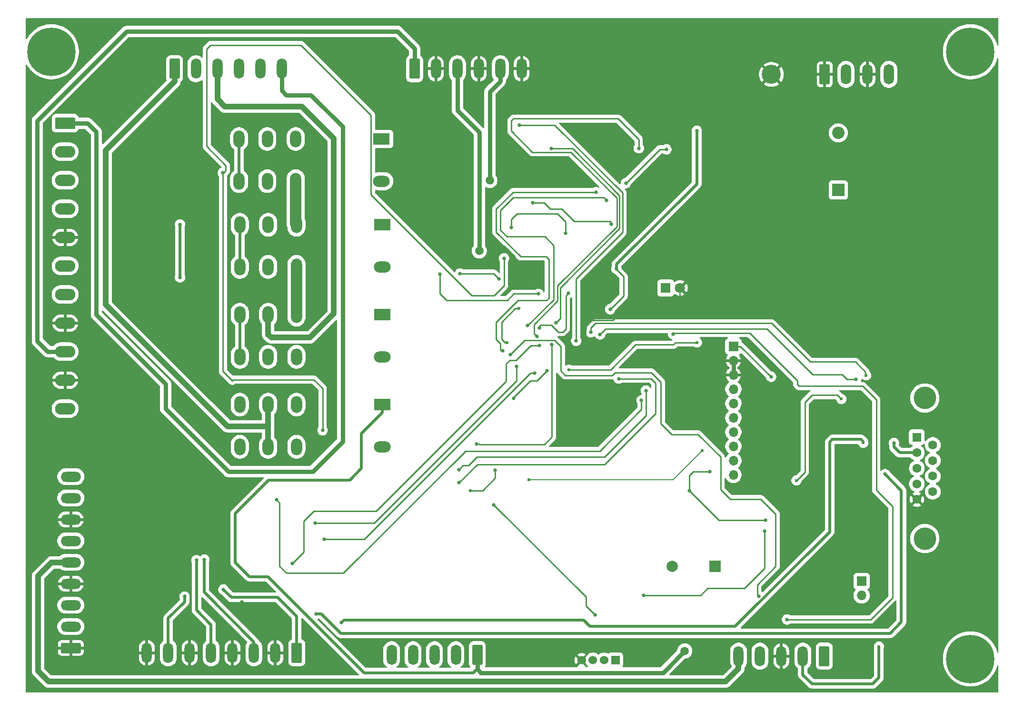
<source format=gbl>
G04 #@! TF.GenerationSoftware,KiCad,Pcbnew,9.0.0*
G04 #@! TF.CreationDate,2025-07-26T18:59:56+02:00*
G04 #@! TF.ProjectId,BANC_TEST_418,42414e43-5f54-4455-9354-5f3431382e6b,rev?*
G04 #@! TF.SameCoordinates,Original*
G04 #@! TF.FileFunction,Copper,L2,Bot*
G04 #@! TF.FilePolarity,Positive*
%FSLAX46Y46*%
G04 Gerber Fmt 4.6, Leading zero omitted, Abs format (unit mm)*
G04 Created by KiCad (PCBNEW 9.0.0) date 2025-07-26 18:59:56*
%MOMM*%
%LPD*%
G01*
G04 APERTURE LIST*
G04 Aperture macros list*
%AMRoundRect*
0 Rectangle with rounded corners*
0 $1 Rounding radius*
0 $2 $3 $4 $5 $6 $7 $8 $9 X,Y pos of 4 corners*
0 Add a 4 corners polygon primitive as box body*
4,1,4,$2,$3,$4,$5,$6,$7,$8,$9,$2,$3,0*
0 Add four circle primitives for the rounded corners*
1,1,$1+$1,$2,$3*
1,1,$1+$1,$4,$5*
1,1,$1+$1,$6,$7*
1,1,$1+$1,$8,$9*
0 Add four rect primitives between the rounded corners*
20,1,$1+$1,$2,$3,$4,$5,0*
20,1,$1+$1,$4,$5,$6,$7,0*
20,1,$1+$1,$6,$7,$8,$9,0*
20,1,$1+$1,$8,$9,$2,$3,0*%
G04 Aperture macros list end*
G04 #@! TA.AperFunction,ComponentPad*
%ADD10RoundRect,0.250000X1.550000X-0.650000X1.550000X0.650000X-1.550000X0.650000X-1.550000X-0.650000X0*%
G04 #@! TD*
G04 #@! TA.AperFunction,ComponentPad*
%ADD11O,3.600000X1.800000*%
G04 #@! TD*
G04 #@! TA.AperFunction,ComponentPad*
%ADD12R,1.800000X1.800000*%
G04 #@! TD*
G04 #@! TA.AperFunction,ComponentPad*
%ADD13C,1.800000*%
G04 #@! TD*
G04 #@! TA.AperFunction,ComponentPad*
%ADD14C,4.000000*%
G04 #@! TD*
G04 #@! TA.AperFunction,ComponentPad*
%ADD15R,1.600000X1.600000*%
G04 #@! TD*
G04 #@! TA.AperFunction,ComponentPad*
%ADD16C,1.600000*%
G04 #@! TD*
G04 #@! TA.AperFunction,ComponentPad*
%ADD17RoundRect,0.250000X-0.650000X-1.550000X0.650000X-1.550000X0.650000X1.550000X-0.650000X1.550000X0*%
G04 #@! TD*
G04 #@! TA.AperFunction,ComponentPad*
%ADD18O,1.800000X3.600000*%
G04 #@! TD*
G04 #@! TA.AperFunction,ComponentPad*
%ADD19O,2.000000X3.000000*%
G04 #@! TD*
G04 #@! TA.AperFunction,ComponentPad*
%ADD20R,3.000000X2.000000*%
G04 #@! TD*
G04 #@! TA.AperFunction,ComponentPad*
%ADD21O,3.000000X2.000000*%
G04 #@! TD*
G04 #@! TA.AperFunction,ComponentPad*
%ADD22RoundRect,0.249999X-1.550001X0.790001X-1.550001X-0.790001X1.550001X-0.790001X1.550001X0.790001X0*%
G04 #@! TD*
G04 #@! TA.AperFunction,ComponentPad*
%ADD23O,3.600000X2.080000*%
G04 #@! TD*
G04 #@! TA.AperFunction,ComponentPad*
%ADD24RoundRect,0.250000X0.650000X1.550000X-0.650000X1.550000X-0.650000X-1.550000X0.650000X-1.550000X0*%
G04 #@! TD*
G04 #@! TA.AperFunction,ComponentPad*
%ADD25C,8.600000*%
G04 #@! TD*
G04 #@! TA.AperFunction,ComponentPad*
%ADD26R,1.524000X1.524000*%
G04 #@! TD*
G04 #@! TA.AperFunction,ComponentPad*
%ADD27C,1.524000*%
G04 #@! TD*
G04 #@! TA.AperFunction,ComponentPad*
%ADD28C,3.400000*%
G04 #@! TD*
G04 #@! TA.AperFunction,ComponentPad*
%ADD29R,2.200000X2.200000*%
G04 #@! TD*
G04 #@! TA.AperFunction,ComponentPad*
%ADD30O,2.200000X2.200000*%
G04 #@! TD*
G04 #@! TA.AperFunction,ComponentPad*
%ADD31R,1.700000X1.700000*%
G04 #@! TD*
G04 #@! TA.AperFunction,ComponentPad*
%ADD32O,1.700000X1.700000*%
G04 #@! TD*
G04 #@! TA.AperFunction,ComponentPad*
%ADD33R,2.000000X2.000000*%
G04 #@! TD*
G04 #@! TA.AperFunction,ComponentPad*
%ADD34C,2.000000*%
G04 #@! TD*
G04 #@! TA.AperFunction,ViaPad*
%ADD35C,1.500000*%
G04 #@! TD*
G04 #@! TA.AperFunction,ViaPad*
%ADD36C,0.600000*%
G04 #@! TD*
G04 #@! TA.AperFunction,ViaPad*
%ADD37C,0.650000*%
G04 #@! TD*
G04 #@! TA.AperFunction,Conductor*
%ADD38C,0.800000*%
G04 #@! TD*
G04 #@! TA.AperFunction,Conductor*
%ADD39C,0.500000*%
G04 #@! TD*
G04 #@! TA.AperFunction,Conductor*
%ADD40C,2.000000*%
G04 #@! TD*
G04 #@! TA.AperFunction,Conductor*
%ADD41C,1.500000*%
G04 #@! TD*
G04 #@! TA.AperFunction,Conductor*
%ADD42C,0.250000*%
G04 #@! TD*
G04 #@! TA.AperFunction,Conductor*
%ADD43C,0.200000*%
G04 #@! TD*
G04 #@! TA.AperFunction,Conductor*
%ADD44C,1.000000*%
G04 #@! TD*
G04 APERTURE END LIST*
D10*
X85550000Y-137400000D03*
D11*
X85550000Y-133590000D03*
X85550000Y-129780000D03*
X85550000Y-125970000D03*
X85550000Y-122160000D03*
X85550000Y-118350000D03*
X85550000Y-114540000D03*
X85550000Y-110730000D03*
X85550000Y-106920000D03*
D12*
X191350000Y-73350000D03*
D13*
X193890000Y-73350000D03*
D14*
X237444669Y-117930000D03*
X237444669Y-92930000D03*
D15*
X236024669Y-99890000D03*
D16*
X236024669Y-102660000D03*
X236024669Y-105430000D03*
X236024669Y-108200000D03*
X236024669Y-110970000D03*
X238864669Y-101275000D03*
X238864669Y-104045000D03*
X238864669Y-106815000D03*
X238864669Y-109585000D03*
D17*
X104000000Y-34350000D03*
D18*
X107810000Y-34350000D03*
X111620000Y-34350000D03*
X115430000Y-34350000D03*
X119240000Y-34350000D03*
X123050000Y-34350000D03*
D19*
X120510000Y-54350000D03*
X120510000Y-46850000D03*
X125550000Y-54350000D03*
X125550000Y-46850000D03*
X115470000Y-54350000D03*
X115470000Y-46850000D03*
D20*
X140810000Y-46850000D03*
D21*
X140810000Y-54350000D03*
D19*
X120660000Y-101600000D03*
X120660000Y-94100000D03*
X125700000Y-101600000D03*
X125700000Y-94100000D03*
X115620000Y-101600000D03*
X115620000Y-94100000D03*
D20*
X140960000Y-94100000D03*
D21*
X140960000Y-101600000D03*
D22*
X84550000Y-44030000D03*
D23*
X84550000Y-49110000D03*
X84550000Y-54190000D03*
X84550000Y-59270000D03*
X84550000Y-64350000D03*
X84550000Y-69430000D03*
X84550000Y-74510000D03*
X84550000Y-79590000D03*
X84550000Y-84670000D03*
X84550000Y-89750000D03*
X84550000Y-94830000D03*
D17*
X146690000Y-34350000D03*
D18*
X150500000Y-34350000D03*
X154310000Y-34350000D03*
X158120000Y-34350000D03*
X161930000Y-34350000D03*
X165740000Y-34350000D03*
D24*
X125745000Y-138250000D03*
D18*
X121935000Y-138250000D03*
X118125000Y-138250000D03*
X114315000Y-138250000D03*
X110505000Y-138250000D03*
X106695000Y-138250000D03*
X102885000Y-138250000D03*
X99075000Y-138250000D03*
D25*
X245550000Y-139350000D03*
D17*
X219620000Y-35350000D03*
D18*
X223430000Y-35350000D03*
X227240000Y-35350000D03*
X231050000Y-35350000D03*
D25*
X82100000Y-31330000D03*
D26*
X182400000Y-139575000D03*
D27*
X180400000Y-139575000D03*
X178400000Y-139575000D03*
X176400000Y-139575000D03*
D24*
X219550000Y-138850000D03*
D18*
X215740000Y-138850000D03*
X211930000Y-138850000D03*
X208120000Y-138850000D03*
X204310000Y-138850000D03*
D28*
X210150000Y-35350000D03*
D25*
X245550000Y-31330000D03*
D29*
X222050000Y-55930000D03*
D30*
X222050000Y-45770000D03*
D31*
X203400000Y-83745000D03*
D32*
X203400000Y-86285000D03*
X203400000Y-88825000D03*
X203400000Y-91365000D03*
X203400000Y-93905000D03*
X203400000Y-96445000D03*
X203400000Y-98985000D03*
X203400000Y-101525000D03*
X203400000Y-104065000D03*
X203400000Y-106605000D03*
D19*
X120660000Y-85600000D03*
X120660000Y-78100000D03*
X125700000Y-85600000D03*
X125700000Y-78100000D03*
X115620000Y-85600000D03*
X115620000Y-78100000D03*
D20*
X140960000Y-78100000D03*
D21*
X140960000Y-85600000D03*
D19*
X120660000Y-69600000D03*
X120660000Y-62100000D03*
X125700000Y-69600000D03*
X125700000Y-62100000D03*
X115620000Y-69600000D03*
X115620000Y-62100000D03*
D20*
X140960000Y-62100000D03*
D21*
X140960000Y-69600000D03*
D24*
X157860000Y-138600000D03*
D18*
X154050000Y-138600000D03*
X150240000Y-138600000D03*
X146430000Y-138600000D03*
X142620000Y-138600000D03*
D31*
X226200000Y-125500000D03*
D32*
X226200000Y-128040000D03*
D33*
X200150000Y-122850000D03*
D34*
X192550000Y-122850000D03*
D35*
X194750000Y-137925000D03*
D36*
X185450000Y-93600000D03*
D37*
X152000000Y-59275000D03*
X163625000Y-73100000D03*
D36*
X177850000Y-92900000D03*
D37*
X182875000Y-78175000D03*
X115950000Y-129250000D03*
X165150000Y-70600000D03*
X176025000Y-86400000D03*
D36*
X163110000Y-83100000D03*
D37*
X104975000Y-71450000D03*
X104975000Y-62050000D03*
X210100000Y-89150000D03*
X182575000Y-69925000D03*
D36*
X165280000Y-76960000D03*
D37*
X195600000Y-109450000D03*
X181475000Y-77150000D03*
X199175000Y-106025000D03*
X196875000Y-45400000D03*
X209100000Y-114650000D03*
X187050000Y-93350000D03*
X122125000Y-111025000D03*
X164825000Y-87300000D03*
X129000000Y-115150000D03*
X168075000Y-88525000D03*
X130650000Y-118075000D03*
X124925000Y-122400000D03*
X168850000Y-83600000D03*
X174075000Y-74250000D03*
X168875000Y-80425000D03*
D36*
X197875000Y-102275000D03*
X167000000Y-107500000D03*
D35*
X158200000Y-66740000D03*
D37*
X230375000Y-106475000D03*
X129200000Y-131300000D03*
D36*
X226495000Y-100900000D03*
D37*
X133675000Y-132875000D03*
D36*
X229290000Y-137150000D03*
D37*
X173550000Y-63650000D03*
X130325000Y-98675000D03*
X160787500Y-111912500D03*
X162600000Y-68075000D03*
X178800000Y-131550000D03*
X112600000Y-52850000D03*
X163875000Y-62625000D03*
X161675000Y-71700000D03*
X192650000Y-81550000D03*
X181675000Y-62025000D03*
X167700000Y-58150000D03*
X212950000Y-132325000D03*
X154775000Y-70800000D03*
X175425000Y-82750000D03*
X165375000Y-44350000D03*
X171125000Y-83450000D03*
X157700000Y-101150000D03*
X208975000Y-116575000D03*
X187400000Y-128000000D03*
X170275000Y-88075000D03*
D36*
X156600000Y-109400000D03*
D37*
X164350000Y-93000000D03*
X161050000Y-105750000D03*
X154575000Y-108000000D03*
X183000000Y-89475000D03*
X207950000Y-128200000D03*
X163725000Y-85225000D03*
X154550000Y-105650000D03*
X187825000Y-91600000D03*
D35*
X160075000Y-54225000D03*
D37*
X112700000Y-127000000D03*
X231950000Y-100925000D03*
D36*
X222600000Y-93100000D03*
X214600000Y-107600000D03*
X196925000Y-83050000D03*
X174100000Y-87900000D03*
D37*
X225225000Y-89600000D03*
X179675000Y-81625000D03*
X178050000Y-81250000D03*
D36*
X227000000Y-88900000D03*
D37*
X171000000Y-48525000D03*
X171825000Y-79525000D03*
X151175000Y-70850000D03*
X168725000Y-74400000D03*
X168450000Y-82000000D03*
X186575000Y-48500000D03*
X162400000Y-84500000D03*
X178975000Y-56325000D03*
X191475000Y-48700000D03*
X166775000Y-80075000D03*
X184275000Y-54700000D03*
X180850000Y-57725000D03*
X109325000Y-121675000D03*
X107900000Y-121775000D03*
X105775000Y-128250000D03*
D38*
X190875000Y-141800000D02*
X194650000Y-138025000D01*
X194650000Y-138000000D02*
X194725000Y-137925000D01*
X157860000Y-138600000D02*
X157860000Y-141160000D01*
D39*
X140960000Y-95560000D02*
X140960000Y-94100000D01*
D38*
X194650000Y-138025000D02*
X194650000Y-138000000D01*
X157860000Y-141160000D02*
X158500000Y-141800000D01*
D40*
X125700000Y-78100000D02*
X125700000Y-69600000D01*
D39*
X114750000Y-122200000D02*
X114750000Y-113500000D01*
X140950000Y-95550000D02*
X140960000Y-95560000D01*
X135150000Y-107550000D02*
X137250000Y-105450000D01*
D41*
X125550000Y-61950000D02*
X125700000Y-62100000D01*
D40*
X125550000Y-54350000D02*
X125550000Y-61950000D01*
D41*
X125700000Y-54500000D02*
X125550000Y-54350000D01*
D39*
X120700000Y-107550000D02*
X135150000Y-107550000D01*
X157100000Y-141800000D02*
X137700000Y-141800000D01*
X157860000Y-138600000D02*
X157860000Y-141040000D01*
X114750000Y-113500000D02*
X120700000Y-107550000D01*
D38*
X194725000Y-137925000D02*
X194750000Y-137925000D01*
D39*
X114800000Y-122200000D02*
X114750000Y-122200000D01*
X117300000Y-124700000D02*
X114800000Y-122200000D01*
D38*
X158500000Y-141800000D02*
X190875000Y-141800000D01*
D39*
X137250000Y-105450000D02*
X137250000Y-99250000D01*
X137700000Y-141800000D02*
X120600000Y-124700000D01*
X120600000Y-124700000D02*
X117300000Y-124700000D01*
X137250000Y-99250000D02*
X140950000Y-95550000D01*
X157860000Y-141040000D02*
X157100000Y-141800000D01*
D42*
X177125000Y-79750000D02*
X177775000Y-79100000D01*
X177850000Y-92900000D02*
X180350000Y-92900000D01*
X182875000Y-78175000D02*
X185000000Y-76050000D01*
X156425000Y-68850000D02*
X153425000Y-65850000D01*
X162650000Y-65875000D02*
X161175000Y-65875000D01*
X185450000Y-94200000D02*
X185450000Y-93950000D01*
D38*
X203400000Y-86285000D02*
X203400000Y-88825000D01*
D42*
X164475000Y-67700000D02*
X162650000Y-65875000D01*
X193890000Y-75310000D02*
X193890000Y-73350000D01*
X185000000Y-76050000D02*
X193150000Y-76050000D01*
X163625000Y-70600000D02*
X163625000Y-69650000D01*
D39*
X115950000Y-129250000D02*
X121935000Y-135235000D01*
D42*
X164475000Y-68800000D02*
X164475000Y-67700000D01*
X181950000Y-79100000D02*
X182875000Y-78175000D01*
X153425000Y-65850000D02*
X153425000Y-60700000D01*
X176025000Y-86400000D02*
X177125000Y-85300000D01*
X177125000Y-85300000D02*
X177125000Y-79750000D01*
D39*
X121935000Y-135235000D02*
X121935000Y-138250000D01*
D42*
X180350000Y-92900000D02*
X182550000Y-95100000D01*
X177775000Y-79100000D02*
X181950000Y-79100000D01*
X163625000Y-69650000D02*
X164475000Y-68800000D01*
X153425000Y-60700000D02*
X152000000Y-59275000D01*
X158200000Y-68850000D02*
X156425000Y-68850000D01*
X193150000Y-76050000D02*
X193890000Y-75310000D01*
X185450000Y-93950000D02*
X185450000Y-93600000D01*
X161175000Y-65875000D02*
X158200000Y-68850000D01*
X182550000Y-95100000D02*
X184550000Y-95100000D01*
X184550000Y-95100000D02*
X184600000Y-95050000D01*
X184600000Y-95050000D02*
X185450000Y-94200000D01*
X163625000Y-73100000D02*
X163625000Y-70600000D01*
X165150000Y-70600000D02*
X163625000Y-70600000D01*
X183875000Y-74750000D02*
X183875000Y-71350000D01*
X204645000Y-83745000D02*
X210100000Y-89200000D01*
D39*
X182575000Y-69925000D02*
X182575000Y-69150000D01*
D42*
X164610000Y-76960000D02*
X165280000Y-76960000D01*
D39*
X182575000Y-69150000D02*
X196875000Y-54850000D01*
X104975000Y-71450000D02*
X104975000Y-62050000D01*
D42*
X163110000Y-83100000D02*
X162790000Y-83100000D01*
X182575000Y-70050000D02*
X182575000Y-69925000D01*
X162170000Y-82480000D02*
X162170000Y-79400000D01*
X195600000Y-109450000D02*
X195600000Y-106700000D01*
X209100000Y-114650000D02*
X200800000Y-114650000D01*
X162170000Y-79400000D02*
X164610000Y-76960000D01*
D39*
X196875000Y-54850000D02*
X196875000Y-45400000D01*
D42*
X181475000Y-77150000D02*
X183875000Y-74750000D01*
X196275000Y-106025000D02*
X199175000Y-106025000D01*
X210100000Y-89200000D02*
X210100000Y-89150000D01*
X200800000Y-114650000D02*
X195600000Y-109450000D01*
X162790000Y-83100000D02*
X162170000Y-82480000D01*
X183875000Y-71350000D02*
X182575000Y-70050000D01*
X195600000Y-106700000D02*
X196275000Y-106025000D01*
X203400000Y-83745000D02*
X204645000Y-83745000D01*
X123925000Y-124075000D02*
X122700000Y-122850000D01*
X187050000Y-94975000D02*
X179675000Y-102350000D01*
X122700000Y-111600000D02*
X122125000Y-111025000D01*
X122700000Y-122850000D02*
X122700000Y-111600000D01*
X187050000Y-93350000D02*
X187050000Y-94975000D01*
X179675000Y-102350000D02*
X155725000Y-102350000D01*
X155725000Y-102350000D02*
X134000000Y-124075000D01*
X134000000Y-124075000D02*
X123925000Y-124075000D01*
X139525000Y-115150000D02*
X164825000Y-89850000D01*
X129000000Y-115150000D02*
X139525000Y-115150000D01*
X164825000Y-89850000D02*
X164825000Y-87300000D01*
X137750000Y-118075000D02*
X130650000Y-118075000D01*
X167300000Y-88525000D02*
X137750000Y-118075000D01*
X168075000Y-88525000D02*
X167300000Y-88525000D01*
X164775000Y-86175000D02*
X163600000Y-86175000D01*
X139850000Y-113025000D02*
X128775000Y-113025000D01*
X162950000Y-89925000D02*
X139850000Y-113025000D01*
X167350000Y-83600000D02*
X164775000Y-86175000D01*
X163600000Y-86175000D02*
X162950000Y-86825000D01*
X126950000Y-120375000D02*
X124925000Y-122400000D01*
X128775000Y-113025000D02*
X126950000Y-114850000D01*
X126950000Y-114850000D02*
X126950000Y-120375000D01*
X168850000Y-83600000D02*
X167350000Y-83600000D01*
X162950000Y-86825000D02*
X162950000Y-89925000D01*
X171000000Y-79925000D02*
X172275000Y-81200000D01*
X172275000Y-81200000D02*
X173000000Y-81200000D01*
X173000000Y-81200000D02*
X173600000Y-80600000D01*
X173600000Y-80600000D02*
X173600000Y-74725000D01*
X169150000Y-79925000D02*
X171000000Y-79925000D01*
X168875000Y-80425000D02*
X168875000Y-80200000D01*
X173600000Y-74725000D02*
X174075000Y-74250000D01*
X168875000Y-80200000D02*
X169150000Y-79925000D01*
D43*
X192650000Y-107500000D02*
X197875000Y-102275000D01*
X167000000Y-107500000D02*
X192650000Y-107500000D01*
D38*
X123050000Y-34350000D02*
X123050000Y-38225000D01*
X128250000Y-39025000D02*
X133900000Y-44675000D01*
X123050000Y-38225000D02*
X123850000Y-39025000D01*
X133900000Y-100675000D02*
X128575000Y-106000000D01*
X88530000Y-44030000D02*
X84550000Y-44030000D01*
X123850000Y-39025000D02*
X128250000Y-39025000D01*
X90100000Y-45600000D02*
X88530000Y-44030000D01*
X113575000Y-106000000D02*
X102405000Y-94830000D01*
X128575000Y-106000000D02*
X113575000Y-106000000D01*
X90100000Y-78100000D02*
X90100000Y-45600000D01*
X133900000Y-44675000D02*
X133900000Y-100675000D01*
X102405000Y-94830000D02*
X102405000Y-90405000D01*
X102405000Y-90405000D02*
X90100000Y-78100000D01*
D44*
X121200000Y-82150000D02*
X128100000Y-82150000D01*
X132350000Y-77900000D02*
X132350000Y-46800000D01*
X112950000Y-41100000D02*
X111620000Y-39770000D01*
X120660000Y-78100000D02*
X120660000Y-81610000D01*
X120660000Y-81610000D02*
X121200000Y-82150000D01*
X132350000Y-46800000D02*
X126650000Y-41100000D01*
X128100000Y-82150000D02*
X132350000Y-77900000D01*
X111620000Y-39770000D02*
X111620000Y-34350000D01*
X126650000Y-41100000D02*
X112950000Y-41100000D01*
X120275000Y-97950000D02*
X120660000Y-98335000D01*
X91750000Y-76275000D02*
X113425000Y-97950000D01*
X113425000Y-97950000D02*
X120275000Y-97950000D01*
X120660000Y-98335000D02*
X120660000Y-94100000D01*
X91750000Y-48850000D02*
X91750000Y-76275000D01*
X104000000Y-36600000D02*
X91750000Y-48850000D01*
X120660000Y-101600000D02*
X120660000Y-98335000D01*
X104000000Y-34350000D02*
X104000000Y-36600000D01*
D38*
X158225000Y-45650000D02*
X154310000Y-41735000D01*
X154310000Y-41735000D02*
X154310000Y-34350000D01*
X158200000Y-66740000D02*
X158225000Y-66715000D01*
X158225000Y-66715000D02*
X158225000Y-45650000D01*
X146690000Y-34350000D02*
X146690000Y-30740000D01*
X143625000Y-27675000D02*
X143575000Y-27725000D01*
X79600000Y-43590000D02*
X79600000Y-82800000D01*
X146690000Y-30740000D02*
X143625000Y-27675000D01*
X143575000Y-27725000D02*
X95465000Y-27725000D01*
X81470000Y-84670000D02*
X84550000Y-84670000D01*
X79600000Y-82800000D02*
X81470000Y-84670000D01*
X95465000Y-27725000D02*
X79600000Y-43590000D01*
D39*
X233275000Y-109375000D02*
X230375000Y-106475000D01*
X129200000Y-131300000D02*
X130100000Y-131300000D01*
X233275000Y-132800000D02*
X233275000Y-109375000D01*
X231300000Y-134775000D02*
X233275000Y-132800000D01*
X133575000Y-134775000D02*
X231300000Y-134775000D01*
X130100000Y-131300000D02*
X133575000Y-134775000D01*
X176775000Y-132400000D02*
X177900000Y-133525000D01*
X133675000Y-132875000D02*
X134150000Y-132400000D01*
X220500000Y-100800000D02*
X221000000Y-100300000D01*
X226495000Y-100695000D02*
X226495000Y-100900000D01*
X220500000Y-116747430D02*
X220500000Y-100800000D01*
X177900000Y-133525000D02*
X203722430Y-133525000D01*
X134150000Y-132400000D02*
X176775000Y-132400000D01*
X226100000Y-100300000D02*
X226495000Y-100695000D01*
X203722430Y-133525000D02*
X220500000Y-116747430D01*
X221000000Y-100300000D02*
X226100000Y-100300000D01*
D44*
X202000000Y-143375000D02*
X83975000Y-143375000D01*
X79700000Y-141500000D02*
X79700000Y-124600000D01*
X83950000Y-143400000D02*
X81600000Y-143400000D01*
X83975000Y-143375000D02*
X83950000Y-143400000D01*
X82140000Y-122160000D02*
X85550000Y-122160000D01*
X204310000Y-138850000D02*
X204310000Y-141065000D01*
X204310000Y-141065000D02*
X202000000Y-143375000D01*
X81600000Y-143400000D02*
X79700000Y-141500000D01*
X79700000Y-124600000D02*
X82140000Y-122160000D01*
D39*
X215740000Y-138850000D02*
X215740000Y-142140000D01*
X217370000Y-143770000D02*
X228190000Y-143770000D01*
X229290000Y-142670000D02*
X229290000Y-137150000D01*
X215740000Y-142140000D02*
X217370000Y-143770000D01*
X228190000Y-143770000D02*
X229290000Y-142670000D01*
X115620000Y-78100000D02*
X115620000Y-85600000D01*
X115620000Y-62100000D02*
X115620000Y-69600000D01*
X115470000Y-46850000D02*
X115470000Y-54350000D01*
D42*
X113125000Y-52475000D02*
X112750000Y-52850000D01*
X110400000Y-30125000D02*
X109725000Y-30800000D01*
X177175000Y-128300000D02*
X177175000Y-129925000D01*
X156900000Y-74675000D02*
X156875000Y-74700000D01*
X109725000Y-30800000D02*
X109725000Y-48150000D01*
X162600000Y-72950000D02*
X160875000Y-74675000D01*
X160787500Y-111912500D02*
X177175000Y-128300000D01*
X113125000Y-51550000D02*
X113125000Y-52475000D01*
X138925000Y-42575000D02*
X126475000Y-30125000D01*
X164875000Y-60150000D02*
X172100000Y-60150000D01*
X163875000Y-62625000D02*
X163875000Y-61150000D01*
X112750000Y-52850000D02*
X112600000Y-52850000D01*
X128775000Y-89675000D02*
X130325000Y-91225000D01*
X138925000Y-56750000D02*
X138925000Y-42575000D01*
X130325000Y-91225000D02*
X130325000Y-98675000D01*
X177175000Y-129925000D02*
X178800000Y-131550000D01*
X126475000Y-30125000D02*
X110400000Y-30125000D01*
X114275000Y-89850000D02*
X114450000Y-89675000D01*
X173550000Y-61600000D02*
X173550000Y-63650000D01*
X172100000Y-60150000D02*
X173550000Y-61600000D01*
X163875000Y-61150000D02*
X164875000Y-60150000D01*
X160875000Y-74675000D02*
X156900000Y-74675000D01*
X112600000Y-88175000D02*
X114275000Y-89850000D01*
X162600000Y-68075000D02*
X162600000Y-72950000D01*
X114450000Y-89675000D02*
X128775000Y-89675000D01*
X156875000Y-74700000D02*
X138925000Y-56750000D01*
X112600000Y-52850000D02*
X112600000Y-88175000D01*
X109725000Y-48150000D02*
X113125000Y-51550000D01*
X172850000Y-59275000D02*
X175075000Y-61500000D01*
X214750000Y-89850000D02*
X206275000Y-81375000D01*
X227825000Y-132325000D02*
X231700000Y-128450000D01*
X160775000Y-70800000D02*
X154775000Y-70800000D01*
X170850000Y-59275000D02*
X172850000Y-59275000D01*
X226375000Y-90800000D02*
X215050000Y-90800000D01*
X228800000Y-109325000D02*
X228800000Y-93225000D01*
X228800000Y-93225000D02*
X226375000Y-90800000D01*
X175075000Y-61500000D02*
X181425000Y-61500000D01*
X167700000Y-58150000D02*
X169725000Y-58150000D01*
X181425000Y-61500000D02*
X181675000Y-61750000D01*
X161675000Y-71700000D02*
X160775000Y-70800000D01*
X206275000Y-81375000D02*
X192800000Y-81375000D01*
X214750000Y-90500000D02*
X214750000Y-89850000D01*
X215050000Y-90800000D02*
X214750000Y-90500000D01*
X192650000Y-81525000D02*
X192650000Y-81550000D01*
X231700000Y-128450000D02*
X231700000Y-112225000D01*
X181675000Y-61750000D02*
X181675000Y-62025000D01*
X212950000Y-132325000D02*
X227825000Y-132325000D01*
X231700000Y-112225000D02*
X228800000Y-109325000D01*
X192800000Y-81375000D02*
X192650000Y-81525000D01*
X169725000Y-58150000D02*
X170850000Y-59275000D01*
X171575000Y-44350000D02*
X183675000Y-56450000D01*
X183675000Y-56450000D02*
X183675000Y-63475000D01*
X175425000Y-71725000D02*
X175425000Y-82750000D01*
X165375000Y-44350000D02*
X171575000Y-44350000D01*
X183675000Y-63475000D02*
X175425000Y-71725000D01*
X171125000Y-99850000D02*
X169800000Y-101175000D01*
X158225000Y-101175000D02*
X158200000Y-101150000D01*
X171125000Y-83450000D02*
X171125000Y-99850000D01*
X158200000Y-101150000D02*
X157700000Y-101150000D01*
X169800000Y-101175000D02*
X158225000Y-101175000D01*
X197575000Y-128000000D02*
X198775000Y-126800000D01*
X208975000Y-123175000D02*
X208975000Y-116575000D01*
X205350000Y-126800000D02*
X208975000Y-123175000D01*
X198775000Y-126800000D02*
X205350000Y-126800000D01*
X187400000Y-128000000D02*
X197575000Y-128000000D01*
X170275000Y-88075000D02*
X168500000Y-89850000D01*
X161050000Y-107150000D02*
X158800000Y-109400000D01*
X164350000Y-92800000D02*
X164350000Y-93000000D01*
X167300000Y-89850000D02*
X164350000Y-92800000D01*
X168500000Y-89850000D02*
X167300000Y-89850000D01*
X164350000Y-93000000D02*
X164450000Y-93000000D01*
X161050000Y-105750000D02*
X161050000Y-107150000D01*
X158800000Y-109400000D02*
X156600000Y-109400000D01*
X180525000Y-104725000D02*
X189550000Y-95700000D01*
X157850000Y-104725000D02*
X180525000Y-104725000D01*
X188775000Y-89475000D02*
X183000000Y-89475000D01*
X154575000Y-108000000D02*
X157850000Y-104725000D01*
X189550000Y-90250000D02*
X188775000Y-89475000D01*
X189550000Y-95700000D02*
X189550000Y-90250000D01*
X163725000Y-85225000D02*
X166300000Y-82650000D01*
X207625000Y-126175000D02*
X207625000Y-127875000D01*
X207625000Y-127875000D02*
X207950000Y-128200000D01*
X190500000Y-97475000D02*
X192425000Y-99400000D01*
X173500000Y-88900000D02*
X181850000Y-88900000D01*
X192425000Y-99400000D02*
X197125000Y-99400000D01*
X210925000Y-122875000D02*
X207625000Y-126175000D01*
X197125000Y-99400000D02*
X201125000Y-103400000D01*
X172700000Y-88100000D02*
X173500000Y-88900000D01*
X181850000Y-88900000D02*
X182375000Y-88375000D01*
X210925000Y-113575000D02*
X210925000Y-122875000D01*
X190500000Y-90100000D02*
X190500000Y-97475000D01*
X202800000Y-110925000D02*
X208275000Y-110925000D01*
X201125000Y-109250000D02*
X202800000Y-110925000D01*
X182375000Y-88375000D02*
X188775000Y-88375000D01*
X208275000Y-110925000D02*
X210925000Y-113575000D01*
X166300000Y-82650000D02*
X171600000Y-82650000D01*
X188775000Y-88375000D02*
X190500000Y-90100000D01*
X172700000Y-83750000D02*
X172700000Y-88100000D01*
X171600000Y-82650000D02*
X172700000Y-83750000D01*
X201125000Y-103400000D02*
X201125000Y-109250000D01*
X180525000Y-103375000D02*
X187825000Y-96075000D01*
X154550000Y-105650000D02*
X155300000Y-104900000D01*
X156275000Y-104900000D02*
X157800000Y-103375000D01*
X155300000Y-104900000D02*
X156275000Y-104900000D01*
X157800000Y-103375000D02*
X180525000Y-103375000D01*
X187825000Y-96075000D02*
X187825000Y-91600000D01*
D38*
X160075000Y-38425000D02*
X161930000Y-36570000D01*
X161930000Y-36570000D02*
X161930000Y-34350000D01*
X160075000Y-54225000D02*
X160075000Y-38425000D01*
D39*
X122325000Y-128375000D02*
X114075000Y-128375000D01*
X114075000Y-128375000D02*
X112700000Y-127000000D01*
X125745000Y-138250000D02*
X125745000Y-131795000D01*
X125745000Y-131795000D02*
X122325000Y-128375000D01*
X231950000Y-100925000D02*
X231950000Y-101650000D01*
X232960000Y-102660000D02*
X236024669Y-102660000D01*
X231950000Y-101650000D02*
X232960000Y-102660000D01*
D42*
X216100000Y-93700000D02*
X217400000Y-92400000D01*
X221900000Y-92400000D02*
X222600000Y-93100000D01*
X216100000Y-106100000D02*
X216100000Y-93700000D01*
X214600000Y-107600000D02*
X216100000Y-106100000D01*
X217400000Y-92400000D02*
X221900000Y-92400000D01*
X193100000Y-83050000D02*
X192700000Y-83450000D01*
X186000000Y-83450000D02*
X181550000Y-87900000D01*
X196925000Y-83050000D02*
X193100000Y-83050000D01*
X192700000Y-83450000D02*
X186000000Y-83450000D01*
X181550000Y-87900000D02*
X174100000Y-87900000D01*
X180650000Y-80650000D02*
X209375000Y-80650000D01*
X222750000Y-88775000D02*
X223575000Y-89600000D01*
X217500000Y-88775000D02*
X222750000Y-88775000D01*
X223575000Y-89600000D02*
X225225000Y-89600000D01*
X179675000Y-81625000D02*
X180650000Y-80650000D01*
X209375000Y-80650000D02*
X217500000Y-88775000D01*
X217050000Y-86500000D02*
X219475000Y-86500000D01*
X226900000Y-88800000D02*
X227000000Y-88900000D01*
X219475000Y-86500000D02*
X225100000Y-86500000D01*
X178050000Y-81250000D02*
X178050000Y-80475000D01*
X225100000Y-86500000D02*
X226900000Y-88300000D01*
X226900000Y-88300000D02*
X226900000Y-88800000D01*
X210175000Y-79625000D02*
X217050000Y-86500000D01*
X178900000Y-79625000D02*
X210175000Y-79625000D01*
X178050000Y-80475000D02*
X178900000Y-79625000D01*
X171825000Y-79525000D02*
X172575000Y-78775000D01*
X183125000Y-62775000D02*
X183125000Y-56925000D01*
X171050000Y-48575000D02*
X171000000Y-48525000D01*
X183125000Y-56925000D02*
X174775000Y-48575000D01*
X172575000Y-78775000D02*
X172575000Y-73325000D01*
X174775000Y-48575000D02*
X171050000Y-48575000D01*
X172575000Y-73325000D02*
X183125000Y-62775000D01*
X164300000Y-74400000D02*
X163175000Y-75525000D01*
X163175000Y-75525000D02*
X152350000Y-75525000D01*
X152350000Y-75525000D02*
X151175000Y-74350000D01*
X168725000Y-74400000D02*
X164300000Y-74400000D01*
X151175000Y-74350000D02*
X151175000Y-70850000D01*
X164275000Y-43225000D02*
X182875000Y-43225000D01*
X182650000Y-62425000D02*
X182650000Y-57375000D01*
X172124000Y-72951000D02*
X182650000Y-62425000D01*
X172124000Y-75646654D02*
X172124000Y-72951000D01*
X163925000Y-45445654D02*
X163925000Y-43575000D01*
X167925000Y-79845654D02*
X172124000Y-75646654D01*
X186575000Y-46925000D02*
X186575000Y-48500000D01*
X167925000Y-81475000D02*
X167925000Y-79845654D01*
X167655346Y-49176000D02*
X163925000Y-45445654D01*
X182875000Y-43225000D02*
X186575000Y-46925000D01*
X168450000Y-82000000D02*
X167925000Y-81475000D01*
X174451000Y-49176000D02*
X167655346Y-49176000D01*
X182650000Y-57375000D02*
X174451000Y-49176000D01*
X163925000Y-43575000D02*
X164275000Y-43225000D01*
X161200000Y-59325000D02*
X164200000Y-56325000D01*
X170550000Y-75200000D02*
X170550000Y-68175000D01*
X170500000Y-68175000D02*
X170075000Y-67750000D01*
X170175000Y-75575000D02*
X170550000Y-75200000D01*
X165050000Y-75575000D02*
X170175000Y-75575000D01*
X170075000Y-67750000D02*
X165550000Y-67750000D01*
X165550000Y-67750000D02*
X161200000Y-63400000D01*
X161950000Y-84350000D02*
X161950000Y-83250000D01*
X162100000Y-84500000D02*
X161950000Y-84350000D01*
X164200000Y-56325000D02*
X178975000Y-56325000D01*
X162400000Y-84500000D02*
X162100000Y-84500000D01*
X161200000Y-63400000D02*
X161200000Y-59325000D01*
X161200000Y-82500000D02*
X161200000Y-79425000D01*
X170550000Y-68175000D02*
X170500000Y-68175000D01*
X161200000Y-79425000D02*
X165050000Y-75575000D01*
X161950000Y-83250000D02*
X161200000Y-82500000D01*
X166775000Y-80075000D02*
X171425000Y-75425000D01*
X184275000Y-54700000D02*
X190275000Y-48700000D01*
X161975000Y-59550000D02*
X164225000Y-57300000D01*
X190275000Y-48700000D02*
X191475000Y-48700000D01*
X171425000Y-75425000D02*
X171425000Y-65775000D01*
X180425000Y-57300000D02*
X180850000Y-57725000D01*
X171425000Y-65775000D02*
X169875000Y-64225000D01*
X161975000Y-63100000D02*
X161975000Y-59550000D01*
X163100000Y-64225000D02*
X161975000Y-63100000D01*
X164225000Y-57300000D02*
X180425000Y-57300000D01*
X169875000Y-64225000D02*
X163100000Y-64225000D01*
D39*
X118125000Y-138250000D02*
X118125000Y-136300000D01*
X109275000Y-127450000D02*
X109275000Y-121725000D01*
X109275000Y-121725000D02*
X109325000Y-121675000D01*
X118125000Y-136300000D02*
X109275000Y-127450000D01*
X110505000Y-138250000D02*
X110505000Y-133255000D01*
X107900000Y-130650000D02*
X107900000Y-121775000D01*
X110505000Y-133255000D02*
X107900000Y-130650000D01*
X105775000Y-129200000D02*
X105775000Y-128250000D01*
X102885000Y-132090000D02*
X105775000Y-129200000D01*
X102885000Y-138250000D02*
X102885000Y-132090000D01*
G04 #@! TA.AperFunction,Conductor*
G36*
X177049249Y-139870696D02*
G01*
X177079498Y-139920056D01*
X177091177Y-139956000D01*
X177137323Y-140098022D01*
X177198383Y-140217857D01*
X177226844Y-140273716D01*
X177234688Y-140289109D01*
X177360737Y-140462602D01*
X177360741Y-140462607D01*
X177485953Y-140587819D01*
X177496565Y-140607255D01*
X177511066Y-140623989D01*
X177512982Y-140637320D01*
X177519438Y-140649142D01*
X177517858Y-140671228D01*
X177521010Y-140693147D01*
X177515414Y-140705398D01*
X177514454Y-140718834D01*
X177501183Y-140736560D01*
X177491985Y-140756703D01*
X177480653Y-140763985D01*
X177472582Y-140774767D01*
X177451836Y-140782504D01*
X177433207Y-140794477D01*
X177411288Y-140797628D01*
X177407118Y-140799184D01*
X177398272Y-140799500D01*
X177219304Y-140799500D01*
X177152265Y-140779815D01*
X177106510Y-140727011D01*
X177095686Y-140665773D01*
X177098715Y-140627268D01*
X176427448Y-139956000D01*
X176450160Y-139956000D01*
X176547061Y-139930036D01*
X176633940Y-139879876D01*
X176704876Y-139808940D01*
X176755036Y-139722061D01*
X176781000Y-139625160D01*
X176781000Y-139602447D01*
X177049249Y-139870696D01*
G37*
G04 #@! TD.AperFunction*
G04 #@! TA.AperFunction,Conductor*
G36*
X205990165Y-82120185D02*
G01*
X206010807Y-82136819D01*
X213988181Y-90114193D01*
X214021666Y-90175516D01*
X214024500Y-90201874D01*
X214024500Y-90571455D01*
X214024500Y-90571457D01*
X214024499Y-90571457D01*
X214049440Y-90696834D01*
X214052381Y-90711621D01*
X214099138Y-90824501D01*
X214107071Y-90843653D01*
X214146769Y-90903066D01*
X214186469Y-90962482D01*
X214587517Y-91363530D01*
X214587520Y-91363532D01*
X214676213Y-91422794D01*
X214706347Y-91442929D01*
X214838380Y-91497619D01*
X214838384Y-91497619D01*
X214838385Y-91497620D01*
X214978542Y-91525500D01*
X214978545Y-91525500D01*
X216994550Y-91525500D01*
X217061589Y-91545185D01*
X217107344Y-91597989D01*
X217117288Y-91667147D01*
X217088263Y-91730703D01*
X217060740Y-91752680D01*
X217061412Y-91753686D01*
X216937522Y-91836465D01*
X216937515Y-91836471D01*
X215536470Y-93237516D01*
X215536464Y-93237524D01*
X215475869Y-93328211D01*
X215475870Y-93328212D01*
X215457070Y-93356348D01*
X215402381Y-93488379D01*
X215402379Y-93488385D01*
X215374500Y-93628542D01*
X215374500Y-105748125D01*
X215354815Y-105815164D01*
X215338181Y-105835806D01*
X214491942Y-106682044D01*
X214430619Y-106715529D01*
X214428453Y-106715980D01*
X214337339Y-106734104D01*
X214337329Y-106734107D01*
X214173459Y-106801983D01*
X214173446Y-106801990D01*
X214025965Y-106900535D01*
X214025961Y-106900538D01*
X213900538Y-107025961D01*
X213900535Y-107025965D01*
X213801990Y-107173446D01*
X213801983Y-107173459D01*
X213734106Y-107337332D01*
X213734103Y-107337341D01*
X213699500Y-107511304D01*
X213699500Y-107688695D01*
X213734103Y-107862658D01*
X213734106Y-107862667D01*
X213801983Y-108026540D01*
X213801990Y-108026553D01*
X213900535Y-108174034D01*
X213900538Y-108174038D01*
X214025961Y-108299461D01*
X214025965Y-108299464D01*
X214173446Y-108398009D01*
X214173459Y-108398016D01*
X214270930Y-108438389D01*
X214337334Y-108465894D01*
X214337336Y-108465894D01*
X214337341Y-108465896D01*
X214511304Y-108500499D01*
X214511307Y-108500500D01*
X214511309Y-108500500D01*
X214688693Y-108500500D01*
X214688694Y-108500499D01*
X214746682Y-108488964D01*
X214862658Y-108465896D01*
X214862661Y-108465894D01*
X214862666Y-108465894D01*
X215026547Y-108398013D01*
X215174035Y-108299464D01*
X215299464Y-108174035D01*
X215398013Y-108026547D01*
X215465894Y-107862666D01*
X215484019Y-107771542D01*
X215516402Y-107709636D01*
X215517897Y-107708113D01*
X216663532Y-106562480D01*
X216742929Y-106443653D01*
X216797619Y-106311620D01*
X216799802Y-106300644D01*
X216801554Y-106291838D01*
X216801554Y-106291836D01*
X216825500Y-106171455D01*
X216825500Y-94051874D01*
X216845185Y-93984835D01*
X216861819Y-93964193D01*
X217664193Y-93161819D01*
X217725516Y-93128334D01*
X217751874Y-93125500D01*
X221548126Y-93125500D01*
X221577566Y-93134144D01*
X221607553Y-93140668D01*
X221612568Y-93144422D01*
X221615165Y-93145185D01*
X221635807Y-93161819D01*
X221682044Y-93208056D01*
X221715529Y-93269379D01*
X221715980Y-93271545D01*
X221734104Y-93362660D01*
X221734107Y-93362670D01*
X221801983Y-93526540D01*
X221801990Y-93526553D01*
X221900535Y-93674034D01*
X221900538Y-93674038D01*
X222025961Y-93799461D01*
X222025965Y-93799464D01*
X222173446Y-93898009D01*
X222173459Y-93898016D01*
X222250841Y-93930068D01*
X222337334Y-93965894D01*
X222337336Y-93965894D01*
X222337341Y-93965896D01*
X222511304Y-94000499D01*
X222511307Y-94000500D01*
X222511309Y-94000500D01*
X222688693Y-94000500D01*
X222688694Y-94000499D01*
X222767444Y-93984835D01*
X222862658Y-93965896D01*
X222862661Y-93965894D01*
X222862666Y-93965894D01*
X223002535Y-93907958D01*
X223026540Y-93898016D01*
X223026540Y-93898015D01*
X223026547Y-93898013D01*
X223174035Y-93799464D01*
X223299464Y-93674035D01*
X223398013Y-93526547D01*
X223465894Y-93362666D01*
X223468772Y-93348201D01*
X223500499Y-93188695D01*
X223500500Y-93188693D01*
X223500500Y-93011306D01*
X223500499Y-93011304D01*
X223465896Y-92837341D01*
X223465893Y-92837332D01*
X223398016Y-92673459D01*
X223398009Y-92673446D01*
X223299464Y-92525965D01*
X223299461Y-92525961D01*
X223174038Y-92400538D01*
X223174034Y-92400535D01*
X223026553Y-92301990D01*
X223026540Y-92301983D01*
X222862670Y-92234107D01*
X222862660Y-92234104D01*
X222771545Y-92215980D01*
X222709634Y-92183595D01*
X222708056Y-92182044D01*
X222362483Y-91836470D01*
X222362482Y-91836469D01*
X222238588Y-91753687D01*
X222239833Y-91751822D01*
X222197152Y-91709895D01*
X222181692Y-91641758D01*
X222205524Y-91576078D01*
X222261082Y-91533709D01*
X222305450Y-91525500D01*
X226023126Y-91525500D01*
X226090165Y-91545185D01*
X226110807Y-91561819D01*
X228038181Y-93489193D01*
X228071666Y-93550516D01*
X228074500Y-93576874D01*
X228074500Y-109396455D01*
X228074500Y-109396457D01*
X228074499Y-109396457D01*
X228100344Y-109526380D01*
X228100345Y-109526383D01*
X228102380Y-109536619D01*
X228157070Y-109668651D01*
X228236469Y-109787482D01*
X228236470Y-109787483D01*
X230938181Y-112489193D01*
X230971666Y-112550516D01*
X230974500Y-112576874D01*
X230974500Y-128098126D01*
X230954815Y-128165165D01*
X230938181Y-128185807D01*
X227560807Y-131563181D01*
X227499484Y-131596666D01*
X227473126Y-131599500D01*
X213567683Y-131599500D01*
X213500644Y-131579815D01*
X213498830Y-131578626D01*
X213388389Y-131504833D01*
X213388388Y-131504832D01*
X213388386Y-131504831D01*
X213219962Y-131435068D01*
X213219952Y-131435065D01*
X213041156Y-131399500D01*
X213041154Y-131399500D01*
X212858846Y-131399500D01*
X212858844Y-131399500D01*
X212680047Y-131435065D01*
X212680037Y-131435068D01*
X212511612Y-131504831D01*
X212511608Y-131504833D01*
X212360032Y-131606113D01*
X212360024Y-131606119D01*
X212231119Y-131735024D01*
X212231113Y-131735032D01*
X212129833Y-131886608D01*
X212129831Y-131886612D01*
X212060068Y-132055037D01*
X212060065Y-132055047D01*
X212024500Y-132233843D01*
X212024500Y-132233846D01*
X212024500Y-132416154D01*
X212024500Y-132416156D01*
X212024499Y-132416156D01*
X212060065Y-132594952D01*
X212060068Y-132594962D01*
X212129831Y-132763387D01*
X212129833Y-132763391D01*
X212231113Y-132914967D01*
X212231119Y-132914975D01*
X212360024Y-133043880D01*
X212360032Y-133043886D01*
X212511608Y-133145166D01*
X212511612Y-133145168D01*
X212680037Y-133214931D01*
X212680042Y-133214933D01*
X212680046Y-133214933D01*
X212680047Y-133214934D01*
X212858843Y-133250500D01*
X212858846Y-133250500D01*
X213041156Y-133250500D01*
X213161445Y-133226572D01*
X213219958Y-133214933D01*
X213388389Y-133145167D01*
X213498793Y-133071397D01*
X213565470Y-133050520D01*
X213567683Y-133050500D01*
X227896457Y-133050500D01*
X227990751Y-133031742D01*
X228036620Y-133022619D01*
X228168653Y-132967929D01*
X228182365Y-132958767D01*
X228287480Y-132888532D01*
X230215988Y-130960024D01*
X232212819Y-128963194D01*
X232274142Y-128929709D01*
X232343834Y-128934693D01*
X232399767Y-128976565D01*
X232424184Y-129042029D01*
X232424500Y-129050875D01*
X232424500Y-132396349D01*
X232404815Y-132463388D01*
X232388181Y-132484030D01*
X230984030Y-133888181D01*
X230922707Y-133921666D01*
X230896349Y-133924500D01*
X204825081Y-133924500D01*
X204758042Y-133904815D01*
X204712287Y-133852011D01*
X204702343Y-133782853D01*
X204731368Y-133719297D01*
X204737400Y-133712819D01*
X213839575Y-124610645D01*
X224749500Y-124610645D01*
X224749500Y-126389363D01*
X224764953Y-126506753D01*
X224764956Y-126506762D01*
X224825464Y-126652841D01*
X224921718Y-126778282D01*
X225047159Y-126874536D01*
X225047160Y-126874536D01*
X225047161Y-126874537D01*
X225064495Y-126881717D01*
X225118899Y-126925558D01*
X225140964Y-126991852D01*
X225123685Y-127059551D01*
X225104727Y-127083956D01*
X225093622Y-127095061D01*
X224959421Y-127279771D01*
X224855770Y-127483196D01*
X224785215Y-127700339D01*
X224749500Y-127925837D01*
X224749500Y-128154162D01*
X224785215Y-128379660D01*
X224855770Y-128596803D01*
X224917975Y-128718886D01*
X224959421Y-128800228D01*
X225093621Y-128984937D01*
X225255063Y-129146379D01*
X225439772Y-129280579D01*
X225535884Y-129329550D01*
X225643196Y-129384229D01*
X225643198Y-129384229D01*
X225643201Y-129384231D01*
X225759592Y-129422049D01*
X225860339Y-129454784D01*
X226085838Y-129490500D01*
X226085843Y-129490500D01*
X226314162Y-129490500D01*
X226539660Y-129454784D01*
X226560283Y-129448083D01*
X226756799Y-129384231D01*
X226960228Y-129280579D01*
X227144937Y-129146379D01*
X227306379Y-128984937D01*
X227440579Y-128800228D01*
X227544231Y-128596799D01*
X227614784Y-128379660D01*
X227617801Y-128360612D01*
X227650500Y-128154162D01*
X227650500Y-127925837D01*
X227614784Y-127700339D01*
X227578923Y-127589972D01*
X227544231Y-127483201D01*
X227544229Y-127483198D01*
X227544229Y-127483196D01*
X227486552Y-127370000D01*
X227440579Y-127279772D01*
X227306379Y-127095063D01*
X227295275Y-127083959D01*
X227261790Y-127022636D01*
X227266774Y-126952944D01*
X227308646Y-126897011D01*
X227335499Y-126881718D01*
X227352841Y-126874536D01*
X227478282Y-126778282D01*
X227574536Y-126652841D01*
X227635044Y-126506762D01*
X227650500Y-126389361D01*
X227650499Y-124610640D01*
X227650499Y-124610639D01*
X227650499Y-124610636D01*
X227635046Y-124493246D01*
X227635044Y-124493239D01*
X227635044Y-124493238D01*
X227574536Y-124347159D01*
X227478282Y-124221718D01*
X227352841Y-124125464D01*
X227206762Y-124064956D01*
X227206760Y-124064955D01*
X227089370Y-124049501D01*
X227089367Y-124049500D01*
X227089361Y-124049500D01*
X227089354Y-124049500D01*
X225310636Y-124049500D01*
X225193246Y-124064953D01*
X225193237Y-124064956D01*
X225047160Y-124125463D01*
X224921718Y-124221718D01*
X224825463Y-124347160D01*
X224764956Y-124493237D01*
X224764955Y-124493239D01*
X224749501Y-124610629D01*
X224749501Y-124610636D01*
X224749500Y-124610645D01*
X213839575Y-124610645D01*
X213931321Y-124518899D01*
X221160624Y-117289595D01*
X221160627Y-117289592D01*
X221253704Y-117150293D01*
X221317816Y-116995511D01*
X221324993Y-116959433D01*
X221350499Y-116831201D01*
X221350500Y-116831198D01*
X221350500Y-101274500D01*
X221370185Y-101207461D01*
X221422989Y-101161706D01*
X221474500Y-101150500D01*
X225541212Y-101150500D01*
X225608251Y-101170185D01*
X225654006Y-101222989D01*
X225655773Y-101227048D01*
X225696983Y-101326540D01*
X225696990Y-101326553D01*
X225795535Y-101474034D01*
X225795538Y-101474038D01*
X225920961Y-101599461D01*
X225920965Y-101599464D01*
X226068446Y-101698009D01*
X226068459Y-101698016D01*
X226154781Y-101733771D01*
X226232334Y-101765894D01*
X226232336Y-101765894D01*
X226232341Y-101765896D01*
X226406304Y-101800499D01*
X226406307Y-101800500D01*
X226406309Y-101800500D01*
X226583693Y-101800500D01*
X226583694Y-101800499D01*
X226654239Y-101786467D01*
X226757658Y-101765896D01*
X226757661Y-101765894D01*
X226757666Y-101765894D01*
X226921547Y-101698013D01*
X227069035Y-101599464D01*
X227194464Y-101474035D01*
X227293013Y-101326547D01*
X227360894Y-101162666D01*
X227363629Y-101148920D01*
X227390037Y-101016154D01*
X227395500Y-100988691D01*
X227395500Y-100811309D01*
X227395500Y-100811306D01*
X227395499Y-100811304D01*
X227360896Y-100637341D01*
X227360894Y-100637336D01*
X227360894Y-100637334D01*
X227345936Y-100601222D01*
X227338885Y-100577979D01*
X227312816Y-100446918D01*
X227248703Y-100292137D01*
X227182898Y-100193653D01*
X227155627Y-100152839D01*
X227100406Y-100097618D01*
X227037162Y-100034374D01*
X226939839Y-99937051D01*
X226642165Y-99639375D01*
X226642161Y-99639372D01*
X226502866Y-99546297D01*
X226502863Y-99546296D01*
X226379426Y-99495167D01*
X226379424Y-99495166D01*
X226348086Y-99482185D01*
X226348074Y-99482182D01*
X226183771Y-99449500D01*
X226183767Y-99449500D01*
X220916233Y-99449500D01*
X220916228Y-99449500D01*
X220751925Y-99482182D01*
X220751913Y-99482185D01*
X220720573Y-99495166D01*
X220720574Y-99495167D01*
X220597133Y-99546297D01*
X220457838Y-99639372D01*
X220457834Y-99639375D01*
X219839375Y-100257834D01*
X219839372Y-100257838D01*
X219746299Y-100397130D01*
X219746292Y-100397143D01*
X219709645Y-100485620D01*
X219682185Y-100551913D01*
X219682182Y-100551925D01*
X219649500Y-100716228D01*
X219649500Y-116343779D01*
X219629815Y-116410818D01*
X219613181Y-116431460D01*
X208626048Y-127418592D01*
X208598189Y-127433803D01*
X208571173Y-127450493D01*
X208567738Y-127450431D01*
X208564725Y-127452077D01*
X208533063Y-127449812D01*
X208501315Y-127449246D01*
X208497127Y-127447242D01*
X208495033Y-127447093D01*
X208469477Y-127434014D01*
X208433573Y-127410024D01*
X208405609Y-127391339D01*
X208360804Y-127337728D01*
X208350500Y-127288237D01*
X208350500Y-126526873D01*
X208370185Y-126459834D01*
X208386819Y-126439192D01*
X211488529Y-123337482D01*
X211488532Y-123337479D01*
X211567929Y-123218653D01*
X211622619Y-123086620D01*
X211644631Y-122975961D01*
X211650500Y-122946457D01*
X211650500Y-113503542D01*
X211622620Y-113363385D01*
X211622619Y-113363384D01*
X211622619Y-113363380D01*
X211567929Y-113231347D01*
X211488532Y-113112520D01*
X211488530Y-113112517D01*
X208737482Y-110361469D01*
X208673955Y-110319022D01*
X208618653Y-110282071D01*
X208589914Y-110270167D01*
X208486620Y-110227381D01*
X208486614Y-110227379D01*
X208346457Y-110199500D01*
X208346455Y-110199500D01*
X203151873Y-110199500D01*
X203084834Y-110179815D01*
X203064192Y-110163181D01*
X201886819Y-108985807D01*
X201853334Y-108924484D01*
X201850500Y-108898126D01*
X201850500Y-107275433D01*
X201870185Y-107208394D01*
X201922989Y-107162639D01*
X201992147Y-107152695D01*
X202055703Y-107181720D01*
X202084983Y-107219136D01*
X202159421Y-107365228D01*
X202293621Y-107549937D01*
X202455063Y-107711379D01*
X202639772Y-107845579D01*
X202713690Y-107883242D01*
X202843196Y-107949229D01*
X202843198Y-107949229D01*
X202843201Y-107949231D01*
X202959592Y-107987049D01*
X203060339Y-108019784D01*
X203285838Y-108055500D01*
X203285843Y-108055500D01*
X203514162Y-108055500D01*
X203739660Y-108019784D01*
X203761111Y-108012814D01*
X203956799Y-107949231D01*
X204160228Y-107845579D01*
X204344937Y-107711379D01*
X204506379Y-107549937D01*
X204640579Y-107365228D01*
X204744231Y-107161799D01*
X204814784Y-106944660D01*
X204819157Y-106917049D01*
X204850500Y-106719162D01*
X204850500Y-106490837D01*
X204814784Y-106265339D01*
X204766310Y-106116154D01*
X204744231Y-106048201D01*
X204744229Y-106048198D01*
X204744229Y-106048196D01*
X204678885Y-105919952D01*
X204640579Y-105844772D01*
X204506379Y-105660063D01*
X204344937Y-105498621D01*
X204257807Y-105435317D01*
X204215143Y-105379988D01*
X204209164Y-105310374D01*
X204241770Y-105248579D01*
X204257807Y-105234683D01*
X204344937Y-105171379D01*
X204506379Y-105009937D01*
X204640579Y-104825228D01*
X204744231Y-104621799D01*
X204814784Y-104404660D01*
X204838160Y-104257071D01*
X204850500Y-104179162D01*
X204850500Y-103950837D01*
X204814784Y-103725339D01*
X204768612Y-103583239D01*
X204744231Y-103508201D01*
X204744229Y-103508198D01*
X204744229Y-103508196D01*
X204652690Y-103328542D01*
X204640579Y-103304772D01*
X204506379Y-103120063D01*
X204344937Y-102958621D01*
X204257807Y-102895317D01*
X204215143Y-102839988D01*
X204209164Y-102770374D01*
X204241770Y-102708579D01*
X204257807Y-102694683D01*
X204344937Y-102631379D01*
X204506379Y-102469937D01*
X204640579Y-102285228D01*
X204744231Y-102081799D01*
X204814784Y-101864660D01*
X204823029Y-101812603D01*
X204850500Y-101639162D01*
X204850500Y-101410837D01*
X204814784Y-101185339D01*
X204773682Y-101058843D01*
X204744231Y-100968201D01*
X204744229Y-100968198D01*
X204744229Y-100968196D01*
X204675772Y-100833843D01*
X204640579Y-100764772D01*
X204506379Y-100580063D01*
X204344937Y-100418621D01*
X204257807Y-100355317D01*
X204215143Y-100299988D01*
X204209164Y-100230374D01*
X204241770Y-100168579D01*
X204257807Y-100154683D01*
X204344937Y-100091379D01*
X204506379Y-99929937D01*
X204640579Y-99745228D01*
X204744231Y-99541799D01*
X204814784Y-99324660D01*
X204824238Y-99264972D01*
X204850500Y-99099162D01*
X204850500Y-98870837D01*
X204814784Y-98645339D01*
X204769169Y-98504953D01*
X204744231Y-98428201D01*
X204744229Y-98428198D01*
X204744229Y-98428196D01*
X204640578Y-98224771D01*
X204546243Y-98094931D01*
X204506379Y-98040063D01*
X204344937Y-97878621D01*
X204257807Y-97815317D01*
X204215143Y-97759988D01*
X204209164Y-97690374D01*
X204241770Y-97628579D01*
X204257807Y-97614683D01*
X204344937Y-97551379D01*
X204506379Y-97389937D01*
X204640579Y-97205228D01*
X204744231Y-97001799D01*
X204814784Y-96784660D01*
X204850500Y-96559162D01*
X204850500Y-96330837D01*
X204814784Y-96105339D01*
X204747669Y-95898783D01*
X204744231Y-95888201D01*
X204744229Y-95888198D01*
X204744229Y-95888196D01*
X204667900Y-95738393D01*
X204640579Y-95684772D01*
X204506379Y-95500063D01*
X204344937Y-95338621D01*
X204257807Y-95275317D01*
X204215143Y-95219988D01*
X204209164Y-95150374D01*
X204241770Y-95088579D01*
X204257807Y-95074683D01*
X204344937Y-95011379D01*
X204506379Y-94849937D01*
X204640579Y-94665228D01*
X204744231Y-94461799D01*
X204814784Y-94244660D01*
X204823459Y-94189890D01*
X204850500Y-94019162D01*
X204850500Y-93790837D01*
X204814784Y-93565339D01*
X204746878Y-93356348D01*
X204744231Y-93348201D01*
X204744229Y-93348198D01*
X204744229Y-93348196D01*
X204662957Y-93188691D01*
X204640579Y-93144772D01*
X204506379Y-92960063D01*
X204344937Y-92798621D01*
X204257807Y-92735317D01*
X204215143Y-92679988D01*
X204209164Y-92610374D01*
X204241770Y-92548579D01*
X204257807Y-92534683D01*
X204344937Y-92471379D01*
X204506379Y-92309937D01*
X204640579Y-92125228D01*
X204744231Y-91921799D01*
X204814784Y-91704660D01*
X204820257Y-91670107D01*
X204850500Y-91479162D01*
X204850500Y-91250837D01*
X204814784Y-91025339D01*
X204767997Y-90881346D01*
X204744231Y-90808201D01*
X204744229Y-90808198D01*
X204744229Y-90808196D01*
X204663824Y-90650393D01*
X204640579Y-90604772D01*
X204506379Y-90420063D01*
X204344937Y-90258621D01*
X204172317Y-90133204D01*
X204129653Y-90077874D01*
X204123674Y-90008261D01*
X204156280Y-89946466D01*
X204172319Y-89932569D01*
X204279460Y-89854727D01*
X204429723Y-89704464D01*
X204429727Y-89704459D01*
X204554620Y-89532557D01*
X204651095Y-89343217D01*
X204716757Y-89141129D01*
X204716757Y-89141126D01*
X204727231Y-89075000D01*
X203833012Y-89075000D01*
X203865925Y-89017993D01*
X203900000Y-88890826D01*
X203900000Y-88759174D01*
X203865925Y-88632007D01*
X203833012Y-88575000D01*
X204727231Y-88575000D01*
X204716757Y-88508873D01*
X204716757Y-88508870D01*
X204651095Y-88306782D01*
X204554620Y-88117442D01*
X204429727Y-87945540D01*
X204429723Y-87945535D01*
X204279464Y-87795276D01*
X204279459Y-87795272D01*
X204107558Y-87670379D01*
X204097954Y-87665486D01*
X204047157Y-87617512D01*
X204030361Y-87549692D01*
X204052897Y-87483556D01*
X204097954Y-87444514D01*
X204107558Y-87439620D01*
X204279459Y-87314727D01*
X204279464Y-87314723D01*
X204429723Y-87164464D01*
X204429727Y-87164459D01*
X204554620Y-86992557D01*
X204651095Y-86803217D01*
X204716757Y-86601129D01*
X204716757Y-86601126D01*
X204727231Y-86535000D01*
X203833012Y-86535000D01*
X203865925Y-86477993D01*
X203900000Y-86350826D01*
X203900000Y-86219174D01*
X203865925Y-86092007D01*
X203833012Y-86035000D01*
X204727231Y-86035000D01*
X204716757Y-85968873D01*
X204716757Y-85968870D01*
X204651095Y-85766782D01*
X204554620Y-85577442D01*
X204429727Y-85405540D01*
X204429723Y-85405535D01*
X204394775Y-85370587D01*
X204361290Y-85309264D01*
X204366274Y-85239572D01*
X204408146Y-85183639D01*
X204434999Y-85168347D01*
X204552841Y-85119536D01*
X204678282Y-85023282D01*
X204687283Y-85011550D01*
X204743710Y-84970347D01*
X204813456Y-84966190D01*
X204873342Y-84999354D01*
X209162641Y-89288653D01*
X209196126Y-89349976D01*
X209196577Y-89352142D01*
X209210065Y-89419952D01*
X209210068Y-89419962D01*
X209279831Y-89588387D01*
X209279833Y-89588391D01*
X209381113Y-89739967D01*
X209381119Y-89739975D01*
X209510024Y-89868880D01*
X209510032Y-89868886D01*
X209661608Y-89970166D01*
X209661612Y-89970168D01*
X209826314Y-90038389D01*
X209830042Y-90039933D01*
X209830046Y-90039933D01*
X209830047Y-90039934D01*
X210008843Y-90075500D01*
X210008846Y-90075500D01*
X210191156Y-90075500D01*
X210320520Y-90049767D01*
X210369958Y-90039933D01*
X210495582Y-89987898D01*
X210538387Y-89970168D01*
X210538391Y-89970166D01*
X210660785Y-89888385D01*
X210689972Y-89868883D01*
X210818883Y-89739972D01*
X210893795Y-89627858D01*
X210920166Y-89588391D01*
X210920168Y-89588387D01*
X210968120Y-89472619D01*
X210989933Y-89419958D01*
X211010761Y-89315251D01*
X211025500Y-89241156D01*
X211025500Y-89058843D01*
X210989934Y-88880047D01*
X210989933Y-88880046D01*
X210989933Y-88880042D01*
X210989931Y-88880037D01*
X210920168Y-88711612D01*
X210920166Y-88711608D01*
X210818886Y-88560032D01*
X210818880Y-88560024D01*
X210689975Y-88431119D01*
X210689967Y-88431113D01*
X210538391Y-88329833D01*
X210538387Y-88329831D01*
X210369962Y-88260068D01*
X210369952Y-88260065D01*
X210191150Y-88224498D01*
X210190219Y-88224407D01*
X210189762Y-88224222D01*
X210185179Y-88223311D01*
X210185351Y-88222441D01*
X210125433Y-88198243D01*
X210114698Y-88188686D01*
X205107483Y-83181470D01*
X205107482Y-83181469D01*
X204988650Y-83102069D01*
X204927046Y-83076552D01*
X204872643Y-83032711D01*
X204850578Y-82966416D01*
X204850499Y-82961991D01*
X204850499Y-82855636D01*
X204835046Y-82738246D01*
X204835044Y-82738239D01*
X204835044Y-82738238D01*
X204774536Y-82592159D01*
X204678282Y-82466718D01*
X204552841Y-82370464D01*
X204552126Y-82370168D01*
X204504735Y-82350538D01*
X204477026Y-82339060D01*
X204422624Y-82295220D01*
X204400559Y-82228926D01*
X204417838Y-82161227D01*
X204468975Y-82113616D01*
X204524480Y-82100500D01*
X205923126Y-82100500D01*
X205990165Y-82120185D01*
G37*
G04 #@! TD.AperFunction*
G04 #@! TA.AperFunction,Conductor*
G36*
X202342559Y-82120185D02*
G01*
X202388314Y-82172989D01*
X202398258Y-82242147D01*
X202369233Y-82305703D01*
X202322973Y-82339060D01*
X202311331Y-82343883D01*
X202247160Y-82370463D01*
X202121718Y-82466718D01*
X202025463Y-82592160D01*
X201964956Y-82738237D01*
X201964955Y-82738239D01*
X201951078Y-82843651D01*
X201949501Y-82855636D01*
X201949500Y-82855645D01*
X201949500Y-84634363D01*
X201964953Y-84751753D01*
X201964956Y-84751762D01*
X201990107Y-84812483D01*
X202025464Y-84897841D01*
X202121718Y-85023282D01*
X202247159Y-85119536D01*
X202364995Y-85168345D01*
X202419399Y-85212186D01*
X202441464Y-85278480D01*
X202424185Y-85346179D01*
X202405225Y-85370586D01*
X202370276Y-85405535D01*
X202370272Y-85405540D01*
X202245379Y-85577442D01*
X202148904Y-85766782D01*
X202083242Y-85968870D01*
X202083242Y-85968873D01*
X202072769Y-86035000D01*
X202966988Y-86035000D01*
X202934075Y-86092007D01*
X202900000Y-86219174D01*
X202900000Y-86350826D01*
X202934075Y-86477993D01*
X202966988Y-86535000D01*
X202072769Y-86535000D01*
X202083242Y-86601126D01*
X202083242Y-86601129D01*
X202148904Y-86803217D01*
X202245379Y-86992557D01*
X202370272Y-87164459D01*
X202370276Y-87164464D01*
X202520535Y-87314723D01*
X202520540Y-87314727D01*
X202692444Y-87439622D01*
X202702048Y-87444516D01*
X202752844Y-87492491D01*
X202769638Y-87560312D01*
X202747100Y-87626447D01*
X202702048Y-87665484D01*
X202692444Y-87670377D01*
X202520540Y-87795272D01*
X202520535Y-87795276D01*
X202370276Y-87945535D01*
X202370272Y-87945540D01*
X202245379Y-88117442D01*
X202148904Y-88306782D01*
X202083242Y-88508870D01*
X202083242Y-88508873D01*
X202072769Y-88575000D01*
X202966988Y-88575000D01*
X202934075Y-88632007D01*
X202900000Y-88759174D01*
X202900000Y-88890826D01*
X202934075Y-89017993D01*
X202966988Y-89075000D01*
X202072769Y-89075000D01*
X202083242Y-89141126D01*
X202083242Y-89141129D01*
X202148904Y-89343217D01*
X202245379Y-89532557D01*
X202370272Y-89704459D01*
X202370276Y-89704464D01*
X202520539Y-89854727D01*
X202627681Y-89932569D01*
X202670347Y-89987898D01*
X202676326Y-90057512D01*
X202643721Y-90119307D01*
X202627682Y-90133205D01*
X202455061Y-90258622D01*
X202293622Y-90420061D01*
X202159421Y-90604771D01*
X202055770Y-90808196D01*
X201985215Y-91025339D01*
X201949500Y-91250837D01*
X201949500Y-91479162D01*
X201985215Y-91704660D01*
X202055770Y-91921803D01*
X202139699Y-92086522D01*
X202159421Y-92125228D01*
X202293621Y-92309937D01*
X202455063Y-92471379D01*
X202455069Y-92471383D01*
X202542191Y-92534683D01*
X202584857Y-92590013D01*
X202590835Y-92659627D01*
X202558228Y-92721421D01*
X202542191Y-92735317D01*
X202455069Y-92798616D01*
X202455060Y-92798623D01*
X202293622Y-92960061D01*
X202159421Y-93144771D01*
X202055770Y-93348196D01*
X201985215Y-93565339D01*
X201949500Y-93790837D01*
X201949500Y-94019162D01*
X201985215Y-94244660D01*
X202055770Y-94461803D01*
X202137969Y-94623126D01*
X202159421Y-94665228D01*
X202293621Y-94849937D01*
X202455063Y-95011379D01*
X202455069Y-95011383D01*
X202542191Y-95074683D01*
X202584857Y-95130013D01*
X202590835Y-95199627D01*
X202558228Y-95261421D01*
X202542191Y-95275317D01*
X202455069Y-95338616D01*
X202455060Y-95338623D01*
X202293622Y-95500061D01*
X202159421Y-95684771D01*
X202055770Y-95888196D01*
X201985215Y-96105339D01*
X201949500Y-96330837D01*
X201949500Y-96559162D01*
X201985215Y-96784660D01*
X202055770Y-97001803D01*
X202117588Y-97123126D01*
X202159421Y-97205228D01*
X202293621Y-97389937D01*
X202455063Y-97551379D01*
X202455069Y-97551383D01*
X202542191Y-97614683D01*
X202584857Y-97670013D01*
X202590835Y-97739627D01*
X202558228Y-97801421D01*
X202542191Y-97815317D01*
X202455069Y-97878616D01*
X202455060Y-97878623D01*
X202293622Y-98040061D01*
X202159421Y-98224771D01*
X202055770Y-98428196D01*
X201985215Y-98645339D01*
X201949500Y-98870837D01*
X201949500Y-99099162D01*
X201985215Y-99324660D01*
X202055770Y-99541803D01*
X202105485Y-99639373D01*
X202159421Y-99745228D01*
X202293621Y-99929937D01*
X202455063Y-100091379D01*
X202455069Y-100091383D01*
X202542191Y-100154683D01*
X202584857Y-100210013D01*
X202590835Y-100279627D01*
X202558228Y-100341421D01*
X202542191Y-100355317D01*
X202455069Y-100418616D01*
X202455060Y-100418623D01*
X202293622Y-100580061D01*
X202159421Y-100764771D01*
X202055770Y-100968196D01*
X201985215Y-101185339D01*
X201949500Y-101410837D01*
X201949500Y-101639162D01*
X201985215Y-101864660D01*
X202055770Y-102081803D01*
X202143971Y-102254905D01*
X202159421Y-102285228D01*
X202293621Y-102469937D01*
X202455063Y-102631379D01*
X202455069Y-102631383D01*
X202542191Y-102694683D01*
X202584857Y-102750013D01*
X202590835Y-102819627D01*
X202558228Y-102881421D01*
X202542191Y-102895317D01*
X202455069Y-102958616D01*
X202455060Y-102958623D01*
X202293622Y-103120061D01*
X202159421Y-103304771D01*
X202084985Y-103450861D01*
X202037010Y-103501657D01*
X201969189Y-103518452D01*
X201903055Y-103495915D01*
X201859603Y-103441200D01*
X201850500Y-103394566D01*
X201850500Y-103328542D01*
X201822620Y-103188385D01*
X201822619Y-103188384D01*
X201822619Y-103188380D01*
X201767929Y-103056347D01*
X201761088Y-103046110D01*
X201747318Y-103025499D01*
X201747318Y-103025498D01*
X201688535Y-102937524D01*
X201688529Y-102937516D01*
X197587482Y-98836469D01*
X197513683Y-98787159D01*
X197468653Y-98757071D01*
X197336620Y-98702381D01*
X197336614Y-98702379D01*
X197196457Y-98674500D01*
X197196455Y-98674500D01*
X192776874Y-98674500D01*
X192709835Y-98654815D01*
X192689193Y-98638181D01*
X191261819Y-97210807D01*
X191228334Y-97149484D01*
X191225500Y-97123126D01*
X191225500Y-90028542D01*
X191197620Y-89888385D01*
X191197619Y-89888384D01*
X191197619Y-89888380D01*
X191142929Y-89756347D01*
X191135322Y-89744962D01*
X191131989Y-89739973D01*
X191063532Y-89637519D01*
X189237482Y-87811469D01*
X189178066Y-87771769D01*
X189118653Y-87732071D01*
X188986620Y-87677381D01*
X188986614Y-87677379D01*
X188846457Y-87649500D01*
X188846455Y-87649500D01*
X183125874Y-87649500D01*
X183058835Y-87629815D01*
X183013080Y-87577011D01*
X183003136Y-87507853D01*
X183032161Y-87444297D01*
X183038193Y-87437819D01*
X186264193Y-84211819D01*
X186325516Y-84178334D01*
X186351874Y-84175500D01*
X192771457Y-84175500D01*
X192865751Y-84156742D01*
X192911620Y-84147619D01*
X193043653Y-84092929D01*
X193162480Y-84013532D01*
X193364193Y-83811819D01*
X193425516Y-83778334D01*
X193451874Y-83775500D01*
X196352315Y-83775500D01*
X196419354Y-83795185D01*
X196421203Y-83796396D01*
X196498453Y-83848013D01*
X196662334Y-83915894D01*
X196662336Y-83915894D01*
X196662341Y-83915896D01*
X196836304Y-83950499D01*
X196836307Y-83950500D01*
X196836309Y-83950500D01*
X197013693Y-83950500D01*
X197013694Y-83950499D01*
X197071682Y-83938964D01*
X197187658Y-83915896D01*
X197187661Y-83915894D01*
X197187666Y-83915894D01*
X197351547Y-83848013D01*
X197499035Y-83749464D01*
X197624464Y-83624035D01*
X197723013Y-83476547D01*
X197726188Y-83468883D01*
X197741451Y-83432033D01*
X197790894Y-83312666D01*
X197798603Y-83273914D01*
X197813964Y-83196682D01*
X197825500Y-83138691D01*
X197825500Y-82961309D01*
X197825500Y-82961306D01*
X197825499Y-82961304D01*
X197790896Y-82787341D01*
X197790893Y-82787332D01*
X197723016Y-82623459D01*
X197723009Y-82623446D01*
X197624464Y-82475965D01*
X197624461Y-82475961D01*
X197499038Y-82350538D01*
X197464712Y-82327602D01*
X197419908Y-82273989D01*
X197411201Y-82204664D01*
X197441356Y-82141637D01*
X197500799Y-82104918D01*
X197533604Y-82100500D01*
X202275520Y-82100500D01*
X202342559Y-82120185D01*
G37*
G04 #@! TD.AperFunction*
G04 #@! TA.AperFunction,Conductor*
G36*
X171991007Y-88420696D02*
G01*
X171992147Y-88420533D01*
X172022967Y-88434608D01*
X172054018Y-88448124D01*
X172055029Y-88449250D01*
X172055703Y-88449558D01*
X172077601Y-88474379D01*
X172079575Y-88477333D01*
X172136469Y-88562482D01*
X173037517Y-89463530D01*
X173134821Y-89528546D01*
X173134820Y-89528546D01*
X173150982Y-89539344D01*
X173156347Y-89542929D01*
X173288380Y-89597619D01*
X173288384Y-89597619D01*
X173288385Y-89597620D01*
X173428542Y-89625500D01*
X173428545Y-89625500D01*
X181921457Y-89625500D01*
X181958412Y-89618149D01*
X182028004Y-89624376D01*
X182083181Y-89667239D01*
X182104221Y-89715572D01*
X182110066Y-89744955D01*
X182110068Y-89744962D01*
X182179831Y-89913387D01*
X182179833Y-89913391D01*
X182281113Y-90064967D01*
X182281119Y-90064975D01*
X182410024Y-90193880D01*
X182410032Y-90193886D01*
X182561608Y-90295166D01*
X182561612Y-90295168D01*
X182723449Y-90362202D01*
X182730042Y-90364933D01*
X182730046Y-90364933D01*
X182730047Y-90364934D01*
X182908843Y-90400500D01*
X182908846Y-90400500D01*
X183091156Y-90400500D01*
X183211445Y-90376572D01*
X183269958Y-90364933D01*
X183438389Y-90295167D01*
X183548793Y-90221397D01*
X183615470Y-90200520D01*
X183617683Y-90200500D01*
X188423126Y-90200500D01*
X188490165Y-90220185D01*
X188510807Y-90236819D01*
X188788181Y-90514193D01*
X188821666Y-90575516D01*
X188824500Y-90601874D01*
X188824500Y-91021228D01*
X188804815Y-91088267D01*
X188752011Y-91134022D01*
X188682853Y-91143966D01*
X188619297Y-91114941D01*
X188597398Y-91090118D01*
X188543886Y-91010032D01*
X188543880Y-91010024D01*
X188414975Y-90881119D01*
X188414967Y-90881113D01*
X188263391Y-90779833D01*
X188263387Y-90779831D01*
X188094962Y-90710068D01*
X188094952Y-90710065D01*
X187916156Y-90674500D01*
X187916154Y-90674500D01*
X187733846Y-90674500D01*
X187733844Y-90674500D01*
X187555047Y-90710065D01*
X187555037Y-90710068D01*
X187386612Y-90779831D01*
X187386608Y-90779833D01*
X187235032Y-90881113D01*
X187235024Y-90881119D01*
X187106119Y-91010024D01*
X187106113Y-91010032D01*
X187004833Y-91161608D01*
X187004831Y-91161612D01*
X186935068Y-91330037D01*
X186935065Y-91330047D01*
X186899500Y-91508843D01*
X186899500Y-91508846D01*
X186899500Y-91691154D01*
X186899500Y-91691156D01*
X186899499Y-91691156D01*
X186935065Y-91869952D01*
X186935068Y-91869962D01*
X187004829Y-92038382D01*
X187004836Y-92038395D01*
X187078602Y-92148792D01*
X187084252Y-92166838D01*
X187094477Y-92182748D01*
X187098928Y-92213707D01*
X187099480Y-92215469D01*
X187099500Y-92217683D01*
X187099500Y-92300500D01*
X187079815Y-92367539D01*
X187027011Y-92413294D01*
X186975500Y-92424500D01*
X186958844Y-92424500D01*
X186780047Y-92460065D01*
X186780037Y-92460068D01*
X186611612Y-92529831D01*
X186611608Y-92529833D01*
X186460032Y-92631113D01*
X186460024Y-92631119D01*
X186331119Y-92760024D01*
X186331113Y-92760032D01*
X186229833Y-92911608D01*
X186229831Y-92911612D01*
X186160068Y-93080037D01*
X186160065Y-93080047D01*
X186124500Y-93258843D01*
X186124500Y-93258846D01*
X186124500Y-93441154D01*
X186124500Y-93441156D01*
X186124499Y-93441156D01*
X186160065Y-93619952D01*
X186160068Y-93619962D01*
X186229829Y-93788382D01*
X186229836Y-93788395D01*
X186303602Y-93898792D01*
X186324480Y-93965469D01*
X186324500Y-93967683D01*
X186324500Y-94623126D01*
X186304815Y-94690165D01*
X186288181Y-94710807D01*
X179410807Y-101588181D01*
X179349484Y-101621666D01*
X179323126Y-101624500D01*
X170675874Y-101624500D01*
X170608835Y-101604815D01*
X170563080Y-101552011D01*
X170553136Y-101482853D01*
X170582161Y-101419297D01*
X170588193Y-101412819D01*
X171688530Y-100312482D01*
X171688532Y-100312480D01*
X171767929Y-100193653D01*
X171822619Y-100061620D01*
X171827901Y-100035067D01*
X171834976Y-99999500D01*
X171850500Y-99921457D01*
X171850500Y-88543271D01*
X171860039Y-88510784D01*
X171869005Y-88478103D01*
X171869861Y-88477333D01*
X171870185Y-88476232D01*
X171895753Y-88454076D01*
X171920984Y-88431414D01*
X171922120Y-88431229D01*
X171922989Y-88430477D01*
X171956520Y-88425655D01*
X171989954Y-88420238D01*
X171991007Y-88420696D01*
G37*
G04 #@! TD.AperFunction*
G04 #@! TA.AperFunction,Conductor*
G36*
X203650000Y-88391988D02*
G01*
X203592993Y-88359075D01*
X203465826Y-88325000D01*
X203334174Y-88325000D01*
X203207007Y-88359075D01*
X203150000Y-88391988D01*
X203150000Y-86718012D01*
X203207007Y-86750925D01*
X203334174Y-86785000D01*
X203465826Y-86785000D01*
X203592993Y-86750925D01*
X203650000Y-86718012D01*
X203650000Y-88391988D01*
G37*
G04 #@! TD.AperFunction*
G04 #@! TA.AperFunction,Conductor*
G36*
X250493039Y-25369685D02*
G01*
X250538794Y-25422489D01*
X250550000Y-25474000D01*
X250550000Y-30114300D01*
X250530315Y-30181339D01*
X250477511Y-30227094D01*
X250408353Y-30237038D01*
X250344797Y-30208013D01*
X250307023Y-30149235D01*
X250306225Y-30146393D01*
X250228146Y-29854997D01*
X250228144Y-29854993D01*
X250228143Y-29854987D01*
X250081785Y-29452873D01*
X249981314Y-29237413D01*
X249900942Y-29065053D01*
X249900934Y-29065038D01*
X249832817Y-28947056D01*
X249686978Y-28694455D01*
X249441532Y-28343922D01*
X249441531Y-28343921D01*
X249441527Y-28343915D01*
X249166467Y-28016113D01*
X248863886Y-27713532D01*
X248536084Y-27438472D01*
X248185551Y-27193026D01*
X248185548Y-27193024D01*
X248185545Y-27193022D01*
X248002287Y-27087218D01*
X247814961Y-26979065D01*
X247814946Y-26979057D01*
X247427136Y-26798219D01*
X247427134Y-26798218D01*
X247427127Y-26798215D01*
X247025013Y-26651857D01*
X247025012Y-26651856D01*
X247025002Y-26651853D01*
X246611680Y-26541105D01*
X246611683Y-26541105D01*
X246611673Y-26541103D01*
X246552177Y-26530612D01*
X246190255Y-26466795D01*
X245763964Y-26429500D01*
X245763960Y-26429500D01*
X245336040Y-26429500D01*
X245336035Y-26429500D01*
X244909744Y-26466795D01*
X244488332Y-26541102D01*
X244488329Y-26541102D01*
X244488327Y-26541103D01*
X244488322Y-26541104D01*
X244488319Y-26541105D01*
X244074997Y-26651853D01*
X243901336Y-26715061D01*
X243672873Y-26798215D01*
X243672869Y-26798216D01*
X243672863Y-26798219D01*
X243285053Y-26979057D01*
X243285038Y-26979065D01*
X242914463Y-27193017D01*
X242914448Y-27193026D01*
X242563915Y-27438472D01*
X242236113Y-27713532D01*
X241933532Y-28016113D01*
X241658472Y-28343915D01*
X241413026Y-28694448D01*
X241413017Y-28694463D01*
X241199065Y-29065038D01*
X241199057Y-29065053D01*
X241018219Y-29452863D01*
X240871853Y-29854997D01*
X240761105Y-30268319D01*
X240761102Y-30268332D01*
X240686795Y-30689744D01*
X240649500Y-31116035D01*
X240649500Y-31543964D01*
X240686795Y-31970255D01*
X240761102Y-32391667D01*
X240761105Y-32391680D01*
X240871853Y-32805002D01*
X240871856Y-32805012D01*
X240871857Y-32805013D01*
X241018215Y-33207127D01*
X241018218Y-33207134D01*
X241018219Y-33207136D01*
X241199057Y-33594946D01*
X241199065Y-33594961D01*
X241413017Y-33965536D01*
X241413026Y-33965551D01*
X241658472Y-34316084D01*
X241838201Y-34530275D01*
X241933530Y-34643884D01*
X242236116Y-34946470D01*
X242240323Y-34950000D01*
X242563915Y-35221527D01*
X242563921Y-35221531D01*
X242563922Y-35221532D01*
X242914455Y-35466978D01*
X243261774Y-35667502D01*
X243285038Y-35680934D01*
X243285053Y-35680942D01*
X243457413Y-35761314D01*
X243672873Y-35861785D01*
X244074987Y-36008143D01*
X244074993Y-36008144D01*
X244074997Y-36008146D01*
X244180567Y-36036433D01*
X244488327Y-36118897D01*
X244909747Y-36193205D01*
X245336038Y-36230499D01*
X245336039Y-36230500D01*
X245336040Y-36230500D01*
X245763961Y-36230500D01*
X245763961Y-36230499D01*
X246190253Y-36193205D01*
X246611673Y-36118897D01*
X247025013Y-36008143D01*
X247427127Y-35861785D01*
X247814955Y-35680938D01*
X248185545Y-35466978D01*
X248536078Y-35221532D01*
X248863884Y-34946470D01*
X249166470Y-34643884D01*
X249441532Y-34316078D01*
X249686978Y-33965545D01*
X249900938Y-33594955D01*
X250081785Y-33207127D01*
X250228143Y-32805013D01*
X250306225Y-32513605D01*
X250342590Y-32453945D01*
X250405437Y-32423416D01*
X250474812Y-32431711D01*
X250528690Y-32476196D01*
X250549965Y-32542748D01*
X250550000Y-32545699D01*
X250550000Y-138134300D01*
X250530315Y-138201339D01*
X250477511Y-138247094D01*
X250408353Y-138257038D01*
X250344797Y-138228013D01*
X250307023Y-138169235D01*
X250306225Y-138166393D01*
X250228146Y-137874997D01*
X250228144Y-137874993D01*
X250228143Y-137874987D01*
X250081785Y-137472873D01*
X249969421Y-137231908D01*
X249900942Y-137085053D01*
X249900934Y-137085038D01*
X249851047Y-136998631D01*
X249686978Y-136714455D01*
X249441532Y-136363922D01*
X249441531Y-136363921D01*
X249441527Y-136363915D01*
X249234392Y-136117062D01*
X249166470Y-136036116D01*
X248863884Y-135733530D01*
X248696188Y-135592816D01*
X248536084Y-135458472D01*
X248185551Y-135213026D01*
X248185548Y-135213024D01*
X248185545Y-135213022D01*
X248075444Y-135149455D01*
X247814961Y-134999065D01*
X247814946Y-134999057D01*
X247427136Y-134818219D01*
X247427134Y-134818218D01*
X247427127Y-134818215D01*
X247025013Y-134671857D01*
X247025012Y-134671856D01*
X247025002Y-134671853D01*
X246611680Y-134561105D01*
X246611683Y-134561105D01*
X246611673Y-134561103D01*
X246552177Y-134550612D01*
X246190255Y-134486795D01*
X245763964Y-134449500D01*
X245763960Y-134449500D01*
X245336040Y-134449500D01*
X245336035Y-134449500D01*
X244909744Y-134486795D01*
X244488332Y-134561102D01*
X244488329Y-134561102D01*
X244488327Y-134561103D01*
X244488322Y-134561104D01*
X244488319Y-134561105D01*
X244074997Y-134671853D01*
X243873930Y-134745036D01*
X243672873Y-134818215D01*
X243672869Y-134818216D01*
X243672863Y-134818219D01*
X243285053Y-134999057D01*
X243285038Y-134999065D01*
X242914463Y-135213017D01*
X242914448Y-135213026D01*
X242563915Y-135458472D01*
X242236113Y-135733532D01*
X241933532Y-136036113D01*
X241658472Y-136363915D01*
X241413026Y-136714448D01*
X241413017Y-136714463D01*
X241199065Y-137085038D01*
X241199057Y-137085053D01*
X241018219Y-137472863D01*
X241018216Y-137472869D01*
X241018215Y-137472873D01*
X240972443Y-137598631D01*
X240871853Y-137874997D01*
X240761105Y-138288319D01*
X240761102Y-138288332D01*
X240686795Y-138709744D01*
X240649500Y-139136035D01*
X240649500Y-139563964D01*
X240686795Y-139990255D01*
X240726928Y-140217857D01*
X240761103Y-140411673D01*
X240769609Y-140443416D01*
X240871853Y-140825002D01*
X240871856Y-140825012D01*
X240871857Y-140825013D01*
X241018215Y-141227127D01*
X241018218Y-141227134D01*
X241018219Y-141227136D01*
X241199057Y-141614946D01*
X241199065Y-141614961D01*
X241413017Y-141985536D01*
X241413026Y-141985551D01*
X241658472Y-142336084D01*
X241702105Y-142388083D01*
X241933530Y-142663884D01*
X242236116Y-142966470D01*
X242352767Y-143064352D01*
X242563915Y-143241527D01*
X242563921Y-143241531D01*
X242563922Y-143241532D01*
X242914455Y-143486978D01*
X243261774Y-143687502D01*
X243285038Y-143700934D01*
X243285053Y-143700942D01*
X243457413Y-143781314D01*
X243672873Y-143881785D01*
X244074987Y-144028143D01*
X244074993Y-144028144D01*
X244074997Y-144028146D01*
X244187557Y-144058306D01*
X244488327Y-144138897D01*
X244909747Y-144213205D01*
X245336038Y-144250499D01*
X245336039Y-144250500D01*
X245336040Y-144250500D01*
X245763961Y-144250500D01*
X245763961Y-144250499D01*
X246190253Y-144213205D01*
X246611673Y-144138897D01*
X247025013Y-144028143D01*
X247427127Y-143881785D01*
X247814955Y-143700938D01*
X248185545Y-143486978D01*
X248536078Y-143241532D01*
X248863884Y-142966470D01*
X249166470Y-142663884D01*
X249441532Y-142336078D01*
X249686978Y-141985545D01*
X249900938Y-141614955D01*
X250081785Y-141227127D01*
X250228143Y-140825013D01*
X250306225Y-140533605D01*
X250342590Y-140473945D01*
X250405437Y-140443416D01*
X250474812Y-140451711D01*
X250528690Y-140496196D01*
X250549965Y-140562748D01*
X250550000Y-140565699D01*
X250550000Y-145226000D01*
X250530315Y-145293039D01*
X250477511Y-145338794D01*
X250426000Y-145350000D01*
X77674000Y-145350000D01*
X77606961Y-145330315D01*
X77561206Y-145277511D01*
X77550000Y-145226000D01*
X77550000Y-124513389D01*
X78599500Y-124513389D01*
X78599500Y-141413389D01*
X78599500Y-141586611D01*
X78626598Y-141757701D01*
X78634470Y-141781929D01*
X78680128Y-141922447D01*
X78754951Y-142069297D01*
X78758768Y-142076788D01*
X78860586Y-142216928D01*
X80883072Y-144239414D01*
X81023212Y-144341232D01*
X81177555Y-144419873D01*
X81342299Y-144473402D01*
X81513389Y-144500500D01*
X81513390Y-144500500D01*
X84036615Y-144500500D01*
X84157878Y-144481293D01*
X84184814Y-144477026D01*
X84204212Y-144475500D01*
X202086610Y-144475500D01*
X202086611Y-144475500D01*
X202257701Y-144448402D01*
X202422445Y-144394873D01*
X202576788Y-144316232D01*
X202716928Y-144214414D01*
X205149414Y-141781928D01*
X205251232Y-141641788D01*
X205329873Y-141487446D01*
X205383402Y-141322701D01*
X205410500Y-141151611D01*
X205410500Y-140978390D01*
X205410500Y-140822889D01*
X205430185Y-140755850D01*
X205446819Y-140735208D01*
X205449391Y-140732636D01*
X205454517Y-140727510D01*
X205593343Y-140536433D01*
X205700568Y-140325992D01*
X205773553Y-140101368D01*
X205777280Y-140077835D01*
X205810500Y-139868097D01*
X205810500Y-137831902D01*
X206619500Y-137831902D01*
X206619500Y-139868097D01*
X206656446Y-140101368D01*
X206729433Y-140325996D01*
X206832286Y-140527854D01*
X206836657Y-140536433D01*
X206975483Y-140727510D01*
X207142490Y-140894517D01*
X207333567Y-141033343D01*
X207426073Y-141080477D01*
X207544003Y-141140566D01*
X207544005Y-141140566D01*
X207544008Y-141140568D01*
X207664412Y-141179689D01*
X207768631Y-141213553D01*
X208001903Y-141250500D01*
X208001908Y-141250500D01*
X208238097Y-141250500D01*
X208471368Y-141213553D01*
X208503739Y-141203035D01*
X208695992Y-141140568D01*
X208906433Y-141033343D01*
X209097510Y-140894517D01*
X209264517Y-140727510D01*
X209403343Y-140536433D01*
X209510568Y-140325992D01*
X209583553Y-140101368D01*
X209587280Y-140077835D01*
X209620500Y-139868097D01*
X209620500Y-137839818D01*
X210530000Y-137839818D01*
X210530000Y-138600000D01*
X211381518Y-138600000D01*
X211370889Y-138618409D01*
X211330000Y-138771009D01*
X211330000Y-138928991D01*
X211370889Y-139081591D01*
X211381518Y-139100000D01*
X210530000Y-139100000D01*
X210530000Y-139860181D01*
X210564473Y-140077835D01*
X210632567Y-140287410D01*
X210732613Y-140483760D01*
X210862142Y-140662041D01*
X211017958Y-140817857D01*
X211196239Y-140947386D01*
X211392589Y-141047432D01*
X211602163Y-141115526D01*
X211679999Y-141127854D01*
X211680000Y-141127854D01*
X211680000Y-139398482D01*
X211698409Y-139409111D01*
X211851009Y-139450000D01*
X212008991Y-139450000D01*
X212161591Y-139409111D01*
X212180000Y-139398482D01*
X212180000Y-141127854D01*
X212257834Y-141115526D01*
X212257837Y-141115526D01*
X212467410Y-141047432D01*
X212663760Y-140947386D01*
X212842041Y-140817857D01*
X212997857Y-140662041D01*
X213127386Y-140483760D01*
X213227432Y-140287410D01*
X213295526Y-140077835D01*
X213330000Y-139860181D01*
X213330000Y-139100000D01*
X212478482Y-139100000D01*
X212489111Y-139081591D01*
X212530000Y-138928991D01*
X212530000Y-138771009D01*
X212489111Y-138618409D01*
X212478482Y-138600000D01*
X213330000Y-138600000D01*
X213330000Y-137839819D01*
X213329999Y-137839818D01*
X213328745Y-137831902D01*
X214239500Y-137831902D01*
X214239500Y-139868097D01*
X214276446Y-140101368D01*
X214349433Y-140325996D01*
X214452286Y-140527854D01*
X214456657Y-140536433D01*
X214595483Y-140727510D01*
X214762490Y-140894517D01*
X214838388Y-140949660D01*
X214881051Y-141004986D01*
X214889500Y-141049975D01*
X214889500Y-142223771D01*
X214912503Y-142339415D01*
X214922181Y-142388074D01*
X214922184Y-142388083D01*
X214986296Y-142542863D01*
X214986297Y-142542866D01*
X215079372Y-142682161D01*
X215079375Y-142682165D01*
X216827830Y-144430619D01*
X216827831Y-144430620D01*
X216827834Y-144430622D01*
X216827838Y-144430626D01*
X216967137Y-144523704D01*
X217076584Y-144569037D01*
X217121918Y-144587816D01*
X217286228Y-144620499D01*
X217286232Y-144620500D01*
X217286233Y-144620500D01*
X228273768Y-144620500D01*
X228273769Y-144620499D01*
X228328538Y-144609605D01*
X228438074Y-144587818D01*
X228438078Y-144587816D01*
X228438082Y-144587816D01*
X228483415Y-144569037D01*
X228592863Y-144523704D01*
X228732162Y-144430627D01*
X229950627Y-143212162D01*
X230043704Y-143072863D01*
X230093690Y-142952184D01*
X230107816Y-142918082D01*
X230140500Y-142753767D01*
X230140500Y-137474495D01*
X230149939Y-137427042D01*
X230155894Y-137412666D01*
X230190500Y-137238691D01*
X230190500Y-137061309D01*
X230190500Y-137061306D01*
X230190499Y-137061304D01*
X230155896Y-136887341D01*
X230155893Y-136887332D01*
X230088016Y-136723459D01*
X230088009Y-136723446D01*
X229989464Y-136575965D01*
X229989461Y-136575961D01*
X229864038Y-136450538D01*
X229864034Y-136450535D01*
X229716553Y-136351990D01*
X229716540Y-136351983D01*
X229552667Y-136284106D01*
X229552658Y-136284103D01*
X229378694Y-136249500D01*
X229378691Y-136249500D01*
X229201309Y-136249500D01*
X229201306Y-136249500D01*
X229027341Y-136284103D01*
X229027332Y-136284106D01*
X228863459Y-136351983D01*
X228863446Y-136351990D01*
X228715965Y-136450535D01*
X228715961Y-136450538D01*
X228590538Y-136575961D01*
X228590535Y-136575965D01*
X228491990Y-136723446D01*
X228491983Y-136723459D01*
X228424106Y-136887332D01*
X228424103Y-136887341D01*
X228389500Y-137061304D01*
X228389500Y-137238695D01*
X228424104Y-137412658D01*
X228424106Y-137412666D01*
X228430061Y-137427042D01*
X228439500Y-137474495D01*
X228439500Y-142266349D01*
X228419815Y-142333388D01*
X228403181Y-142354030D01*
X227874030Y-142883181D01*
X227812707Y-142916666D01*
X227786349Y-142919500D01*
X217773650Y-142919500D01*
X217706611Y-142899815D01*
X217685969Y-142883181D01*
X216626819Y-141824030D01*
X216593334Y-141762707D01*
X216590500Y-141736349D01*
X216590500Y-141049975D01*
X216610185Y-140982936D01*
X216641609Y-140949661D01*
X216717510Y-140894517D01*
X216884517Y-140727510D01*
X217023343Y-140536433D01*
X217130568Y-140325992D01*
X217203553Y-140101368D01*
X217207280Y-140077835D01*
X217240500Y-139868097D01*
X217240500Y-137831902D01*
X217203553Y-137598631D01*
X217130566Y-137374003D01*
X217082792Y-137280242D01*
X217061622Y-137238693D01*
X217055178Y-137226046D01*
X218049500Y-137226046D01*
X218049500Y-140473954D01*
X218050165Y-140483760D01*
X218052317Y-140515499D01*
X218096963Y-140695021D01*
X218096964Y-140695023D01*
X218179156Y-140860750D01*
X218295059Y-141004940D01*
X218351085Y-141049975D01*
X218439247Y-141120842D01*
X218604979Y-141203037D01*
X218784501Y-141247682D01*
X218784502Y-141247682D01*
X218784505Y-141247683D01*
X218826046Y-141250500D01*
X218826048Y-141250500D01*
X220273952Y-141250500D01*
X220273954Y-141250500D01*
X220315495Y-141247683D01*
X220495021Y-141203037D01*
X220660753Y-141120842D01*
X220804940Y-141004940D01*
X220920842Y-140860753D01*
X221003037Y-140695021D01*
X221047683Y-140515495D01*
X221050500Y-140473954D01*
X221050500Y-137226046D01*
X221047683Y-137184505D01*
X221003037Y-137004979D01*
X220920842Y-136839247D01*
X220853104Y-136754978D01*
X220804940Y-136695059D01*
X220696326Y-136607753D01*
X220660753Y-136579158D01*
X220660751Y-136579157D01*
X220660750Y-136579156D01*
X220495023Y-136496964D01*
X220495021Y-136496963D01*
X220315497Y-136452317D01*
X220315501Y-136452317D01*
X220284339Y-136450204D01*
X220273954Y-136449500D01*
X218826046Y-136449500D01*
X218814177Y-136450304D01*
X218784500Y-136452317D01*
X218604978Y-136496963D01*
X218604976Y-136496964D01*
X218439249Y-136579156D01*
X218295059Y-136695059D01*
X218179156Y-136839249D01*
X218096964Y-137004976D01*
X218096963Y-137004978D01*
X218052317Y-137184500D01*
X218052317Y-137184505D01*
X218049500Y-137226046D01*
X217055178Y-137226046D01*
X217023343Y-137163567D01*
X216884517Y-136972490D01*
X216717510Y-136805483D01*
X216526433Y-136666657D01*
X216498780Y-136652567D01*
X216315996Y-136559433D01*
X216091368Y-136486446D01*
X215858097Y-136449500D01*
X215858092Y-136449500D01*
X215621908Y-136449500D01*
X215621903Y-136449500D01*
X215388631Y-136486446D01*
X215164003Y-136559433D01*
X214953566Y-136666657D01*
X214875404Y-136723446D01*
X214762490Y-136805483D01*
X214762488Y-136805485D01*
X214762487Y-136805485D01*
X214595485Y-136972487D01*
X214595485Y-136972488D01*
X214595483Y-136972490D01*
X214535862Y-137054550D01*
X214456657Y-137163566D01*
X214349433Y-137374003D01*
X214276446Y-137598631D01*
X214239500Y-137831902D01*
X213328745Y-137831902D01*
X213295526Y-137622164D01*
X213227432Y-137412589D01*
X213127386Y-137216239D01*
X212997857Y-137037958D01*
X212842041Y-136882142D01*
X212663760Y-136752613D01*
X212467410Y-136652567D01*
X212257836Y-136584473D01*
X212180000Y-136572144D01*
X212180000Y-138301517D01*
X212161591Y-138290889D01*
X212008991Y-138250000D01*
X211851009Y-138250000D01*
X211698409Y-138290889D01*
X211680000Y-138301517D01*
X211680000Y-136572144D01*
X211602164Y-136584473D01*
X211602161Y-136584473D01*
X211392589Y-136652567D01*
X211196239Y-136752613D01*
X211017958Y-136882142D01*
X210862142Y-137037958D01*
X210732613Y-137216239D01*
X210632567Y-137412589D01*
X210564473Y-137622164D01*
X210530000Y-137839818D01*
X209620500Y-137839818D01*
X209620500Y-137831902D01*
X209583553Y-137598631D01*
X209510566Y-137374003D01*
X209442195Y-137239818D01*
X209403343Y-137163567D01*
X209264517Y-136972490D01*
X209097510Y-136805483D01*
X208906433Y-136666657D01*
X208878780Y-136652567D01*
X208695996Y-136559433D01*
X208471368Y-136486446D01*
X208238097Y-136449500D01*
X208238092Y-136449500D01*
X208001908Y-136449500D01*
X208001903Y-136449500D01*
X207768631Y-136486446D01*
X207544003Y-136559433D01*
X207333566Y-136666657D01*
X207255404Y-136723446D01*
X207142490Y-136805483D01*
X207142488Y-136805485D01*
X207142487Y-136805485D01*
X206975485Y-136972487D01*
X206975485Y-136972488D01*
X206975483Y-136972490D01*
X206915862Y-137054550D01*
X206836657Y-137163566D01*
X206729433Y-137374003D01*
X206656446Y-137598631D01*
X206619500Y-137831902D01*
X205810500Y-137831902D01*
X205773553Y-137598631D01*
X205700566Y-137374003D01*
X205632195Y-137239818D01*
X205593343Y-137163567D01*
X205454517Y-136972490D01*
X205287510Y-136805483D01*
X205096433Y-136666657D01*
X205068780Y-136652567D01*
X204885996Y-136559433D01*
X204661368Y-136486446D01*
X204428097Y-136449500D01*
X204428092Y-136449500D01*
X204191908Y-136449500D01*
X204191903Y-136449500D01*
X203958631Y-136486446D01*
X203734003Y-136559433D01*
X203523566Y-136666657D01*
X203445404Y-136723446D01*
X203332490Y-136805483D01*
X203332488Y-136805485D01*
X203332487Y-136805485D01*
X203165485Y-136972487D01*
X203165485Y-136972488D01*
X203165483Y-136972490D01*
X203105862Y-137054550D01*
X203026657Y-137163566D01*
X202919433Y-137374003D01*
X202846446Y-137598631D01*
X202809500Y-137831902D01*
X202809500Y-139868097D01*
X202846446Y-140101368D01*
X202919433Y-140325996D01*
X202974130Y-140433343D01*
X203016004Y-140515526D01*
X203026659Y-140536436D01*
X203071951Y-140598776D01*
X203095431Y-140664582D01*
X203079605Y-140732636D01*
X203059314Y-140759342D01*
X201580477Y-142238181D01*
X201519154Y-142271666D01*
X201492796Y-142274500D01*
X192114782Y-142274500D01*
X192047743Y-142254815D01*
X192001988Y-142202011D01*
X191992044Y-142132853D01*
X192021069Y-142069297D01*
X192027101Y-142062819D01*
X193396773Y-140693147D01*
X194778498Y-139311421D01*
X194839819Y-139277938D01*
X194855279Y-139275659D01*
X194856283Y-139275500D01*
X194856287Y-139275500D01*
X195066243Y-139242246D01*
X195268412Y-139176557D01*
X195457816Y-139080051D01*
X195496457Y-139051977D01*
X195629786Y-138955109D01*
X195629788Y-138955106D01*
X195629792Y-138955104D01*
X195780104Y-138804792D01*
X195780106Y-138804788D01*
X195780109Y-138804786D01*
X195905048Y-138632820D01*
X195905047Y-138632820D01*
X195905051Y-138632816D01*
X196001557Y-138443412D01*
X196067246Y-138241243D01*
X196100500Y-138031287D01*
X196100500Y-137818713D01*
X196067246Y-137608757D01*
X196001557Y-137406588D01*
X195905051Y-137217184D01*
X195905049Y-137217181D01*
X195905048Y-137217179D01*
X195780109Y-137045213D01*
X195629786Y-136894890D01*
X195457820Y-136769951D01*
X195268414Y-136673444D01*
X195268413Y-136673443D01*
X195268412Y-136673443D01*
X195066243Y-136607754D01*
X195066241Y-136607753D01*
X195066240Y-136607753D01*
X194885696Y-136579158D01*
X194856287Y-136574500D01*
X194643713Y-136574500D01*
X194614304Y-136579158D01*
X194433760Y-136607753D01*
X194231585Y-136673444D01*
X194042179Y-136769951D01*
X193870213Y-136894890D01*
X193719890Y-137045213D01*
X193594951Y-137217179D01*
X193498444Y-137406585D01*
X193432753Y-137608760D01*
X193398738Y-137823525D01*
X193397684Y-137823358D01*
X193374621Y-137883850D01*
X193363576Y-137896503D01*
X190496899Y-140763181D01*
X190435576Y-140796666D01*
X190409218Y-140799500D01*
X183805982Y-140799500D01*
X183738943Y-140779815D01*
X183693188Y-140727011D01*
X183683244Y-140657853D01*
X183691421Y-140628047D01*
X183697425Y-140613553D01*
X183747044Y-140493762D01*
X183762500Y-140376361D01*
X183762499Y-138773640D01*
X183762499Y-138773636D01*
X183747046Y-138656246D01*
X183747044Y-138656241D01*
X183747044Y-138656238D01*
X183686536Y-138510159D01*
X183590282Y-138384718D01*
X183464841Y-138288464D01*
X183464522Y-138288332D01*
X183318762Y-138227956D01*
X183318760Y-138227955D01*
X183201370Y-138212501D01*
X183201367Y-138212500D01*
X183201361Y-138212500D01*
X183201354Y-138212500D01*
X181598636Y-138212500D01*
X181481246Y-138227953D01*
X181481237Y-138227956D01*
X181335157Y-138288464D01*
X181214080Y-138381370D01*
X181148911Y-138406564D01*
X181082299Y-138393479D01*
X180923020Y-138312323D01*
X180923019Y-138312322D01*
X180923018Y-138312322D01*
X180719053Y-138246049D01*
X180719051Y-138246048D01*
X180719049Y-138246048D01*
X180507236Y-138212500D01*
X180507231Y-138212500D01*
X180292769Y-138212500D01*
X180292764Y-138212500D01*
X180080950Y-138246048D01*
X179876979Y-138312323D01*
X179685890Y-138409688D01*
X179512397Y-138535737D01*
X179512392Y-138535741D01*
X179487681Y-138560453D01*
X179426358Y-138593938D01*
X179356666Y-138588954D01*
X179312319Y-138560453D01*
X179287607Y-138535741D01*
X179287602Y-138535737D01*
X179114109Y-138409688D01*
X179114108Y-138409687D01*
X179114106Y-138409686D01*
X178923018Y-138312322D01*
X178719053Y-138246049D01*
X178719051Y-138246048D01*
X178719049Y-138246048D01*
X178507236Y-138212500D01*
X178507231Y-138212500D01*
X178292769Y-138212500D01*
X178292764Y-138212500D01*
X178080950Y-138246048D01*
X177876979Y-138312323D01*
X177685890Y-138409688D01*
X177512397Y-138535737D01*
X177512392Y-138535741D01*
X177360741Y-138687392D01*
X177360737Y-138687397D01*
X177234688Y-138860890D01*
X177137323Y-139051977D01*
X177101809Y-139161277D01*
X177082260Y-139221446D01*
X177079500Y-139229939D01*
X177049251Y-139279301D01*
X176781000Y-139547552D01*
X176781000Y-139524840D01*
X176755036Y-139427939D01*
X176704876Y-139341060D01*
X176633940Y-139270124D01*
X176547061Y-139219964D01*
X176450160Y-139194000D01*
X176427447Y-139194000D01*
X177098716Y-138522731D01*
X177098715Y-138522730D01*
X177061432Y-138495641D01*
X176884437Y-138405457D01*
X176695522Y-138344075D01*
X176499321Y-138313000D01*
X176300679Y-138313000D01*
X176104479Y-138344075D01*
X176104476Y-138344075D01*
X175915562Y-138405457D01*
X175738564Y-138495643D01*
X175701283Y-138522729D01*
X175701282Y-138522730D01*
X176372554Y-139194000D01*
X176349840Y-139194000D01*
X176252939Y-139219964D01*
X176166060Y-139270124D01*
X176095124Y-139341060D01*
X176044964Y-139427939D01*
X176019000Y-139524840D01*
X176019000Y-139547552D01*
X175347730Y-138876282D01*
X175347729Y-138876283D01*
X175320643Y-138913564D01*
X175230457Y-139090562D01*
X175169075Y-139279476D01*
X175169075Y-139279479D01*
X175138000Y-139475678D01*
X175138000Y-139674321D01*
X175169075Y-139870520D01*
X175169075Y-139870523D01*
X175230457Y-140059437D01*
X175320641Y-140236432D01*
X175347730Y-140273715D01*
X175347731Y-140273716D01*
X176019000Y-139602447D01*
X176019000Y-139625160D01*
X176044964Y-139722061D01*
X176095124Y-139808940D01*
X176166060Y-139879876D01*
X176252939Y-139930036D01*
X176349840Y-139956000D01*
X176372553Y-139956000D01*
X175701283Y-140627268D01*
X175704313Y-140665773D01*
X175689948Y-140734150D01*
X175640896Y-140783906D01*
X175580695Y-140799500D01*
X159336623Y-140799500D01*
X159269584Y-140779815D01*
X159223829Y-140727011D01*
X159213885Y-140657853D01*
X159228948Y-140617319D01*
X159227855Y-140616777D01*
X159265651Y-140540566D01*
X159313037Y-140445021D01*
X159357683Y-140265495D01*
X159360500Y-140223954D01*
X159360500Y-136976046D01*
X159357683Y-136934505D01*
X159313037Y-136754979D01*
X159230842Y-136589247D01*
X159156662Y-136496964D01*
X159114940Y-136445059D01*
X158997541Y-136350691D01*
X158970753Y-136329158D01*
X158970751Y-136329157D01*
X158970750Y-136329156D01*
X158805023Y-136246964D01*
X158805021Y-136246963D01*
X158625497Y-136202317D01*
X158625501Y-136202317D01*
X158594339Y-136200204D01*
X158583954Y-136199500D01*
X157136046Y-136199500D01*
X157124177Y-136200304D01*
X157094500Y-136202317D01*
X156914978Y-136246963D01*
X156914976Y-136246964D01*
X156749249Y-136329156D01*
X156605059Y-136445059D01*
X156489156Y-136589249D01*
X156406964Y-136754976D01*
X156406963Y-136754978D01*
X156362317Y-136934500D01*
X156359500Y-136976048D01*
X156359500Y-140223951D01*
X156362317Y-140265499D01*
X156406963Y-140445021D01*
X156406964Y-140445023D01*
X156489156Y-140610750D01*
X156489157Y-140610751D01*
X156489158Y-140610753D01*
X156533385Y-140665773D01*
X156599330Y-140747812D01*
X156625989Y-140812396D01*
X156613499Y-140881141D01*
X156565826Y-140932219D01*
X156502683Y-140949500D01*
X154989370Y-140949500D01*
X154922331Y-140929815D01*
X154876576Y-140877011D01*
X154866632Y-140807853D01*
X154895657Y-140744297D01*
X154916484Y-140725182D01*
X155027510Y-140644517D01*
X155194517Y-140477510D01*
X155333343Y-140286433D01*
X155440568Y-140075992D01*
X155513553Y-139851368D01*
X155533410Y-139725996D01*
X155550500Y-139618097D01*
X155550500Y-137581902D01*
X155513553Y-137348631D01*
X155454995Y-137168409D01*
X155440568Y-137124008D01*
X155440566Y-137124005D01*
X155440566Y-137124003D01*
X155376685Y-136998631D01*
X155333343Y-136913567D01*
X155194517Y-136722490D01*
X155027510Y-136555483D01*
X154836433Y-136416657D01*
X154813508Y-136404976D01*
X154625996Y-136309433D01*
X154401368Y-136236446D01*
X154168097Y-136199500D01*
X154168092Y-136199500D01*
X153931908Y-136199500D01*
X153931903Y-136199500D01*
X153698631Y-136236446D01*
X153474003Y-136309433D01*
X153263566Y-136416657D01*
X153154550Y-136495862D01*
X153072490Y-136555483D01*
X153072488Y-136555485D01*
X153072487Y-136555485D01*
X152905485Y-136722487D01*
X152905485Y-136722488D01*
X152905483Y-136722490D01*
X152868053Y-136774008D01*
X152766657Y-136913566D01*
X152659433Y-137124003D01*
X152586446Y-137348631D01*
X152549500Y-137581902D01*
X152549500Y-139618097D01*
X152586446Y-139851368D01*
X152659433Y-140075996D01*
X152760177Y-140273715D01*
X152766657Y-140286433D01*
X152905483Y-140477510D01*
X153072490Y-140644517D01*
X153183516Y-140725182D01*
X153226181Y-140780512D01*
X153232160Y-140850126D01*
X153199554Y-140911921D01*
X153138715Y-140946278D01*
X153110630Y-140949500D01*
X151179370Y-140949500D01*
X151112331Y-140929815D01*
X151066576Y-140877011D01*
X151056632Y-140807853D01*
X151085657Y-140744297D01*
X151106484Y-140725182D01*
X151217510Y-140644517D01*
X151384517Y-140477510D01*
X151523343Y-140286433D01*
X151630568Y-140075992D01*
X151703553Y-139851368D01*
X151723410Y-139725996D01*
X151740500Y-139618097D01*
X151740500Y-137581902D01*
X151703553Y-137348631D01*
X151644995Y-137168409D01*
X151630568Y-137124008D01*
X151630566Y-137124005D01*
X151630566Y-137124003D01*
X151566685Y-136998631D01*
X151523343Y-136913567D01*
X151384517Y-136722490D01*
X151217510Y-136555483D01*
X151026433Y-136416657D01*
X151003508Y-136404976D01*
X150815996Y-136309433D01*
X150591368Y-136236446D01*
X150358097Y-136199500D01*
X150358092Y-136199500D01*
X150121908Y-136199500D01*
X150121903Y-136199500D01*
X149888631Y-136236446D01*
X149664003Y-136309433D01*
X149453566Y-136416657D01*
X149344550Y-136495862D01*
X149262490Y-136555483D01*
X149262488Y-136555485D01*
X149262487Y-136555485D01*
X149095485Y-136722487D01*
X149095485Y-136722488D01*
X149095483Y-136722490D01*
X149058053Y-136774008D01*
X148956657Y-136913566D01*
X148849433Y-137124003D01*
X148776446Y-137348631D01*
X148739500Y-137581902D01*
X148739500Y-139618097D01*
X148776446Y-139851368D01*
X148849433Y-140075996D01*
X148950177Y-140273715D01*
X148956657Y-140286433D01*
X149095483Y-140477510D01*
X149262490Y-140644517D01*
X149373516Y-140725182D01*
X149416181Y-140780512D01*
X149422160Y-140850126D01*
X149389554Y-140911921D01*
X149328715Y-140946278D01*
X149300630Y-140949500D01*
X147369370Y-140949500D01*
X147302331Y-140929815D01*
X147256576Y-140877011D01*
X147246632Y-140807853D01*
X147275657Y-140744297D01*
X147296484Y-140725182D01*
X147407510Y-140644517D01*
X147574517Y-140477510D01*
X147713343Y-140286433D01*
X147820568Y-140075992D01*
X147893553Y-139851368D01*
X147913410Y-139725996D01*
X147930500Y-139618097D01*
X147930500Y-137581902D01*
X147893553Y-137348631D01*
X147834995Y-137168409D01*
X147820568Y-137124008D01*
X147820566Y-137124005D01*
X147820566Y-137124003D01*
X147756685Y-136998631D01*
X147713343Y-136913567D01*
X147574517Y-136722490D01*
X147407510Y-136555483D01*
X147216433Y-136416657D01*
X147193508Y-136404976D01*
X147005996Y-136309433D01*
X146781368Y-136236446D01*
X146548097Y-136199500D01*
X146548092Y-136199500D01*
X146311908Y-136199500D01*
X146311903Y-136199500D01*
X146078631Y-136236446D01*
X145854003Y-136309433D01*
X145643566Y-136416657D01*
X145534550Y-136495862D01*
X145452490Y-136555483D01*
X145452488Y-136555485D01*
X145452487Y-136555485D01*
X145285485Y-136722487D01*
X145285485Y-136722488D01*
X145285483Y-136722490D01*
X145248053Y-136774008D01*
X145146657Y-136913566D01*
X145039433Y-137124003D01*
X144966446Y-137348631D01*
X144929500Y-137581902D01*
X144929500Y-139618097D01*
X144966446Y-139851368D01*
X145039433Y-140075996D01*
X145140177Y-140273715D01*
X145146657Y-140286433D01*
X145285483Y-140477510D01*
X145452490Y-140644517D01*
X145563516Y-140725182D01*
X145606181Y-140780512D01*
X145612160Y-140850126D01*
X145579554Y-140911921D01*
X145518715Y-140946278D01*
X145490630Y-140949500D01*
X143559370Y-140949500D01*
X143492331Y-140929815D01*
X143446576Y-140877011D01*
X143436632Y-140807853D01*
X143465657Y-140744297D01*
X143486484Y-140725182D01*
X143597510Y-140644517D01*
X143764517Y-140477510D01*
X143903343Y-140286433D01*
X144010568Y-140075992D01*
X144083553Y-139851368D01*
X144103410Y-139725996D01*
X144120500Y-139618097D01*
X144120500Y-137581902D01*
X144083553Y-137348631D01*
X144024995Y-137168409D01*
X144010568Y-137124008D01*
X144010566Y-137124005D01*
X144010566Y-137124003D01*
X143946685Y-136998631D01*
X143903343Y-136913567D01*
X143764517Y-136722490D01*
X143597510Y-136555483D01*
X143406433Y-136416657D01*
X143383508Y-136404976D01*
X143195996Y-136309433D01*
X142971368Y-136236446D01*
X142738097Y-136199500D01*
X142738092Y-136199500D01*
X142501908Y-136199500D01*
X142501903Y-136199500D01*
X142268631Y-136236446D01*
X142044003Y-136309433D01*
X141833566Y-136416657D01*
X141724550Y-136495862D01*
X141642490Y-136555483D01*
X141642488Y-136555485D01*
X141642487Y-136555485D01*
X141475485Y-136722487D01*
X141475485Y-136722488D01*
X141475483Y-136722490D01*
X141438053Y-136774008D01*
X141336657Y-136913566D01*
X141229433Y-137124003D01*
X141156446Y-137348631D01*
X141119500Y-137581902D01*
X141119500Y-139618097D01*
X141156446Y-139851368D01*
X141229433Y-140075996D01*
X141330177Y-140273715D01*
X141336657Y-140286433D01*
X141475483Y-140477510D01*
X141642490Y-140644517D01*
X141753516Y-140725182D01*
X141796181Y-140780512D01*
X141802160Y-140850126D01*
X141769554Y-140911921D01*
X141708715Y-140946278D01*
X141680630Y-140949500D01*
X138103651Y-140949500D01*
X138036612Y-140929815D01*
X138015970Y-140913181D01*
X129475857Y-132373068D01*
X129460139Y-132344283D01*
X129443389Y-132316051D01*
X129443470Y-132313757D01*
X129442372Y-132311745D01*
X129444712Y-132279023D01*
X129445884Y-132246226D01*
X129447192Y-132244341D01*
X129447356Y-132242053D01*
X129467022Y-132215782D01*
X129485734Y-132188834D01*
X129488364Y-132187273D01*
X129489228Y-132186120D01*
X129516081Y-132170827D01*
X129542373Y-132159937D01*
X129589823Y-132150500D01*
X129696349Y-132150500D01*
X129763388Y-132170185D01*
X129784030Y-132186819D01*
X133032831Y-135435620D01*
X133032834Y-135435622D01*
X133032838Y-135435626D01*
X133172137Y-135528704D01*
X133281584Y-135574037D01*
X133326918Y-135592816D01*
X133491228Y-135625499D01*
X133491232Y-135625500D01*
X133491233Y-135625500D01*
X231383768Y-135625500D01*
X231383769Y-135625499D01*
X231438538Y-135614605D01*
X231548074Y-135592818D01*
X231548078Y-135592816D01*
X231548082Y-135592816D01*
X231593415Y-135574037D01*
X231702863Y-135528704D01*
X231842162Y-135435627D01*
X233935627Y-133342162D01*
X234028704Y-133202863D01*
X234091814Y-133050500D01*
X234092816Y-133048082D01*
X234125500Y-132883767D01*
X234125500Y-117783952D01*
X234844169Y-117783952D01*
X234844169Y-118076047D01*
X234876868Y-118366271D01*
X234876871Y-118366285D01*
X234941865Y-118651044D01*
X234941866Y-118651046D01*
X235038334Y-118926738D01*
X235165062Y-119189890D01*
X235165064Y-119189893D01*
X235320461Y-119437206D01*
X235502571Y-119665565D01*
X235709104Y-119872098D01*
X235937463Y-120054208D01*
X236184776Y-120209605D01*
X236447932Y-120336335D01*
X236723624Y-120432803D01*
X237008383Y-120497798D01*
X237008392Y-120497799D01*
X237008397Y-120497800D01*
X237201879Y-120519599D01*
X237298622Y-120530499D01*
X237298625Y-120530500D01*
X237298628Y-120530500D01*
X237590713Y-120530500D01*
X237590714Y-120530499D01*
X237739040Y-120513787D01*
X237880940Y-120497800D01*
X237880943Y-120497799D01*
X237880955Y-120497798D01*
X238165714Y-120432803D01*
X238441406Y-120336335D01*
X238704562Y-120209605D01*
X238951875Y-120054208D01*
X239180234Y-119872098D01*
X239386767Y-119665565D01*
X239568877Y-119437206D01*
X239724274Y-119189893D01*
X239851004Y-118926737D01*
X239947472Y-118651045D01*
X240012467Y-118366286D01*
X240045169Y-118076041D01*
X240045169Y-117783959D01*
X240028567Y-117636608D01*
X240012469Y-117493728D01*
X240012468Y-117493723D01*
X240012467Y-117493714D01*
X239947472Y-117208955D01*
X239851004Y-116933263D01*
X239724274Y-116670107D01*
X239568877Y-116422794D01*
X239386767Y-116194435D01*
X239180234Y-115987902D01*
X238951875Y-115805792D01*
X238759742Y-115685067D01*
X238704559Y-115650393D01*
X238441407Y-115523665D01*
X238165715Y-115427197D01*
X238165713Y-115427196D01*
X237910226Y-115368883D01*
X237880955Y-115362202D01*
X237880952Y-115362201D01*
X237880940Y-115362199D01*
X237590716Y-115329500D01*
X237590710Y-115329500D01*
X237298628Y-115329500D01*
X237298621Y-115329500D01*
X237008397Y-115362199D01*
X237008383Y-115362202D01*
X236723624Y-115427196D01*
X236723622Y-115427197D01*
X236447930Y-115523665D01*
X236184778Y-115650393D01*
X235937464Y-115805791D01*
X235709104Y-115987901D01*
X235502570Y-116194435D01*
X235320460Y-116422795D01*
X235165062Y-116670109D01*
X235038334Y-116933261D01*
X234941866Y-117208953D01*
X234941865Y-117208955D01*
X234876871Y-117493714D01*
X234876868Y-117493728D01*
X234844169Y-117783952D01*
X234125500Y-117783952D01*
X234125500Y-109291233D01*
X234092816Y-109126918D01*
X234028703Y-108972137D01*
X233979250Y-108898126D01*
X233935627Y-108832839D01*
X233922954Y-108820166D01*
X233817162Y-108714374D01*
X231252041Y-106149253D01*
X231225161Y-106109024D01*
X231195170Y-106036618D01*
X231195169Y-106036617D01*
X231195167Y-106036611D01*
X231165469Y-105992165D01*
X231093886Y-105885032D01*
X231093880Y-105885024D01*
X230964975Y-105756119D01*
X230964967Y-105756113D01*
X230813391Y-105654833D01*
X230813387Y-105654831D01*
X230644962Y-105585068D01*
X230644952Y-105585065D01*
X230466156Y-105549500D01*
X230466154Y-105549500D01*
X230283846Y-105549500D01*
X230283844Y-105549500D01*
X230105047Y-105585065D01*
X230105037Y-105585068D01*
X229936612Y-105654831D01*
X229936608Y-105654833D01*
X229785032Y-105756113D01*
X229785024Y-105756119D01*
X229737181Y-105803963D01*
X229675858Y-105837448D01*
X229606166Y-105832464D01*
X229550233Y-105790592D01*
X229525816Y-105725128D01*
X229525500Y-105716282D01*
X229525500Y-101016156D01*
X231024499Y-101016156D01*
X231060065Y-101194952D01*
X231060068Y-101194962D01*
X231090061Y-101267371D01*
X231099500Y-101314823D01*
X231099500Y-101733771D01*
X231132183Y-101898081D01*
X231132183Y-101898082D01*
X231133185Y-101900498D01*
X231133193Y-101900518D01*
X231196296Y-102052863D01*
X231196297Y-102052866D01*
X231289372Y-102192161D01*
X231289375Y-102192165D01*
X232417834Y-103320624D01*
X232417838Y-103320627D01*
X232557137Y-103413704D01*
X232557139Y-103413705D01*
X232557143Y-103413707D01*
X232623520Y-103441200D01*
X232666584Y-103459037D01*
X232711918Y-103477816D01*
X232802909Y-103495915D01*
X232876228Y-103510499D01*
X232876232Y-103510500D01*
X232876233Y-103510500D01*
X232876234Y-103510500D01*
X233043767Y-103510500D01*
X234848298Y-103510500D01*
X234915337Y-103530185D01*
X234948615Y-103561613D01*
X234956426Y-103572363D01*
X234956428Y-103572366D01*
X235112305Y-103728243D01*
X235112310Y-103728247D01*
X235290645Y-103857814D01*
X235441178Y-103934516D01*
X235491973Y-103982490D01*
X235508768Y-104050311D01*
X235486230Y-104116446D01*
X235441178Y-104155484D01*
X235290645Y-104232185D01*
X235112310Y-104361752D01*
X235112305Y-104361756D01*
X234956425Y-104517636D01*
X234956421Y-104517641D01*
X234826856Y-104695974D01*
X234726773Y-104892393D01*
X234726772Y-104892396D01*
X234658654Y-105102047D01*
X234637647Y-105234682D01*
X234624169Y-105319778D01*
X234624169Y-105540222D01*
X234632393Y-105592147D01*
X234658654Y-105757952D01*
X234726772Y-105967603D01*
X234726773Y-105967606D01*
X234826856Y-106164025D01*
X234956421Y-106342358D01*
X234956425Y-106342363D01*
X235112305Y-106498243D01*
X235112310Y-106498247D01*
X235290645Y-106627814D01*
X235441178Y-106704516D01*
X235491973Y-106752490D01*
X235508768Y-106820311D01*
X235486230Y-106886446D01*
X235441178Y-106925484D01*
X235290645Y-107002185D01*
X235112310Y-107131752D01*
X235112305Y-107131756D01*
X234956425Y-107287636D01*
X234956421Y-107287641D01*
X234826856Y-107465974D01*
X234726773Y-107662393D01*
X234726772Y-107662396D01*
X234658654Y-107872047D01*
X234636359Y-108012812D01*
X234624169Y-108089778D01*
X234624169Y-108310222D01*
X234632987Y-108365894D01*
X234658654Y-108527952D01*
X234726772Y-108737603D01*
X234726773Y-108737606D01*
X234826856Y-108934025D01*
X234956421Y-109112358D01*
X234956425Y-109112363D01*
X235112305Y-109268243D01*
X235112310Y-109268247D01*
X235220931Y-109347164D01*
X235290647Y-109397815D01*
X235386496Y-109446653D01*
X235487062Y-109497895D01*
X235487068Y-109497897D01*
X235554803Y-109519905D01*
X235612479Y-109559342D01*
X235639678Y-109623700D01*
X235627764Y-109692546D01*
X235580520Y-109744023D01*
X235554807Y-109755766D01*
X235525640Y-109765243D01*
X235343313Y-109858143D01*
X235298746Y-109890523D01*
X235298746Y-109890524D01*
X235895260Y-110487037D01*
X235831676Y-110504075D01*
X235717662Y-110569901D01*
X235624570Y-110662993D01*
X235558744Y-110777007D01*
X235541706Y-110840590D01*
X234945193Y-110244077D01*
X234945192Y-110244077D01*
X234912812Y-110288644D01*
X234819913Y-110470968D01*
X234756678Y-110665582D01*
X234724669Y-110867682D01*
X234724669Y-111072317D01*
X234756678Y-111274417D01*
X234819913Y-111469031D01*
X234912810Y-111651350D01*
X234912816Y-111651359D01*
X234945192Y-111695921D01*
X234945193Y-111695922D01*
X235541706Y-111099409D01*
X235558744Y-111162993D01*
X235624570Y-111277007D01*
X235717662Y-111370099D01*
X235831676Y-111435925D01*
X235895259Y-111452962D01*
X235298745Y-112049474D01*
X235343319Y-112081859D01*
X235525637Y-112174755D01*
X235720251Y-112237990D01*
X235922352Y-112270000D01*
X236126986Y-112270000D01*
X236329086Y-112237990D01*
X236523700Y-112174755D01*
X236706018Y-112081859D01*
X236750590Y-112049474D01*
X236154078Y-111452962D01*
X236217662Y-111435925D01*
X236331676Y-111370099D01*
X236424768Y-111277007D01*
X236490594Y-111162993D01*
X236507631Y-111099409D01*
X237104143Y-111695921D01*
X237136528Y-111651349D01*
X237229424Y-111469031D01*
X237292659Y-111274417D01*
X237324669Y-111072317D01*
X237324669Y-110867682D01*
X237292659Y-110665582D01*
X237229424Y-110470968D01*
X237136528Y-110288650D01*
X237104143Y-110244077D01*
X237104143Y-110244076D01*
X236507631Y-110840589D01*
X236490594Y-110777007D01*
X236424768Y-110662993D01*
X236331676Y-110569901D01*
X236217662Y-110504075D01*
X236154077Y-110487037D01*
X236750591Y-109890524D01*
X236750590Y-109890523D01*
X236706028Y-109858147D01*
X236706019Y-109858141D01*
X236523696Y-109765242D01*
X236494531Y-109755766D01*
X236436856Y-109716328D01*
X236409659Y-109651969D01*
X236421575Y-109583123D01*
X236468820Y-109531648D01*
X236494526Y-109519907D01*
X236562275Y-109497895D01*
X236758691Y-109397815D01*
X236937034Y-109268242D01*
X237092911Y-109112365D01*
X237222484Y-108934022D01*
X237322564Y-108737606D01*
X237390684Y-108527951D01*
X237425169Y-108310222D01*
X237425169Y-108089778D01*
X237390684Y-107872049D01*
X237346042Y-107734654D01*
X237322565Y-107662396D01*
X237322564Y-107662393D01*
X237265264Y-107549938D01*
X237222484Y-107465978D01*
X237181831Y-107410024D01*
X237092916Y-107287641D01*
X237092912Y-107287636D01*
X236937032Y-107131756D01*
X236937027Y-107131752D01*
X236758694Y-107002187D01*
X236758693Y-107002186D01*
X236758691Y-107002185D01*
X236608159Y-106925484D01*
X236557364Y-106877510D01*
X236540569Y-106809689D01*
X236563107Y-106743554D01*
X236608160Y-106704515D01*
X236758691Y-106627815D01*
X236937034Y-106498242D01*
X237092911Y-106342365D01*
X237222484Y-106164022D01*
X237322564Y-105967606D01*
X237390684Y-105757951D01*
X237425169Y-105540222D01*
X237425169Y-105319778D01*
X237390684Y-105102049D01*
X237343674Y-104957365D01*
X237322565Y-104892396D01*
X237322564Y-104892393D01*
X237264797Y-104779022D01*
X237222484Y-104695978D01*
X237202443Y-104668394D01*
X237092916Y-104517641D01*
X237092912Y-104517636D01*
X236937032Y-104361756D01*
X236937027Y-104361752D01*
X236758694Y-104232187D01*
X236758693Y-104232186D01*
X236758691Y-104232185D01*
X236608159Y-104155484D01*
X236557364Y-104107510D01*
X236540569Y-104039689D01*
X236563107Y-103973554D01*
X236608160Y-103934515D01*
X236758691Y-103857815D01*
X236937034Y-103728242D01*
X237092911Y-103572365D01*
X237222484Y-103394022D01*
X237322564Y-103197606D01*
X237390684Y-102987951D01*
X237425169Y-102770222D01*
X237425169Y-102549778D01*
X237390684Y-102332049D01*
X237343674Y-102187365D01*
X237322565Y-102122396D01*
X237322564Y-102122393D01*
X237264797Y-102009022D01*
X237222484Y-101925978D01*
X237203972Y-101900498D01*
X237092916Y-101747641D01*
X237092912Y-101747636D01*
X236937032Y-101591756D01*
X236937027Y-101591752D01*
X236826246Y-101511265D01*
X236783580Y-101455935D01*
X236777601Y-101386322D01*
X236810207Y-101324527D01*
X236871045Y-101290170D01*
X236882922Y-101288011D01*
X236981431Y-101275044D01*
X237127510Y-101214536D01*
X237252951Y-101118282D01*
X237252953Y-101118279D01*
X237259398Y-101113334D01*
X237260283Y-101114488D01*
X237313811Y-101085260D01*
X237383503Y-101090244D01*
X237439436Y-101132116D01*
X237463853Y-101197580D01*
X237464169Y-101206426D01*
X237464169Y-101385222D01*
X237478236Y-101474035D01*
X237498654Y-101602952D01*
X237566772Y-101812603D01*
X237566773Y-101812606D01*
X237666856Y-102009025D01*
X237796421Y-102187358D01*
X237796425Y-102187363D01*
X237952305Y-102343243D01*
X237952310Y-102343247D01*
X238130645Y-102472814D01*
X238281178Y-102549516D01*
X238331973Y-102597490D01*
X238348768Y-102665311D01*
X238326230Y-102731446D01*
X238281178Y-102770484D01*
X238130645Y-102847185D01*
X237952310Y-102976752D01*
X237952305Y-102976756D01*
X237796425Y-103132636D01*
X237796421Y-103132641D01*
X237666856Y-103310974D01*
X237566773Y-103507393D01*
X237566772Y-103507396D01*
X237498654Y-103717047D01*
X237498654Y-103717049D01*
X237464169Y-103934778D01*
X237464169Y-104155222D01*
X237467222Y-104174500D01*
X237498654Y-104372952D01*
X237566772Y-104582603D01*
X237566773Y-104582606D01*
X237666856Y-104779025D01*
X237796421Y-104957358D01*
X237796425Y-104957363D01*
X237952305Y-105113243D01*
X237952310Y-105113247D01*
X238130645Y-105242814D01*
X238281178Y-105319516D01*
X238331973Y-105367490D01*
X238348768Y-105435311D01*
X238326230Y-105501446D01*
X238281178Y-105540484D01*
X238130645Y-105617185D01*
X237952310Y-105746752D01*
X237952305Y-105746756D01*
X237796425Y-105902636D01*
X237796421Y-105902641D01*
X237666856Y-106080974D01*
X237566773Y-106277393D01*
X237566772Y-106277396D01*
X237498654Y-106487047D01*
X237484098Y-106578953D01*
X237464169Y-106704778D01*
X237464169Y-106925222D01*
X237473611Y-106984835D01*
X237498654Y-107142952D01*
X237566772Y-107352603D01*
X237566773Y-107352606D01*
X237666856Y-107549025D01*
X237796421Y-107727358D01*
X237796425Y-107727363D01*
X237952305Y-107883243D01*
X237952310Y-107883247D01*
X238130645Y-108012814D01*
X238281178Y-108089516D01*
X238331973Y-108137490D01*
X238348768Y-108205311D01*
X238326230Y-108271446D01*
X238281178Y-108310484D01*
X238130645Y-108387185D01*
X237952310Y-108516752D01*
X237952305Y-108516756D01*
X237796425Y-108672636D01*
X237796421Y-108672641D01*
X237666856Y-108850974D01*
X237566773Y-109047393D01*
X237566772Y-109047396D01*
X237498654Y-109257047D01*
X237476574Y-109396455D01*
X237464169Y-109474778D01*
X237464169Y-109695222D01*
X237469248Y-109727288D01*
X237498654Y-109912952D01*
X237566772Y-110122603D01*
X237566773Y-110122606D01*
X237608670Y-110204831D01*
X237660276Y-110306113D01*
X237666856Y-110319025D01*
X237796421Y-110497358D01*
X237796425Y-110497363D01*
X237952305Y-110653243D01*
X237952310Y-110653247D01*
X238092427Y-110755047D01*
X238130647Y-110782815D01*
X238258759Y-110848092D01*
X238327062Y-110882895D01*
X238327065Y-110882896D01*
X238392554Y-110904174D01*
X238536718Y-110951015D01*
X238754447Y-110985500D01*
X238754448Y-110985500D01*
X238974890Y-110985500D01*
X238974891Y-110985500D01*
X239192620Y-110951015D01*
X239402275Y-110882895D01*
X239598691Y-110782815D01*
X239777034Y-110653242D01*
X239932911Y-110497365D01*
X240062484Y-110319022D01*
X240162564Y-110122606D01*
X240230684Y-109912951D01*
X240265169Y-109695222D01*
X240265169Y-109474778D01*
X240230684Y-109257049D01*
X240183674Y-109112365D01*
X240162565Y-109047396D01*
X240162564Y-109047393D01*
X240100455Y-108925500D01*
X240062484Y-108850978D01*
X239980113Y-108737603D01*
X239932916Y-108672641D01*
X239932912Y-108672636D01*
X239777032Y-108516756D01*
X239777027Y-108516752D01*
X239598694Y-108387187D01*
X239598693Y-108387186D01*
X239598691Y-108387185D01*
X239448159Y-108310484D01*
X239397364Y-108262510D01*
X239380569Y-108194689D01*
X239403107Y-108128554D01*
X239448160Y-108089515D01*
X239598691Y-108012815D01*
X239777034Y-107883242D01*
X239932911Y-107727365D01*
X240062484Y-107549022D01*
X240162564Y-107352606D01*
X240230684Y-107142951D01*
X240265169Y-106925222D01*
X240265169Y-106704778D01*
X240230684Y-106487049D01*
X240183674Y-106342365D01*
X240162565Y-106277396D01*
X240162564Y-106277393D01*
X240117213Y-106188389D01*
X240062484Y-106080978D01*
X239997011Y-105990861D01*
X239932916Y-105902641D01*
X239932912Y-105902636D01*
X239777032Y-105746756D01*
X239777027Y-105746752D01*
X239598694Y-105617187D01*
X239598693Y-105617186D01*
X239598691Y-105617185D01*
X239448159Y-105540484D01*
X239397364Y-105492510D01*
X239380569Y-105424689D01*
X239403107Y-105358554D01*
X239448160Y-105319515D01*
X239467356Y-105309734D01*
X239598691Y-105242815D01*
X239777034Y-105113242D01*
X239932911Y-104957365D01*
X240062484Y-104779022D01*
X240162564Y-104582606D01*
X240230684Y-104372951D01*
X240265169Y-104155222D01*
X240265169Y-103934778D01*
X240230684Y-103717049D01*
X240183674Y-103572365D01*
X240162565Y-103507396D01*
X240162564Y-103507393D01*
X240127906Y-103439375D01*
X240062484Y-103310978D01*
X239973412Y-103188380D01*
X239932916Y-103132641D01*
X239932912Y-103132636D01*
X239777032Y-102976756D01*
X239777027Y-102976752D01*
X239598694Y-102847187D01*
X239598693Y-102847186D01*
X239598691Y-102847185D01*
X239448159Y-102770484D01*
X239397364Y-102722510D01*
X239380569Y-102654689D01*
X239403107Y-102588554D01*
X239448160Y-102549515D01*
X239598691Y-102472815D01*
X239777034Y-102343242D01*
X239932911Y-102187365D01*
X240062484Y-102009022D01*
X240162564Y-101812606D01*
X240230684Y-101602951D01*
X240265169Y-101385222D01*
X240265169Y-101164778D01*
X240230684Y-100947049D01*
X240186579Y-100811306D01*
X240162565Y-100737396D01*
X240162564Y-100737393D01*
X240120603Y-100655042D01*
X240062484Y-100540978D01*
X240022264Y-100485620D01*
X239932916Y-100362641D01*
X239932912Y-100362636D01*
X239777032Y-100206756D01*
X239777027Y-100206752D01*
X239598694Y-100077187D01*
X239598693Y-100077186D01*
X239598691Y-100077185D01*
X239535765Y-100045122D01*
X239402275Y-99977104D01*
X239402272Y-99977103D01*
X239192621Y-99908985D01*
X239045535Y-99885689D01*
X238974891Y-99874500D01*
X238754447Y-99874500D01*
X238683803Y-99885689D01*
X238536716Y-99908985D01*
X238327065Y-99977103D01*
X238327062Y-99977104D01*
X238130643Y-100077187D01*
X237952310Y-100206752D01*
X237952305Y-100206756D01*
X237796425Y-100362636D01*
X237796421Y-100362641D01*
X237666853Y-100540977D01*
X237659650Y-100555114D01*
X237611674Y-100605908D01*
X237543852Y-100622700D01*
X237477718Y-100600159D01*
X237434269Y-100545442D01*
X237425168Y-100498818D01*
X237425168Y-99050640D01*
X237425168Y-99050639D01*
X237425168Y-99050636D01*
X237409715Y-98933246D01*
X237409713Y-98933239D01*
X237409713Y-98933238D01*
X237349205Y-98787159D01*
X237252951Y-98661718D01*
X237127510Y-98565464D01*
X236981431Y-98504956D01*
X236981429Y-98504955D01*
X236864039Y-98489501D01*
X236864036Y-98489500D01*
X236864030Y-98489500D01*
X236864023Y-98489500D01*
X235185305Y-98489500D01*
X235067915Y-98504953D01*
X235067906Y-98504956D01*
X234921829Y-98565463D01*
X234796387Y-98661718D01*
X234700132Y-98787160D01*
X234639625Y-98933237D01*
X234639624Y-98933239D01*
X234624187Y-99050500D01*
X234624170Y-99050636D01*
X234624169Y-99050645D01*
X234624169Y-100729363D01*
X234639622Y-100846753D01*
X234639625Y-100846762D01*
X234692344Y-100974038D01*
X234700133Y-100992841D01*
X234796387Y-101118282D01*
X234921828Y-101214536D01*
X235067907Y-101275044D01*
X235166391Y-101288009D01*
X235230286Y-101316275D01*
X235268758Y-101374599D01*
X235269590Y-101444464D01*
X235232517Y-101503688D01*
X235223091Y-101511266D01*
X235112305Y-101591756D01*
X234956428Y-101747633D01*
X234956426Y-101747636D01*
X234948615Y-101758387D01*
X234893284Y-101801052D01*
X234848298Y-101809500D01*
X233363651Y-101809500D01*
X233296612Y-101789815D01*
X233275970Y-101773181D01*
X232856874Y-101354085D01*
X232823389Y-101292762D01*
X232828373Y-101223070D01*
X232829982Y-101218979D01*
X232839933Y-101194958D01*
X232867008Y-101058846D01*
X232875500Y-101016156D01*
X232875500Y-100833843D01*
X232839934Y-100655047D01*
X232839933Y-100655046D01*
X232839933Y-100655042D01*
X232800579Y-100560032D01*
X232770168Y-100486612D01*
X232770166Y-100486608D01*
X232668886Y-100335032D01*
X232668880Y-100335024D01*
X232539975Y-100206119D01*
X232539967Y-100206113D01*
X232388391Y-100104833D01*
X232388387Y-100104831D01*
X232219962Y-100035068D01*
X232219952Y-100035065D01*
X232041156Y-99999500D01*
X232041154Y-99999500D01*
X231858846Y-99999500D01*
X231858844Y-99999500D01*
X231680047Y-100035065D01*
X231680037Y-100035068D01*
X231511612Y-100104831D01*
X231511608Y-100104833D01*
X231360032Y-100206113D01*
X231360024Y-100206119D01*
X231231119Y-100335024D01*
X231231113Y-100335032D01*
X231129833Y-100486608D01*
X231129831Y-100486612D01*
X231060068Y-100655037D01*
X231060065Y-100655047D01*
X231024500Y-100833843D01*
X231024500Y-100833846D01*
X231024500Y-101016154D01*
X231024500Y-101016156D01*
X231024499Y-101016156D01*
X229525500Y-101016156D01*
X229525500Y-93153542D01*
X229497620Y-93013385D01*
X229497619Y-93013384D01*
X229497619Y-93013380D01*
X229486119Y-92985616D01*
X229442932Y-92881353D01*
X229442930Y-92881350D01*
X229442929Y-92881347D01*
X229436319Y-92871455D01*
X229377852Y-92783952D01*
X234844169Y-92783952D01*
X234844169Y-93076047D01*
X234876868Y-93366271D01*
X234876871Y-93366285D01*
X234941865Y-93651044D01*
X234941866Y-93651046D01*
X235038334Y-93926738D01*
X235165062Y-94189890D01*
X235165064Y-94189893D01*
X235320461Y-94437206D01*
X235502571Y-94665565D01*
X235709104Y-94872098D01*
X235937463Y-95054208D01*
X236176526Y-95204421D01*
X236184778Y-95209606D01*
X236206336Y-95219988D01*
X236447932Y-95336335D01*
X236723624Y-95432803D01*
X237008383Y-95497798D01*
X237008392Y-95497799D01*
X237008397Y-95497800D01*
X237201879Y-95519599D01*
X237298622Y-95530499D01*
X237298625Y-95530500D01*
X237298628Y-95530500D01*
X237590713Y-95530500D01*
X237590714Y-95530499D01*
X237739040Y-95513787D01*
X237880940Y-95497800D01*
X237880943Y-95497799D01*
X237880955Y-95497798D01*
X238165714Y-95432803D01*
X238441406Y-95336335D01*
X238704562Y-95209605D01*
X238951875Y-95054208D01*
X239180234Y-94872098D01*
X239386767Y-94665565D01*
X239568877Y-94437206D01*
X239724274Y-94189893D01*
X239851004Y-93926737D01*
X239947472Y-93651045D01*
X240012467Y-93366286D01*
X240012875Y-93362670D01*
X240030295Y-93208056D01*
X240045169Y-93076041D01*
X240045169Y-92783959D01*
X240031701Y-92664421D01*
X240012469Y-92493728D01*
X240012468Y-92493723D01*
X240012467Y-92493714D01*
X239947472Y-92208955D01*
X239851004Y-91933263D01*
X239724274Y-91670107D01*
X239568877Y-91422794D01*
X239386767Y-91194435D01*
X239180234Y-90987902D01*
X238951875Y-90805792D01*
X238704562Y-90650395D01*
X238704559Y-90650393D01*
X238441407Y-90523665D01*
X238165715Y-90427197D01*
X238165713Y-90427196D01*
X237945949Y-90377036D01*
X237880955Y-90362202D01*
X237880952Y-90362201D01*
X237880940Y-90362199D01*
X237590716Y-90329500D01*
X237590710Y-90329500D01*
X237298628Y-90329500D01*
X237298621Y-90329500D01*
X237008397Y-90362199D01*
X237008383Y-90362202D01*
X236723624Y-90427196D01*
X236723622Y-90427197D01*
X236447930Y-90523665D01*
X236184778Y-90650393D01*
X235937464Y-90805791D01*
X235709104Y-90987901D01*
X235502570Y-91194435D01*
X235320461Y-91422794D01*
X235165062Y-91670109D01*
X235038334Y-91933261D01*
X234941866Y-92208953D01*
X234941865Y-92208955D01*
X234876871Y-92493714D01*
X234876868Y-92493728D01*
X234844169Y-92783952D01*
X229377852Y-92783952D01*
X229363532Y-92762520D01*
X229363530Y-92762518D01*
X229363528Y-92762515D01*
X226837482Y-90236469D01*
X226773751Y-90193886D01*
X226718653Y-90157071D01*
X226702818Y-90150512D01*
X226586620Y-90102381D01*
X226586614Y-90102379D01*
X226446457Y-90074500D01*
X226446455Y-90074500D01*
X226215788Y-90074500D01*
X226148749Y-90054815D01*
X226102994Y-90002011D01*
X226093050Y-89932853D01*
X226101227Y-89903048D01*
X226114931Y-89869962D01*
X226114933Y-89869958D01*
X226135370Y-89767218D01*
X226150500Y-89691156D01*
X226150500Y-89623362D01*
X226170185Y-89556323D01*
X226222989Y-89510568D01*
X226292147Y-89500624D01*
X226355703Y-89529649D01*
X226362181Y-89535681D01*
X226425961Y-89599461D01*
X226425965Y-89599464D01*
X226573446Y-89698009D01*
X226573459Y-89698016D01*
X226674740Y-89739967D01*
X226737334Y-89765894D01*
X226737336Y-89765894D01*
X226737341Y-89765896D01*
X226911304Y-89800499D01*
X226911307Y-89800500D01*
X226911309Y-89800500D01*
X227088693Y-89800500D01*
X227088694Y-89800499D01*
X227199066Y-89778545D01*
X227262658Y-89765896D01*
X227262661Y-89765894D01*
X227262666Y-89765894D01*
X227426547Y-89698013D01*
X227574035Y-89599464D01*
X227699464Y-89474035D01*
X227798013Y-89326547D01*
X227865894Y-89162666D01*
X227867478Y-89154707D01*
X227898613Y-88998176D01*
X227900500Y-88988691D01*
X227900500Y-88811309D01*
X227900500Y-88811306D01*
X227900499Y-88811304D01*
X227865896Y-88637341D01*
X227865893Y-88637332D01*
X227863687Y-88632007D01*
X227833873Y-88560028D01*
X227798016Y-88473459D01*
X227798009Y-88473446D01*
X227699464Y-88325965D01*
X227699461Y-88325961D01*
X227657923Y-88284424D01*
X227624437Y-88223101D01*
X227623986Y-88220933D01*
X227606310Y-88132071D01*
X227597619Y-88088380D01*
X227542929Y-87956347D01*
X227542928Y-87956346D01*
X227542924Y-87956338D01*
X227520401Y-87922631D01*
X227520400Y-87922629D01*
X227463533Y-87837521D01*
X227463527Y-87837514D01*
X225562482Y-85936469D01*
X225485304Y-85884901D01*
X225443653Y-85857071D01*
X225311620Y-85802381D01*
X225311614Y-85802379D01*
X225171457Y-85774500D01*
X225171455Y-85774500D01*
X219546455Y-85774500D01*
X217401874Y-85774500D01*
X217334835Y-85754815D01*
X217314193Y-85738181D01*
X210637483Y-79061470D01*
X210637482Y-79061469D01*
X210543750Y-78998840D01*
X210518653Y-78982071D01*
X210471450Y-78962519D01*
X210386620Y-78927381D01*
X210386610Y-78927379D01*
X210362735Y-78922630D01*
X210333934Y-78916901D01*
X210246457Y-78899500D01*
X210246455Y-78899500D01*
X178971456Y-78899500D01*
X178828545Y-78899500D01*
X178828543Y-78899500D01*
X178688385Y-78927379D01*
X178688379Y-78927381D01*
X178556344Y-78982071D01*
X178437522Y-79061465D01*
X178437515Y-79061471D01*
X177486470Y-80012516D01*
X177486464Y-80012524D01*
X177409731Y-80127364D01*
X177409728Y-80127370D01*
X177408399Y-80129358D01*
X177407067Y-80131352D01*
X177352382Y-80263375D01*
X177352379Y-80263385D01*
X177324500Y-80403542D01*
X177324500Y-80632317D01*
X177304815Y-80699356D01*
X177303626Y-80701169D01*
X177303191Y-80701823D01*
X177229831Y-80811613D01*
X177160068Y-80980037D01*
X177160065Y-80980047D01*
X177124500Y-81158843D01*
X177124500Y-81158846D01*
X177124500Y-81341154D01*
X177124500Y-81341156D01*
X177124499Y-81341156D01*
X177160065Y-81519952D01*
X177160068Y-81519962D01*
X177229831Y-81688387D01*
X177229833Y-81688391D01*
X177331113Y-81839967D01*
X177331119Y-81839975D01*
X177460024Y-81968880D01*
X177460032Y-81968886D01*
X177611608Y-82070166D01*
X177611612Y-82070168D01*
X177748845Y-82127011D01*
X177780042Y-82139933D01*
X177780046Y-82139933D01*
X177780047Y-82139934D01*
X177958843Y-82175500D01*
X177958846Y-82175500D01*
X178141156Y-82175500D01*
X178271862Y-82149500D01*
X178319958Y-82139933D01*
X178488389Y-82070167D01*
X178488391Y-82070166D01*
X178639966Y-81968887D01*
X178639965Y-81968887D01*
X178639972Y-81968883D01*
X178639977Y-81968877D01*
X178641858Y-81967335D01*
X178643044Y-81966830D01*
X178645038Y-81965499D01*
X178645290Y-81965876D01*
X178706165Y-81940017D01*
X178775034Y-81951803D01*
X178826598Y-81998951D01*
X178835091Y-82015729D01*
X178854833Y-82063390D01*
X178854833Y-82063391D01*
X178956113Y-82214967D01*
X178956119Y-82214975D01*
X179085024Y-82343880D01*
X179085032Y-82343886D01*
X179236608Y-82445166D01*
X179236612Y-82445168D01*
X179350688Y-82492419D01*
X179405042Y-82514933D01*
X179405046Y-82514933D01*
X179405047Y-82514934D01*
X179583843Y-82550500D01*
X179583846Y-82550500D01*
X179766156Y-82550500D01*
X179889497Y-82525965D01*
X179944958Y-82514933D01*
X180113389Y-82445167D01*
X180113391Y-82445166D01*
X180202569Y-82385579D01*
X180264972Y-82343883D01*
X180393883Y-82214972D01*
X180461607Y-82113616D01*
X180495166Y-82063391D01*
X180495168Y-82063387D01*
X180541148Y-81952381D01*
X180564933Y-81894958D01*
X180590838Y-81764723D01*
X180623221Y-81702816D01*
X180624657Y-81701353D01*
X180914194Y-81411816D01*
X180975516Y-81378334D01*
X181001874Y-81375500D01*
X191600500Y-81375500D01*
X191667539Y-81395185D01*
X191713294Y-81447989D01*
X191724500Y-81499500D01*
X191724500Y-81641154D01*
X191724500Y-81641156D01*
X191724499Y-81641156D01*
X191760065Y-81819952D01*
X191760068Y-81819962D01*
X191829831Y-81988387D01*
X191829833Y-81988391D01*
X191931113Y-82139967D01*
X191931119Y-82139975D01*
X192060024Y-82268880D01*
X192060032Y-82268886D01*
X192211608Y-82370166D01*
X192211612Y-82370168D01*
X192336501Y-82421898D01*
X192380042Y-82439933D01*
X192380046Y-82439933D01*
X192380047Y-82439934D01*
X192406086Y-82445114D01*
X192415090Y-82449824D01*
X192425226Y-82450549D01*
X192445525Y-82465744D01*
X192467997Y-82477499D01*
X192473025Y-82486329D01*
X192481160Y-82492419D01*
X192490021Y-82516176D01*
X192502571Y-82538215D01*
X192502026Y-82548362D01*
X192505578Y-82557883D01*
X192500187Y-82582663D01*
X192498830Y-82607985D01*
X192492491Y-82618044D01*
X192490727Y-82626156D01*
X192469577Y-82654411D01*
X192435806Y-82688181D01*
X192374486Y-82721666D01*
X192348126Y-82724500D01*
X185928543Y-82724500D01*
X185788385Y-82752379D01*
X185788379Y-82752381D01*
X185656348Y-82807070D01*
X185537517Y-82886469D01*
X185537516Y-82886470D01*
X181285807Y-87138181D01*
X181224484Y-87171666D01*
X181198126Y-87174500D01*
X174672685Y-87174500D01*
X174605646Y-87154815D01*
X174603794Y-87153602D01*
X174526549Y-87101988D01*
X174526547Y-87101987D01*
X174362667Y-87034106D01*
X174362658Y-87034103D01*
X174188694Y-86999500D01*
X174188691Y-86999500D01*
X174011309Y-86999500D01*
X174011306Y-86999500D01*
X173837341Y-87034103D01*
X173837332Y-87034106D01*
X173673459Y-87101983D01*
X173673448Y-87101989D01*
X173618390Y-87138778D01*
X173551712Y-87159655D01*
X173484332Y-87141170D01*
X173437643Y-87089191D01*
X173425500Y-87035675D01*
X173425500Y-83678542D01*
X173397620Y-83538385D01*
X173397619Y-83538384D01*
X173397619Y-83538380D01*
X173342929Y-83406347D01*
X173330726Y-83388083D01*
X173322318Y-83375499D01*
X173322318Y-83375498D01*
X173263535Y-83287524D01*
X173263529Y-83287516D01*
X172113194Y-82137181D01*
X172079709Y-82075858D01*
X172084693Y-82006166D01*
X172126565Y-81950233D01*
X172192029Y-81925816D01*
X172200875Y-81925500D01*
X173071457Y-81925500D01*
X173200821Y-81899767D01*
X173211620Y-81897619D01*
X173343653Y-81842929D01*
X173462480Y-81763532D01*
X174163532Y-81062480D01*
X174242929Y-80943653D01*
X174297619Y-80811620D01*
X174301455Y-80792337D01*
X174318000Y-80709161D01*
X174325500Y-80671457D01*
X174325500Y-75230847D01*
X174331007Y-75212090D01*
X174331562Y-75192552D01*
X174340648Y-75179258D01*
X174345185Y-75163808D01*
X174359957Y-75151007D01*
X174370988Y-75134869D01*
X174395522Y-75120190D01*
X174397989Y-75118053D01*
X174401208Y-75116637D01*
X174401599Y-75116471D01*
X174513389Y-75070167D01*
X174517317Y-75067541D01*
X174527208Y-75063360D01*
X174556546Y-75059988D01*
X174585446Y-75053970D01*
X174590859Y-75056044D01*
X174596621Y-75055382D01*
X174623122Y-75068405D01*
X174650690Y-75078968D01*
X174654123Y-75083640D01*
X174659328Y-75086198D01*
X174674577Y-75111476D01*
X174692063Y-75135271D01*
X174693350Y-75142593D01*
X174695420Y-75146024D01*
X174695216Y-75153205D01*
X174699500Y-75177570D01*
X174699500Y-82132317D01*
X174679815Y-82199356D01*
X174678626Y-82201169D01*
X174669408Y-82214967D01*
X174604831Y-82311613D01*
X174535068Y-82480037D01*
X174535065Y-82480047D01*
X174499500Y-82658843D01*
X174499500Y-82658846D01*
X174499500Y-82841154D01*
X174499500Y-82841156D01*
X174499499Y-82841156D01*
X174535065Y-83019952D01*
X174535068Y-83019962D01*
X174604831Y-83188387D01*
X174604833Y-83188391D01*
X174706113Y-83339967D01*
X174706119Y-83339975D01*
X174835024Y-83468880D01*
X174835032Y-83468886D01*
X174986608Y-83570166D01*
X174986612Y-83570168D01*
X175138741Y-83633181D01*
X175155042Y-83639933D01*
X175155046Y-83639933D01*
X175155047Y-83639934D01*
X175333843Y-83675500D01*
X175333846Y-83675500D01*
X175516156Y-83675500D01*
X175645279Y-83649815D01*
X175694958Y-83639933D01*
X175807245Y-83593422D01*
X175863387Y-83570168D01*
X175863391Y-83570166D01*
X175969150Y-83499500D01*
X176014972Y-83468883D01*
X176143883Y-83339972D01*
X176244964Y-83188693D01*
X176245166Y-83188391D01*
X176245168Y-83188387D01*
X176285163Y-83091830D01*
X176314933Y-83019958D01*
X176341486Y-82886469D01*
X176350500Y-82841156D01*
X176350500Y-82658843D01*
X176314934Y-82480047D01*
X176314933Y-82480046D01*
X176314933Y-82480042D01*
X176300487Y-82445166D01*
X176245168Y-82311613D01*
X176238736Y-82301987D01*
X176171397Y-82201206D01*
X176150520Y-82134530D01*
X176150500Y-82132317D01*
X176150500Y-77241156D01*
X180549499Y-77241156D01*
X180585065Y-77419952D01*
X180585068Y-77419962D01*
X180654831Y-77588387D01*
X180654833Y-77588391D01*
X180756113Y-77739967D01*
X180756119Y-77739975D01*
X180885024Y-77868880D01*
X180885032Y-77868886D01*
X181036608Y-77970166D01*
X181036612Y-77970168D01*
X181205037Y-78039931D01*
X181205042Y-78039933D01*
X181205046Y-78039933D01*
X181205047Y-78039934D01*
X181383843Y-78075500D01*
X181383846Y-78075500D01*
X181566156Y-78075500D01*
X181694349Y-78050000D01*
X181744958Y-78039933D01*
X181913389Y-77970167D01*
X181913391Y-77970166D01*
X181988672Y-77919864D01*
X182064972Y-77868883D01*
X182193883Y-77739972D01*
X182295167Y-77588389D01*
X182364933Y-77419958D01*
X182390838Y-77289723D01*
X182423221Y-77227816D01*
X182424714Y-77226296D01*
X184438533Y-75212479D01*
X184517929Y-75093653D01*
X184572619Y-74961620D01*
X184586040Y-74894151D01*
X184600500Y-74821457D01*
X184600500Y-72410645D01*
X189849500Y-72410645D01*
X189849500Y-74289363D01*
X189864953Y-74406753D01*
X189864956Y-74406762D01*
X189873724Y-74427931D01*
X189925464Y-74552841D01*
X190021718Y-74678282D01*
X190147159Y-74774536D01*
X190293238Y-74835044D01*
X190410639Y-74850500D01*
X192289360Y-74850499D01*
X192289363Y-74850499D01*
X192406753Y-74835046D01*
X192406757Y-74835044D01*
X192406762Y-74835044D01*
X192552841Y-74774536D01*
X192678282Y-74678282D01*
X192774536Y-74552841D01*
X192804379Y-74480792D01*
X192848217Y-74426394D01*
X192914511Y-74404328D01*
X192982210Y-74421607D01*
X192991824Y-74427931D01*
X193156239Y-74547386D01*
X193352589Y-74647432D01*
X193562164Y-74715526D01*
X193779819Y-74750000D01*
X194000181Y-74750000D01*
X194217835Y-74715526D01*
X194427410Y-74647432D01*
X194623760Y-74547386D01*
X194687513Y-74501066D01*
X194687514Y-74501066D01*
X193978585Y-73792137D01*
X194063694Y-73769333D01*
X194166306Y-73710090D01*
X194250090Y-73626306D01*
X194309333Y-73523694D01*
X194332138Y-73438585D01*
X195041066Y-74147514D01*
X195041066Y-74147513D01*
X195087386Y-74083760D01*
X195187432Y-73887410D01*
X195255526Y-73677835D01*
X195290000Y-73460181D01*
X195290000Y-73239818D01*
X195255526Y-73022164D01*
X195187432Y-72812589D01*
X195087388Y-72616243D01*
X195041066Y-72552485D01*
X195041065Y-72552485D01*
X194332137Y-73261413D01*
X194309333Y-73176306D01*
X194250090Y-73073694D01*
X194166306Y-72989910D01*
X194063694Y-72930667D01*
X193978584Y-72907861D01*
X194687513Y-72198932D01*
X194623756Y-72152611D01*
X194427410Y-72052567D01*
X194217835Y-71984473D01*
X194000181Y-71950000D01*
X193779819Y-71950000D01*
X193562164Y-71984473D01*
X193352589Y-72052567D01*
X193156236Y-72152615D01*
X192991823Y-72272067D01*
X192926016Y-72295547D01*
X192857963Y-72279721D01*
X192809268Y-72229615D01*
X192804377Y-72219202D01*
X192795981Y-72198932D01*
X192774536Y-72147159D01*
X192678282Y-72021718D01*
X192552841Y-71925464D01*
X192487715Y-71898488D01*
X192406762Y-71864956D01*
X192406760Y-71864955D01*
X192289370Y-71849501D01*
X192289367Y-71849500D01*
X192289361Y-71849500D01*
X192289354Y-71849500D01*
X190410636Y-71849500D01*
X190293246Y-71864953D01*
X190293237Y-71864956D01*
X190147160Y-71925463D01*
X190021718Y-72021718D01*
X189925463Y-72147160D01*
X189864956Y-72293237D01*
X189864955Y-72293239D01*
X189849501Y-72410629D01*
X189849500Y-72410645D01*
X184600500Y-72410645D01*
X184600500Y-71278542D01*
X184572620Y-71138385D01*
X184572619Y-71138384D01*
X184572619Y-71138380D01*
X184517929Y-71006347D01*
X184480487Y-70950311D01*
X184438533Y-70887521D01*
X184438531Y-70887519D01*
X184438529Y-70887516D01*
X183536819Y-69985806D01*
X183503334Y-69924483D01*
X183500500Y-69898125D01*
X183500500Y-69833843D01*
X183464934Y-69655048D01*
X183464933Y-69655044D01*
X183464933Y-69655042D01*
X183440348Y-69595689D01*
X183432880Y-69526224D01*
X183464155Y-69463744D01*
X183467201Y-69460587D01*
X197535627Y-55392162D01*
X197628704Y-55252863D01*
X197687203Y-55111632D01*
X197692816Y-55098082D01*
X197725500Y-54933767D01*
X197725500Y-54790645D01*
X220349500Y-54790645D01*
X220349500Y-57069363D01*
X220364953Y-57186753D01*
X220364956Y-57186762D01*
X220425464Y-57332841D01*
X220521718Y-57458282D01*
X220647159Y-57554536D01*
X220793238Y-57615044D01*
X220910639Y-57630500D01*
X223189360Y-57630499D01*
X223189363Y-57630499D01*
X223306753Y-57615046D01*
X223306757Y-57615044D01*
X223306762Y-57615044D01*
X223452841Y-57554536D01*
X223578282Y-57458282D01*
X223674536Y-57332841D01*
X223735044Y-57186762D01*
X223750500Y-57069361D01*
X223750499Y-54790640D01*
X223750499Y-54790639D01*
X223750499Y-54790636D01*
X223735046Y-54673246D01*
X223735044Y-54673239D01*
X223735044Y-54673238D01*
X223674536Y-54527159D01*
X223578282Y-54401718D01*
X223452841Y-54305464D01*
X223346963Y-54261608D01*
X223306762Y-54244956D01*
X223306760Y-54244955D01*
X223189370Y-54229501D01*
X223189367Y-54229500D01*
X223189361Y-54229500D01*
X223189354Y-54229500D01*
X220910636Y-54229500D01*
X220793246Y-54244953D01*
X220793237Y-54244956D01*
X220647160Y-54305463D01*
X220521718Y-54401718D01*
X220425463Y-54527160D01*
X220364956Y-54673237D01*
X220364955Y-54673239D01*
X220355717Y-54743412D01*
X220349501Y-54790636D01*
X220349500Y-54790645D01*
X197725500Y-54790645D01*
X197725500Y-45789823D01*
X197725959Y-45786981D01*
X197725576Y-45785483D01*
X197728024Y-45774209D01*
X197731818Y-45750745D01*
X197733224Y-45746509D01*
X197764933Y-45669958D01*
X197767203Y-45658549D01*
X220349500Y-45658549D01*
X220349500Y-45881450D01*
X220349501Y-45881466D01*
X220378594Y-46102452D01*
X220378595Y-46102457D01*
X220378596Y-46102463D01*
X220378597Y-46102465D01*
X220436290Y-46317780D01*
X220436293Y-46317790D01*
X220521593Y-46523722D01*
X220521595Y-46523726D01*
X220633052Y-46716774D01*
X220633057Y-46716780D01*
X220633058Y-46716782D01*
X220768751Y-46893622D01*
X220768757Y-46893629D01*
X220926370Y-47051242D01*
X220926376Y-47051247D01*
X221103226Y-47186948D01*
X221296274Y-47298405D01*
X221502219Y-47383710D01*
X221717537Y-47441404D01*
X221938543Y-47470500D01*
X221938550Y-47470500D01*
X222161450Y-47470500D01*
X222161457Y-47470500D01*
X222382463Y-47441404D01*
X222597781Y-47383710D01*
X222803726Y-47298405D01*
X222996774Y-47186948D01*
X223173624Y-47051247D01*
X223331247Y-46893624D01*
X223466948Y-46716774D01*
X223578405Y-46523726D01*
X223663710Y-46317781D01*
X223721404Y-46102463D01*
X223750500Y-45881457D01*
X223750500Y-45658543D01*
X223721404Y-45437537D01*
X223663710Y-45222219D01*
X223578405Y-45016274D01*
X223466948Y-44823226D01*
X223357905Y-44681117D01*
X223331248Y-44646377D01*
X223331242Y-44646370D01*
X223173629Y-44488757D01*
X223173622Y-44488751D01*
X222996782Y-44353058D01*
X222996780Y-44353057D01*
X222996774Y-44353052D01*
X222803726Y-44241595D01*
X222803722Y-44241593D01*
X222597790Y-44156293D01*
X222597783Y-44156291D01*
X222597781Y-44156290D01*
X222382463Y-44098596D01*
X222382457Y-44098595D01*
X222382452Y-44098594D01*
X222161466Y-44069501D01*
X222161463Y-44069500D01*
X222161457Y-44069500D01*
X221938543Y-44069500D01*
X221938537Y-44069500D01*
X221938533Y-44069501D01*
X221717547Y-44098594D01*
X221717540Y-44098595D01*
X221717537Y-44098596D01*
X221502219Y-44156290D01*
X221502209Y-44156293D01*
X221296277Y-44241593D01*
X221296273Y-44241595D01*
X221103226Y-44353052D01*
X221103217Y-44353058D01*
X220926377Y-44488751D01*
X220926370Y-44488757D01*
X220768757Y-44646370D01*
X220768751Y-44646377D01*
X220633058Y-44823217D01*
X220633052Y-44823226D01*
X220521595Y-45016273D01*
X220521593Y-45016277D01*
X220436293Y-45222209D01*
X220436290Y-45222219D01*
X220381972Y-45424940D01*
X220378597Y-45437534D01*
X220378594Y-45437547D01*
X220349501Y-45658533D01*
X220349500Y-45658549D01*
X197767203Y-45658549D01*
X197778949Y-45599500D01*
X197800499Y-45491158D01*
X197800500Y-45491156D01*
X197800500Y-45308843D01*
X197764934Y-45130047D01*
X197764933Y-45130046D01*
X197764933Y-45130042D01*
X197748107Y-45089420D01*
X197695168Y-44961612D01*
X197695166Y-44961608D01*
X197593886Y-44810032D01*
X197593880Y-44810024D01*
X197464975Y-44681119D01*
X197464967Y-44681113D01*
X197313391Y-44579833D01*
X197313387Y-44579831D01*
X197144962Y-44510068D01*
X197144952Y-44510065D01*
X196966156Y-44474500D01*
X196966154Y-44474500D01*
X196783846Y-44474500D01*
X196783844Y-44474500D01*
X196605047Y-44510065D01*
X196605037Y-44510068D01*
X196436612Y-44579831D01*
X196436608Y-44579833D01*
X196285032Y-44681113D01*
X196285024Y-44681119D01*
X196156119Y-44810024D01*
X196156113Y-44810032D01*
X196054833Y-44961608D01*
X196054831Y-44961612D01*
X195985068Y-45130037D01*
X195985065Y-45130047D01*
X195949500Y-45308843D01*
X195949500Y-45308846D01*
X195949500Y-45491154D01*
X195949500Y-45491156D01*
X195949499Y-45491156D01*
X195985065Y-45669952D01*
X195985068Y-45669962D01*
X196015061Y-45742371D01*
X196024500Y-45789823D01*
X196024500Y-54446348D01*
X196004815Y-54513387D01*
X195988181Y-54534029D01*
X181914375Y-68607834D01*
X181914372Y-68607838D01*
X181821299Y-68747130D01*
X181821292Y-68747143D01*
X181778482Y-68850499D01*
X181757185Y-68901913D01*
X181757182Y-68901925D01*
X181724500Y-69066228D01*
X181724500Y-69535177D01*
X181715061Y-69582629D01*
X181685067Y-69655040D01*
X181685065Y-69655048D01*
X181649500Y-69833843D01*
X181649500Y-69833846D01*
X181649500Y-70016154D01*
X181649500Y-70016156D01*
X181649499Y-70016156D01*
X181685065Y-70194952D01*
X181685068Y-70194962D01*
X181754831Y-70363387D01*
X181754833Y-70363391D01*
X181856113Y-70514967D01*
X181856119Y-70514975D01*
X181985024Y-70643880D01*
X181985032Y-70643886D01*
X182136608Y-70745166D01*
X182136612Y-70745168D01*
X182297411Y-70811772D01*
X182337640Y-70838652D01*
X183113181Y-71614193D01*
X183146666Y-71675516D01*
X183149500Y-71701874D01*
X183149500Y-74398125D01*
X183129815Y-74465164D01*
X183113181Y-74485806D01*
X181398761Y-76200225D01*
X181337438Y-76233710D01*
X181335272Y-76234161D01*
X181205047Y-76260065D01*
X181205039Y-76260067D01*
X181036612Y-76329831D01*
X181036608Y-76329833D01*
X180885032Y-76431113D01*
X180885024Y-76431119D01*
X180756119Y-76560024D01*
X180756113Y-76560032D01*
X180654833Y-76711608D01*
X180654831Y-76711612D01*
X180585068Y-76880037D01*
X180585065Y-76880047D01*
X180549500Y-77058843D01*
X180549500Y-77058846D01*
X180549500Y-77241154D01*
X180549500Y-77241156D01*
X180549499Y-77241156D01*
X176150500Y-77241156D01*
X176150500Y-72076874D01*
X176170185Y-72009835D01*
X176186819Y-71989193D01*
X184238530Y-63937482D01*
X184238532Y-63937480D01*
X184317929Y-63818653D01*
X184372619Y-63686620D01*
X184372932Y-63685044D01*
X184372934Y-63685035D01*
X184372939Y-63685036D01*
X184372939Y-63685008D01*
X184400500Y-63546455D01*
X184400500Y-56378545D01*
X184400500Y-56378542D01*
X184372620Y-56238385D01*
X184372619Y-56238384D01*
X184372619Y-56238380D01*
X184317929Y-56106347D01*
X184281870Y-56052381D01*
X184281870Y-56052380D01*
X184238533Y-55987521D01*
X184238527Y-55987514D01*
X184087988Y-55836975D01*
X184054503Y-55775652D01*
X184059487Y-55705960D01*
X184101359Y-55650027D01*
X184166823Y-55625610D01*
X184177754Y-55625758D01*
X184177754Y-55625500D01*
X184366156Y-55625500D01*
X184496963Y-55599480D01*
X184544958Y-55589933D01*
X184713389Y-55520167D01*
X184713391Y-55520166D01*
X184796882Y-55464379D01*
X184864972Y-55418883D01*
X184993883Y-55289972D01*
X185095167Y-55138389D01*
X185164933Y-54969958D01*
X185190838Y-54839723D01*
X185223221Y-54777816D01*
X185224715Y-54776295D01*
X190539193Y-49461819D01*
X190566120Y-49447115D01*
X190591939Y-49430523D01*
X190598139Y-49429631D01*
X190600516Y-49428334D01*
X190626874Y-49425500D01*
X190857317Y-49425500D01*
X190924356Y-49445185D01*
X190926169Y-49446373D01*
X191036611Y-49520167D01*
X191205042Y-49589933D01*
X191205046Y-49589933D01*
X191205047Y-49589934D01*
X191383843Y-49625500D01*
X191383846Y-49625500D01*
X191566156Y-49625500D01*
X191686445Y-49601572D01*
X191744958Y-49589933D01*
X191913389Y-49520167D01*
X191913391Y-49520166D01*
X192000713Y-49461819D01*
X192064972Y-49418883D01*
X192193883Y-49289972D01*
X192295167Y-49138389D01*
X192364933Y-48969958D01*
X192400500Y-48791154D01*
X192400500Y-48608846D01*
X192400500Y-48608843D01*
X192364934Y-48430047D01*
X192364933Y-48430046D01*
X192364933Y-48430042D01*
X192357710Y-48412603D01*
X192295168Y-48261612D01*
X192295166Y-48261608D01*
X192193886Y-48110032D01*
X192193880Y-48110024D01*
X192064975Y-47981119D01*
X192064967Y-47981113D01*
X191913391Y-47879833D01*
X191913387Y-47879831D01*
X191744962Y-47810068D01*
X191744952Y-47810065D01*
X191566156Y-47774500D01*
X191566154Y-47774500D01*
X191383846Y-47774500D01*
X191383844Y-47774500D01*
X191205047Y-47810065D01*
X191205037Y-47810068D01*
X191036613Y-47879831D01*
X190976600Y-47919931D01*
X190926206Y-47953602D01*
X190859530Y-47974480D01*
X190857317Y-47974500D01*
X190203543Y-47974500D01*
X190063385Y-48002379D01*
X190063379Y-48002381D01*
X189931348Y-48057070D01*
X189812517Y-48136469D01*
X184198761Y-53750225D01*
X184137438Y-53783710D01*
X184135272Y-53784161D01*
X184005047Y-53810065D01*
X184005039Y-53810067D01*
X183836612Y-53879831D01*
X183836608Y-53879833D01*
X183685032Y-53981113D01*
X183685024Y-53981119D01*
X183556119Y-54110024D01*
X183556113Y-54110032D01*
X183454833Y-54261608D01*
X183454831Y-54261612D01*
X183385068Y-54430037D01*
X183385065Y-54430047D01*
X183349500Y-54608843D01*
X183349500Y-54797246D01*
X183347201Y-54797246D01*
X183336082Y-54855835D01*
X183288011Y-54906540D01*
X183220158Y-54923206D01*
X183154066Y-54900542D01*
X183138024Y-54887011D01*
X172413193Y-44162181D01*
X172379708Y-44100858D01*
X172384692Y-44031166D01*
X172426564Y-43975233D01*
X172492028Y-43950816D01*
X172500874Y-43950500D01*
X182523126Y-43950500D01*
X182590165Y-43970185D01*
X182610807Y-43986819D01*
X185813181Y-47189193D01*
X185846666Y-47250516D01*
X185849500Y-47276874D01*
X185849500Y-47882317D01*
X185829815Y-47949356D01*
X185828626Y-47951169D01*
X185808620Y-47981113D01*
X185754831Y-48061613D01*
X185685068Y-48230037D01*
X185685065Y-48230047D01*
X185649500Y-48408843D01*
X185649500Y-48408846D01*
X185649500Y-48591154D01*
X185649500Y-48591156D01*
X185649499Y-48591156D01*
X185685065Y-48769952D01*
X185685068Y-48769962D01*
X185754831Y-48938387D01*
X185754833Y-48938391D01*
X185856113Y-49089967D01*
X185856119Y-49089975D01*
X185985024Y-49218880D01*
X185985032Y-49218886D01*
X186136608Y-49320166D01*
X186136612Y-49320168D01*
X186305037Y-49389931D01*
X186305042Y-49389933D01*
X186305046Y-49389933D01*
X186305047Y-49389934D01*
X186483843Y-49425500D01*
X186483846Y-49425500D01*
X186666156Y-49425500D01*
X186786445Y-49401572D01*
X186844958Y-49389933D01*
X187013389Y-49320167D01*
X187013391Y-49320166D01*
X187089183Y-49269523D01*
X187164972Y-49218883D01*
X187293883Y-49089972D01*
X187374071Y-48969962D01*
X187395166Y-48938391D01*
X187395168Y-48938387D01*
X187438721Y-48833239D01*
X187464933Y-48769958D01*
X187484167Y-48673264D01*
X187500500Y-48591156D01*
X187500500Y-48408843D01*
X187464934Y-48230047D01*
X187464933Y-48230046D01*
X187464933Y-48230042D01*
X187447869Y-48188845D01*
X187395168Y-48061613D01*
X187392133Y-48057071D01*
X187321397Y-47951206D01*
X187300520Y-47884530D01*
X187300500Y-47882317D01*
X187300500Y-46853542D01*
X187272620Y-46713385D01*
X187272619Y-46713384D01*
X187272619Y-46713380D01*
X187217929Y-46581347D01*
X187217928Y-46581346D01*
X187217925Y-46581340D01*
X187154642Y-46486631D01*
X187154640Y-46486628D01*
X187138534Y-46462522D01*
X187138532Y-46462520D01*
X183337483Y-42661470D01*
X183337482Y-42661469D01*
X183218657Y-42582074D01*
X183218653Y-42582071D01*
X183218648Y-42582069D01*
X183086620Y-42527381D01*
X183086614Y-42527379D01*
X182946457Y-42499500D01*
X182946455Y-42499500D01*
X164346455Y-42499500D01*
X164203545Y-42499500D01*
X164203543Y-42499500D01*
X164063385Y-42527379D01*
X164063379Y-42527381D01*
X163931349Y-42582069D01*
X163931340Y-42582074D01*
X163812521Y-42661467D01*
X163812517Y-42661470D01*
X163361472Y-43112514D01*
X163361466Y-43112521D01*
X163291038Y-43217926D01*
X163291037Y-43217928D01*
X163282073Y-43231342D01*
X163282070Y-43231348D01*
X163227382Y-43363378D01*
X163227381Y-43363380D01*
X163199500Y-43503542D01*
X163199500Y-45517111D01*
X163215889Y-45599500D01*
X163215889Y-45599501D01*
X163227379Y-45657266D01*
X163227381Y-45657274D01*
X163281107Y-45786981D01*
X163282071Y-45789307D01*
X163296325Y-45810640D01*
X163361469Y-45908136D01*
X167192863Y-49739530D01*
X167192866Y-49739532D01*
X167270807Y-49791610D01*
X167311693Y-49818929D01*
X167443726Y-49873619D01*
X167443730Y-49873619D01*
X167443731Y-49873620D01*
X167583888Y-49901500D01*
X167583891Y-49901500D01*
X174099126Y-49901500D01*
X174166165Y-49921185D01*
X174186807Y-49937819D01*
X179553739Y-55304751D01*
X179587224Y-55366074D01*
X179582240Y-55435766D01*
X179540368Y-55491699D01*
X179474904Y-55516116D01*
X179418606Y-55506993D01*
X179244962Y-55435068D01*
X179244952Y-55435065D01*
X179066156Y-55399500D01*
X179066154Y-55399500D01*
X178883846Y-55399500D01*
X178883844Y-55399500D01*
X178705047Y-55435065D01*
X178705037Y-55435068D01*
X178536613Y-55504831D01*
X178513660Y-55520168D01*
X178426206Y-55578602D01*
X178359530Y-55599480D01*
X178357317Y-55599500D01*
X164128543Y-55599500D01*
X163988385Y-55627379D01*
X163988379Y-55627381D01*
X163856344Y-55682071D01*
X163737522Y-55761465D01*
X163737515Y-55761471D01*
X160636472Y-58862514D01*
X160636466Y-58862521D01*
X160590480Y-58931346D01*
X160590480Y-58931347D01*
X160573775Y-58956347D01*
X160557071Y-58981346D01*
X160557069Y-58981349D01*
X160502381Y-59113379D01*
X160502379Y-59113385D01*
X160474500Y-59253542D01*
X160474500Y-59253545D01*
X160474500Y-63471455D01*
X160474500Y-63471457D01*
X160474499Y-63471457D01*
X160494822Y-63573620D01*
X160494822Y-63573621D01*
X160502379Y-63611613D01*
X160502380Y-63611618D01*
X160557070Y-63743651D01*
X160636469Y-63862482D01*
X165087517Y-68313530D01*
X165187434Y-68380292D01*
X165187433Y-68380292D01*
X165201633Y-68389779D01*
X165206347Y-68392929D01*
X165338380Y-68447619D01*
X165338384Y-68447619D01*
X165338385Y-68447620D01*
X165478542Y-68475500D01*
X165478545Y-68475500D01*
X169700500Y-68475500D01*
X169767539Y-68495185D01*
X169813294Y-68547989D01*
X169824500Y-68599500D01*
X169824500Y-74012590D01*
X169804815Y-74079629D01*
X169752011Y-74125384D01*
X169682853Y-74135328D01*
X169619297Y-74106303D01*
X169585939Y-74060043D01*
X169545166Y-73961609D01*
X169545166Y-73961608D01*
X169443886Y-73810032D01*
X169443880Y-73810024D01*
X169314975Y-73681119D01*
X169314967Y-73681113D01*
X169163391Y-73579833D01*
X169163387Y-73579831D01*
X168994962Y-73510068D01*
X168994952Y-73510065D01*
X168816156Y-73474500D01*
X168816154Y-73474500D01*
X168633846Y-73474500D01*
X168633844Y-73474500D01*
X168455047Y-73510065D01*
X168455037Y-73510068D01*
X168286613Y-73579831D01*
X168234792Y-73614457D01*
X168176206Y-73653602D01*
X168109530Y-73674480D01*
X168107317Y-73674500D01*
X164228543Y-73674500D01*
X164088385Y-73702379D01*
X164088379Y-73702381D01*
X163956348Y-73757070D01*
X163837517Y-73836469D01*
X163837516Y-73836470D01*
X162910807Y-74763181D01*
X162849484Y-74796666D01*
X162823126Y-74799500D01*
X162075874Y-74799500D01*
X162008835Y-74779815D01*
X161963080Y-74727011D01*
X161953136Y-74657853D01*
X161982161Y-74594297D01*
X161988193Y-74587819D01*
X163163530Y-73412482D01*
X163163532Y-73412480D01*
X163242929Y-73293653D01*
X163297619Y-73161620D01*
X163325500Y-73021455D01*
X163325500Y-68692683D01*
X163345185Y-68625644D01*
X163346398Y-68623792D01*
X163420163Y-68513395D01*
X163420163Y-68513394D01*
X163420167Y-68513389D01*
X163489933Y-68344958D01*
X163523005Y-68178698D01*
X163525500Y-68166156D01*
X163525500Y-67983843D01*
X163489934Y-67805047D01*
X163489933Y-67805046D01*
X163489933Y-67805042D01*
X163478207Y-67776733D01*
X163420168Y-67636612D01*
X163420166Y-67636608D01*
X163318886Y-67485032D01*
X163318880Y-67485024D01*
X163189975Y-67356119D01*
X163189967Y-67356113D01*
X163038391Y-67254833D01*
X163038387Y-67254831D01*
X162869962Y-67185068D01*
X162869952Y-67185065D01*
X162691156Y-67149500D01*
X162691154Y-67149500D01*
X162508846Y-67149500D01*
X162508844Y-67149500D01*
X162330047Y-67185065D01*
X162330037Y-67185068D01*
X162161612Y-67254831D01*
X162161608Y-67254833D01*
X162010032Y-67356113D01*
X162010024Y-67356119D01*
X161881119Y-67485024D01*
X161881113Y-67485032D01*
X161779833Y-67636608D01*
X161779831Y-67636612D01*
X161710068Y-67805037D01*
X161710065Y-67805047D01*
X161674500Y-67983843D01*
X161674500Y-67983846D01*
X161674500Y-68166154D01*
X161674500Y-68166156D01*
X161674499Y-68166156D01*
X161710065Y-68344952D01*
X161710068Y-68344962D01*
X161779829Y-68513382D01*
X161779836Y-68513395D01*
X161853602Y-68623792D01*
X161874480Y-68690469D01*
X161874500Y-68692683D01*
X161874500Y-70574125D01*
X161854815Y-70641164D01*
X161802011Y-70686919D01*
X161732853Y-70696863D01*
X161669297Y-70667838D01*
X161662819Y-70661806D01*
X161237482Y-70236469D01*
X161175346Y-70194952D01*
X161118653Y-70157071D01*
X161055999Y-70131119D01*
X160986620Y-70102381D01*
X160986614Y-70102379D01*
X160846457Y-70074500D01*
X160846455Y-70074500D01*
X155392683Y-70074500D01*
X155325644Y-70054815D01*
X155323830Y-70053626D01*
X155213389Y-69979833D01*
X155213388Y-69979832D01*
X155213386Y-69979831D01*
X155044962Y-69910068D01*
X155044952Y-69910065D01*
X154866156Y-69874500D01*
X154866154Y-69874500D01*
X154683846Y-69874500D01*
X154683844Y-69874500D01*
X154505047Y-69910065D01*
X154505037Y-69910068D01*
X154336612Y-69979831D01*
X154336608Y-69979833D01*
X154185032Y-70081113D01*
X154185024Y-70081119D01*
X154056119Y-70210024D01*
X154056113Y-70210032D01*
X153954833Y-70361608D01*
X153954833Y-70361609D01*
X153910975Y-70467493D01*
X153867134Y-70521896D01*
X153800840Y-70543961D01*
X153733140Y-70526682D01*
X153708733Y-70507721D01*
X139686819Y-56485807D01*
X139653334Y-56424484D01*
X139650500Y-56398126D01*
X139650500Y-55989251D01*
X139670185Y-55922212D01*
X139722989Y-55876457D01*
X139792147Y-55866513D01*
X139812807Y-55871317D01*
X139905898Y-55901564D01*
X139935214Y-55911090D01*
X140005436Y-55922212D01*
X140184038Y-55950500D01*
X140184039Y-55950500D01*
X141435961Y-55950500D01*
X141435962Y-55950500D01*
X141684785Y-55911090D01*
X141924379Y-55833241D01*
X142148845Y-55718870D01*
X142352656Y-55570793D01*
X142530793Y-55392656D01*
X142678870Y-55188845D01*
X142793241Y-54964379D01*
X142871090Y-54724785D01*
X142910500Y-54475962D01*
X142910500Y-54224038D01*
X142871090Y-53975215D01*
X142793241Y-53735621D01*
X142793239Y-53735618D01*
X142793239Y-53735616D01*
X142703893Y-53560266D01*
X142678870Y-53511155D01*
X142555439Y-53341266D01*
X142530798Y-53307350D01*
X142530794Y-53307345D01*
X142352654Y-53129205D01*
X142352649Y-53129201D01*
X142148848Y-52981132D01*
X142148847Y-52981131D01*
X142148845Y-52981130D01*
X142070388Y-52941154D01*
X141924383Y-52866760D01*
X141684785Y-52788910D01*
X141672208Y-52786918D01*
X141435962Y-52749500D01*
X140184038Y-52749500D01*
X140125049Y-52758843D01*
X139935213Y-52788910D01*
X139935210Y-52788910D01*
X139812818Y-52828678D01*
X139742976Y-52830673D01*
X139683144Y-52794592D01*
X139652316Y-52731891D01*
X139650500Y-52710747D01*
X139650500Y-48574499D01*
X139670185Y-48507460D01*
X139722989Y-48461705D01*
X139774500Y-48450499D01*
X142349363Y-48450499D01*
X142466753Y-48435046D01*
X142466757Y-48435044D01*
X142466762Y-48435044D01*
X142612841Y-48374536D01*
X142738282Y-48278282D01*
X142834536Y-48152841D01*
X142895044Y-48006762D01*
X142910500Y-47889361D01*
X142910499Y-45810640D01*
X142910499Y-45810636D01*
X142895046Y-45693246D01*
X142895044Y-45693241D01*
X142895044Y-45693238D01*
X142834536Y-45547159D01*
X142738282Y-45421718D01*
X142612841Y-45325464D01*
X142590555Y-45316233D01*
X142466762Y-45264956D01*
X142466760Y-45264955D01*
X142349370Y-45249501D01*
X142349367Y-45249500D01*
X142349361Y-45249500D01*
X142349354Y-45249500D01*
X139774500Y-45249500D01*
X139707461Y-45229815D01*
X139661706Y-45177011D01*
X139650500Y-45125500D01*
X139650500Y-42503542D01*
X139622620Y-42363385D01*
X139622619Y-42363384D01*
X139622619Y-42363380D01*
X139567929Y-42231347D01*
X139552940Y-42208914D01*
X139547318Y-42200499D01*
X139547318Y-42200498D01*
X139488535Y-42112524D01*
X139488529Y-42112516D01*
X126937482Y-29561469D01*
X126878066Y-29521769D01*
X126818653Y-29482071D01*
X126686620Y-29427381D01*
X126686614Y-29427379D01*
X126546457Y-29399500D01*
X126546455Y-29399500D01*
X110328545Y-29399500D01*
X110328543Y-29399500D01*
X110188385Y-29427379D01*
X110188379Y-29427381D01*
X110056348Y-29482070D01*
X109937517Y-29561469D01*
X109161470Y-30337516D01*
X109161464Y-30337524D01*
X109087538Y-30448163D01*
X109087538Y-30448165D01*
X109085715Y-30450892D01*
X109082069Y-30456349D01*
X109027381Y-30588379D01*
X109027379Y-30588385D01*
X108999500Y-30728542D01*
X108999500Y-32218111D01*
X108979815Y-32285150D01*
X108927011Y-32330905D01*
X108857853Y-32340849D01*
X108794297Y-32311824D01*
X108787819Y-32305792D01*
X108787512Y-32305485D01*
X108787510Y-32305483D01*
X108596433Y-32166657D01*
X108568780Y-32152567D01*
X108385996Y-32059433D01*
X108161368Y-31986446D01*
X107928097Y-31949500D01*
X107928092Y-31949500D01*
X107691908Y-31949500D01*
X107691903Y-31949500D01*
X107458631Y-31986446D01*
X107234003Y-32059433D01*
X107023566Y-32166657D01*
X106975461Y-32201608D01*
X106832490Y-32305483D01*
X106832488Y-32305485D01*
X106832487Y-32305485D01*
X106665485Y-32472487D01*
X106665485Y-32472488D01*
X106665483Y-32472490D01*
X106617918Y-32537958D01*
X106526657Y-32663566D01*
X106419433Y-32874003D01*
X106346446Y-33098631D01*
X106309500Y-33331902D01*
X106309500Y-35368097D01*
X106346446Y-35601368D01*
X106419433Y-35825996D01*
X106526657Y-36036433D01*
X106665483Y-36227510D01*
X106832490Y-36394517D01*
X107023567Y-36533343D01*
X107105072Y-36574872D01*
X107234003Y-36640566D01*
X107234005Y-36640566D01*
X107234008Y-36640568D01*
X107320100Y-36668541D01*
X107458631Y-36713553D01*
X107691903Y-36750500D01*
X107691908Y-36750500D01*
X107928097Y-36750500D01*
X108161368Y-36713553D01*
X108193739Y-36703035D01*
X108385992Y-36640568D01*
X108596433Y-36533343D01*
X108787510Y-36394517D01*
X108787819Y-36394208D01*
X108787963Y-36394128D01*
X108791214Y-36391353D01*
X108791797Y-36392035D01*
X108849142Y-36360723D01*
X108918834Y-36365707D01*
X108974767Y-36407579D01*
X108999184Y-36473043D01*
X108999500Y-36481889D01*
X108999500Y-48221455D01*
X108999500Y-48221457D01*
X108999499Y-48221457D01*
X109021621Y-48332663D01*
X109025207Y-48350692D01*
X109027381Y-48361621D01*
X109076524Y-48480261D01*
X109082071Y-48493653D01*
X109121769Y-48553066D01*
X109161469Y-48612482D01*
X109161470Y-48612483D01*
X112325399Y-51776411D01*
X112358884Y-51837734D01*
X112353900Y-51907426D01*
X112312028Y-51963359D01*
X112285170Y-51978653D01*
X112161612Y-52029831D01*
X112161608Y-52029833D01*
X112010032Y-52131113D01*
X112010024Y-52131119D01*
X111881119Y-52260024D01*
X111881113Y-52260032D01*
X111779833Y-52411608D01*
X111779831Y-52411612D01*
X111710068Y-52580037D01*
X111710065Y-52580047D01*
X111674500Y-52758843D01*
X111674500Y-52758846D01*
X111674500Y-52941154D01*
X111674500Y-52941156D01*
X111674499Y-52941156D01*
X111710065Y-53119952D01*
X111710068Y-53119962D01*
X111779829Y-53288382D01*
X111779836Y-53288395D01*
X111853602Y-53398792D01*
X111874480Y-53465469D01*
X111874500Y-53467682D01*
X111874500Y-88246455D01*
X111874500Y-88246457D01*
X111874499Y-88246457D01*
X111899970Y-88374500D01*
X111899971Y-88374503D01*
X111902380Y-88386619D01*
X111957070Y-88518651D01*
X111957071Y-88518653D01*
X111973520Y-88543271D01*
X112036469Y-88637482D01*
X112036470Y-88637483D01*
X113707127Y-90308138D01*
X113707148Y-90308161D01*
X113812517Y-90413530D01*
X113812520Y-90413532D01*
X113924766Y-90488532D01*
X113931345Y-90492928D01*
X113931346Y-90492928D01*
X113931347Y-90492929D01*
X114063380Y-90547619D01*
X114063384Y-90547619D01*
X114063385Y-90547620D01*
X114203542Y-90575500D01*
X114203545Y-90575500D01*
X114346457Y-90575500D01*
X114440751Y-90556742D01*
X114486620Y-90547619D01*
X114618653Y-90492929D01*
X114725709Y-90421396D01*
X114792386Y-90400520D01*
X114794599Y-90400500D01*
X128423126Y-90400500D01*
X128490165Y-90420185D01*
X128510807Y-90436819D01*
X129563181Y-91489193D01*
X129596666Y-91550516D01*
X129599500Y-91576874D01*
X129599500Y-98057317D01*
X129579815Y-98124356D01*
X129578626Y-98126169D01*
X129546832Y-98173753D01*
X129504831Y-98236613D01*
X129435068Y-98405037D01*
X129435065Y-98405047D01*
X129399500Y-98583843D01*
X129399500Y-98583846D01*
X129399500Y-98766154D01*
X129399500Y-98766156D01*
X129399499Y-98766156D01*
X129435065Y-98944952D01*
X129435068Y-98944962D01*
X129504831Y-99113387D01*
X129504833Y-99113391D01*
X129606113Y-99264967D01*
X129606119Y-99264975D01*
X129735024Y-99393880D01*
X129735032Y-99393886D01*
X129886608Y-99495166D01*
X129886610Y-99495167D01*
X130010048Y-99546296D01*
X130055042Y-99564933D01*
X130055046Y-99564933D01*
X130055047Y-99564934D01*
X130233843Y-99600500D01*
X130233846Y-99600500D01*
X130416156Y-99600500D01*
X130536445Y-99576572D01*
X130594958Y-99564933D01*
X130671275Y-99533321D01*
X130763390Y-99495167D01*
X130763391Y-99495166D01*
X130838672Y-99444864D01*
X130914972Y-99393883D01*
X131043883Y-99264972D01*
X131145167Y-99113389D01*
X131214933Y-98944958D01*
X131236513Y-98836469D01*
X131250500Y-98766156D01*
X131250500Y-98583843D01*
X131214934Y-98405047D01*
X131214933Y-98405046D01*
X131214933Y-98405042D01*
X131145167Y-98236611D01*
X131071397Y-98126206D01*
X131050520Y-98059530D01*
X131050500Y-98057317D01*
X131050500Y-91153542D01*
X131022620Y-91013385D01*
X131022619Y-91013384D01*
X131022619Y-91013380D01*
X130967929Y-90881347D01*
X130929945Y-90824500D01*
X130929945Y-90824499D01*
X130888533Y-90762521D01*
X130888527Y-90762514D01*
X129237482Y-89111469D01*
X129125741Y-89036807D01*
X129118653Y-89032071D01*
X129097806Y-89023436D01*
X128986620Y-88977381D01*
X128986614Y-88977379D01*
X128846457Y-88949500D01*
X128846455Y-88949500D01*
X114451873Y-88949500D01*
X114384834Y-88929815D01*
X114364192Y-88913181D01*
X113361819Y-87910807D01*
X113328334Y-87849484D01*
X113325500Y-87823126D01*
X113325500Y-77474038D01*
X114019500Y-77474038D01*
X114019500Y-78725962D01*
X114044132Y-78881479D01*
X114058910Y-78974785D01*
X114136760Y-79214383D01*
X114208976Y-79356113D01*
X114224111Y-79385818D01*
X114251132Y-79438848D01*
X114399201Y-79642649D01*
X114399205Y-79642654D01*
X114399207Y-79642656D01*
X114577344Y-79820793D01*
X114718386Y-79923266D01*
X114761051Y-79978594D01*
X114769500Y-80023583D01*
X114769500Y-83676415D01*
X114749815Y-83743454D01*
X114718386Y-83776733D01*
X114577342Y-83879208D01*
X114399205Y-84057345D01*
X114399201Y-84057350D01*
X114251132Y-84261151D01*
X114136760Y-84485616D01*
X114058910Y-84725214D01*
X114019500Y-84974038D01*
X114019500Y-86225961D01*
X114058910Y-86474785D01*
X114136760Y-86714383D01*
X114251132Y-86938848D01*
X114399201Y-87142649D01*
X114399205Y-87142654D01*
X114577345Y-87320794D01*
X114577350Y-87320798D01*
X114755117Y-87449952D01*
X114781155Y-87468870D01*
X114924184Y-87541747D01*
X115005616Y-87583239D01*
X115005618Y-87583239D01*
X115005621Y-87583241D01*
X115245215Y-87661090D01*
X115494038Y-87700500D01*
X115494039Y-87700500D01*
X115745961Y-87700500D01*
X115745962Y-87700500D01*
X115994785Y-87661090D01*
X116234379Y-87583241D01*
X116458845Y-87468870D01*
X116662656Y-87320793D01*
X116840793Y-87142656D01*
X116988870Y-86938845D01*
X117103241Y-86714379D01*
X117181090Y-86474785D01*
X117220500Y-86225962D01*
X117220500Y-84974038D01*
X119059500Y-84974038D01*
X119059500Y-86225961D01*
X119098910Y-86474785D01*
X119176760Y-86714383D01*
X119291132Y-86938848D01*
X119439201Y-87142649D01*
X119439205Y-87142654D01*
X119617345Y-87320794D01*
X119617350Y-87320798D01*
X119795117Y-87449952D01*
X119821155Y-87468870D01*
X119964184Y-87541747D01*
X120045616Y-87583239D01*
X120045618Y-87583239D01*
X120045621Y-87583241D01*
X120285215Y-87661090D01*
X120534038Y-87700500D01*
X120534039Y-87700500D01*
X120785961Y-87700500D01*
X120785962Y-87700500D01*
X121034785Y-87661090D01*
X121274379Y-87583241D01*
X121498845Y-87468870D01*
X121702656Y-87320793D01*
X121880793Y-87142656D01*
X122028870Y-86938845D01*
X122143241Y-86714379D01*
X122221090Y-86474785D01*
X122260500Y-86225962D01*
X122260500Y-84974038D01*
X124099500Y-84974038D01*
X124099500Y-86225961D01*
X124138910Y-86474785D01*
X124216760Y-86714383D01*
X124331132Y-86938848D01*
X124479201Y-87142649D01*
X124479205Y-87142654D01*
X124657345Y-87320794D01*
X124657350Y-87320798D01*
X124835117Y-87449952D01*
X124861155Y-87468870D01*
X125004184Y-87541747D01*
X125085616Y-87583239D01*
X125085618Y-87583239D01*
X125085621Y-87583241D01*
X125325215Y-87661090D01*
X125574038Y-87700500D01*
X125574039Y-87700500D01*
X125825961Y-87700500D01*
X125825962Y-87700500D01*
X126074785Y-87661090D01*
X126314379Y-87583241D01*
X126538845Y-87468870D01*
X126742656Y-87320793D01*
X126920793Y-87142656D01*
X127068870Y-86938845D01*
X127183241Y-86714379D01*
X127261090Y-86474785D01*
X127300500Y-86225962D01*
X127300500Y-84974038D01*
X127261090Y-84725215D01*
X127183241Y-84485621D01*
X127183239Y-84485618D01*
X127183239Y-84485616D01*
X127111685Y-84345185D01*
X127068870Y-84261155D01*
X127006638Y-84175500D01*
X126920798Y-84057350D01*
X126920794Y-84057345D01*
X126742654Y-83879205D01*
X126742649Y-83879201D01*
X126538848Y-83731132D01*
X126538847Y-83731131D01*
X126538845Y-83731130D01*
X126435641Y-83678545D01*
X126314383Y-83616760D01*
X126074785Y-83538910D01*
X126071432Y-83538379D01*
X125825962Y-83499500D01*
X125574038Y-83499500D01*
X125481271Y-83514193D01*
X125325214Y-83538910D01*
X125085616Y-83616760D01*
X124861151Y-83731132D01*
X124657350Y-83879201D01*
X124657345Y-83879205D01*
X124479205Y-84057345D01*
X124479201Y-84057350D01*
X124331132Y-84261151D01*
X124216760Y-84485616D01*
X124138910Y-84725214D01*
X124099500Y-84974038D01*
X122260500Y-84974038D01*
X122221090Y-84725215D01*
X122143241Y-84485621D01*
X122143239Y-84485618D01*
X122143239Y-84485616D01*
X122071685Y-84345185D01*
X122028870Y-84261155D01*
X121966638Y-84175500D01*
X121880798Y-84057350D01*
X121880794Y-84057345D01*
X121702654Y-83879205D01*
X121702649Y-83879201D01*
X121498848Y-83731132D01*
X121498847Y-83731131D01*
X121498845Y-83731130D01*
X121395641Y-83678545D01*
X121274383Y-83616760D01*
X121034785Y-83538910D01*
X121031432Y-83538379D01*
X120785962Y-83499500D01*
X120534038Y-83499500D01*
X120441271Y-83514193D01*
X120285214Y-83538910D01*
X120045616Y-83616760D01*
X119821151Y-83731132D01*
X119617350Y-83879201D01*
X119617345Y-83879205D01*
X119439205Y-84057345D01*
X119439201Y-84057350D01*
X119291132Y-84261151D01*
X119176760Y-84485616D01*
X119098910Y-84725214D01*
X119059500Y-84974038D01*
X117220500Y-84974038D01*
X117181090Y-84725215D01*
X117103241Y-84485621D01*
X117103239Y-84485618D01*
X117103239Y-84485616D01*
X117031685Y-84345185D01*
X116988870Y-84261155D01*
X116926638Y-84175500D01*
X116840798Y-84057350D01*
X116840794Y-84057345D01*
X116662657Y-83879208D01*
X116662647Y-83879201D01*
X116567663Y-83810190D01*
X116521614Y-83776733D01*
X116478949Y-83721402D01*
X116470500Y-83676415D01*
X116470500Y-80023583D01*
X116490185Y-79956544D01*
X116521612Y-79923266D01*
X116662656Y-79820793D01*
X116840793Y-79642656D01*
X116988870Y-79438845D01*
X117103241Y-79214379D01*
X117181090Y-78974785D01*
X117220500Y-78725962D01*
X117220500Y-77474038D01*
X117181090Y-77225215D01*
X117103241Y-76985621D01*
X117103239Y-76985618D01*
X117103239Y-76985616D01*
X117044996Y-76871309D01*
X116988870Y-76761155D01*
X116942507Y-76697341D01*
X116840798Y-76557350D01*
X116840794Y-76557345D01*
X116662654Y-76379205D01*
X116662649Y-76379201D01*
X116458848Y-76231132D01*
X116458847Y-76231131D01*
X116458845Y-76231130D01*
X116388747Y-76195413D01*
X116234383Y-76116760D01*
X115994785Y-76038910D01*
X115940481Y-76030309D01*
X115745962Y-75999500D01*
X115494038Y-75999500D01*
X115369626Y-76019205D01*
X115245214Y-76038910D01*
X115005616Y-76116760D01*
X114781151Y-76231132D01*
X114577350Y-76379201D01*
X114577345Y-76379205D01*
X114399205Y-76557345D01*
X114399201Y-76557350D01*
X114251132Y-76761151D01*
X114136760Y-76985616D01*
X114058910Y-77225214D01*
X114056385Y-77241154D01*
X114019500Y-77474038D01*
X113325500Y-77474038D01*
X113325500Y-61474038D01*
X114019500Y-61474038D01*
X114019500Y-62725962D01*
X114036300Y-62832033D01*
X114058910Y-62974785D01*
X114136760Y-63214383D01*
X114215413Y-63368747D01*
X114245100Y-63427011D01*
X114251132Y-63438848D01*
X114399201Y-63642649D01*
X114399205Y-63642654D01*
X114399207Y-63642656D01*
X114577344Y-63820793D01*
X114718386Y-63923266D01*
X114761051Y-63978594D01*
X114769500Y-64023583D01*
X114769500Y-67676415D01*
X114749815Y-67743454D01*
X114718386Y-67776733D01*
X114577342Y-67879208D01*
X114399205Y-68057345D01*
X114399201Y-68057350D01*
X114251132Y-68261151D01*
X114136760Y-68485616D01*
X114058910Y-68725214D01*
X114047024Y-68800261D01*
X114019500Y-68974038D01*
X114019500Y-70225962D01*
X114041267Y-70363391D01*
X114058910Y-70474785D01*
X114136760Y-70714383D01*
X114251132Y-70938848D01*
X114399201Y-71142649D01*
X114399205Y-71142654D01*
X114577345Y-71320794D01*
X114577350Y-71320798D01*
X114727748Y-71430068D01*
X114781155Y-71468870D01*
X114892298Y-71525500D01*
X115005616Y-71583239D01*
X115005618Y-71583239D01*
X115005621Y-71583241D01*
X115245215Y-71661090D01*
X115494038Y-71700500D01*
X115494039Y-71700500D01*
X115745961Y-71700500D01*
X115745962Y-71700500D01*
X115994785Y-71661090D01*
X116234379Y-71583241D01*
X116458845Y-71468870D01*
X116662656Y-71320793D01*
X116840793Y-71142656D01*
X116988870Y-70938845D01*
X117103241Y-70714379D01*
X117181090Y-70474785D01*
X117220500Y-70225962D01*
X117220500Y-68974038D01*
X119059500Y-68974038D01*
X119059500Y-70225962D01*
X119081267Y-70363391D01*
X119098910Y-70474785D01*
X119176760Y-70714383D01*
X119291132Y-70938848D01*
X119439201Y-71142649D01*
X119439205Y-71142654D01*
X119617345Y-71320794D01*
X119617350Y-71320798D01*
X119767748Y-71430068D01*
X119821155Y-71468870D01*
X119932298Y-71525500D01*
X120045616Y-71583239D01*
X120045618Y-71583239D01*
X120045621Y-71583241D01*
X120285215Y-71661090D01*
X120534038Y-71700500D01*
X120534039Y-71700500D01*
X120785961Y-71700500D01*
X120785962Y-71700500D01*
X121034785Y-71661090D01*
X121274379Y-71583241D01*
X121498845Y-71468870D01*
X121702656Y-71320793D01*
X121880793Y-71142656D01*
X122028870Y-70938845D01*
X122143241Y-70714379D01*
X122221090Y-70474785D01*
X122260500Y-70225962D01*
X122260500Y-68974038D01*
X124099500Y-68974038D01*
X124099500Y-69474038D01*
X124099500Y-77474038D01*
X124099500Y-78725962D01*
X124124132Y-78881479D01*
X124138910Y-78974785D01*
X124216760Y-79214383D01*
X124288976Y-79356113D01*
X124304111Y-79385818D01*
X124331132Y-79438848D01*
X124479201Y-79642649D01*
X124479205Y-79642654D01*
X124657345Y-79820794D01*
X124657350Y-79820798D01*
X124816866Y-79936692D01*
X124861155Y-79968870D01*
X124979051Y-80028941D01*
X125085616Y-80083239D01*
X125085618Y-80083239D01*
X125085621Y-80083241D01*
X125325215Y-80161090D01*
X125574038Y-80200500D01*
X125574039Y-80200500D01*
X125825961Y-80200500D01*
X125825962Y-80200500D01*
X126074785Y-80161090D01*
X126314379Y-80083241D01*
X126538845Y-79968870D01*
X126742656Y-79820793D01*
X126920793Y-79642656D01*
X127068870Y-79438845D01*
X127183241Y-79214379D01*
X127261090Y-78974785D01*
X127300500Y-78725962D01*
X127300500Y-77474038D01*
X127300500Y-69474038D01*
X127300500Y-68974038D01*
X127261090Y-68725215D01*
X127183241Y-68485621D01*
X127183239Y-68485618D01*
X127183239Y-68485616D01*
X127119888Y-68361284D01*
X127068870Y-68261155D01*
X127008960Y-68178696D01*
X126920798Y-68057350D01*
X126920794Y-68057345D01*
X126742654Y-67879205D01*
X126742649Y-67879201D01*
X126538848Y-67731132D01*
X126538847Y-67731131D01*
X126538845Y-67731130D01*
X126431461Y-67676415D01*
X126314383Y-67616760D01*
X126074785Y-67538910D01*
X125825962Y-67499500D01*
X125574038Y-67499500D01*
X125449626Y-67519205D01*
X125325214Y-67538910D01*
X125085616Y-67616760D01*
X124861151Y-67731132D01*
X124657350Y-67879201D01*
X124657345Y-67879205D01*
X124479205Y-68057345D01*
X124479201Y-68057350D01*
X124331132Y-68261151D01*
X124216760Y-68485616D01*
X124138910Y-68725214D01*
X124127024Y-68800261D01*
X124099500Y-68974038D01*
X122260500Y-68974038D01*
X122221090Y-68725215D01*
X122143241Y-68485621D01*
X122143239Y-68485618D01*
X122143239Y-68485616D01*
X122079888Y-68361284D01*
X122028870Y-68261155D01*
X121968960Y-68178696D01*
X121880798Y-68057350D01*
X121880794Y-68057345D01*
X121702654Y-67879205D01*
X121702649Y-67879201D01*
X121498848Y-67731132D01*
X121498847Y-67731131D01*
X121498845Y-67731130D01*
X121391461Y-67676415D01*
X121274383Y-67616760D01*
X121034785Y-67538910D01*
X120785962Y-67499500D01*
X120534038Y-67499500D01*
X120409626Y-67519205D01*
X120285214Y-67538910D01*
X120045616Y-67616760D01*
X119821151Y-67731132D01*
X119617350Y-67879201D01*
X119617345Y-67879205D01*
X119439205Y-68057345D01*
X119439201Y-68057350D01*
X119291132Y-68261151D01*
X119176760Y-68485616D01*
X119098910Y-68725214D01*
X119087024Y-68800261D01*
X119059500Y-68974038D01*
X117220500Y-68974038D01*
X117181090Y-68725215D01*
X117103241Y-68485621D01*
X117103239Y-68485618D01*
X117103239Y-68485616D01*
X117039888Y-68361284D01*
X116988870Y-68261155D01*
X116928960Y-68178696D01*
X116840798Y-68057350D01*
X116840794Y-68057345D01*
X116662657Y-67879208D01*
X116662647Y-67879201D01*
X116594783Y-67829894D01*
X116521614Y-67776733D01*
X116478949Y-67721402D01*
X116470500Y-67676415D01*
X116470500Y-64023583D01*
X116490185Y-63956544D01*
X116521612Y-63923266D01*
X116662656Y-63820793D01*
X116840793Y-63642656D01*
X116988870Y-63438845D01*
X117103241Y-63214379D01*
X117181090Y-62974785D01*
X117220500Y-62725962D01*
X117220500Y-61474038D01*
X119059500Y-61474038D01*
X119059500Y-62725962D01*
X119076300Y-62832033D01*
X119098910Y-62974785D01*
X119176760Y-63214383D01*
X119255413Y-63368747D01*
X119285100Y-63427011D01*
X119291132Y-63438848D01*
X119439201Y-63642649D01*
X119439205Y-63642654D01*
X119617345Y-63820794D01*
X119617350Y-63820798D01*
X119777950Y-63937480D01*
X119821155Y-63968870D01*
X119964184Y-64041747D01*
X120045616Y-64083239D01*
X120045618Y-64083239D01*
X120045621Y-64083241D01*
X120285215Y-64161090D01*
X120534038Y-64200500D01*
X120534039Y-64200500D01*
X120785961Y-64200500D01*
X120785962Y-64200500D01*
X121034785Y-64161090D01*
X121274379Y-64083241D01*
X121498845Y-63968870D01*
X121702656Y-63820793D01*
X121880793Y-63642656D01*
X122028870Y-63438845D01*
X122143241Y-63214379D01*
X122221090Y-62974785D01*
X122260500Y-62725962D01*
X122260500Y-61474038D01*
X122221090Y-61225215D01*
X122143241Y-60985621D01*
X122143239Y-60985618D01*
X122143239Y-60985616D01*
X122095331Y-60891592D01*
X122028870Y-60761155D01*
X121975368Y-60687516D01*
X121880798Y-60557350D01*
X121880794Y-60557345D01*
X121702654Y-60379205D01*
X121702649Y-60379201D01*
X121498848Y-60231132D01*
X121498847Y-60231131D01*
X121498845Y-60231130D01*
X121428747Y-60195413D01*
X121274383Y-60116760D01*
X121034785Y-60038910D01*
X120785962Y-59999500D01*
X120534038Y-59999500D01*
X120409626Y-60019205D01*
X120285214Y-60038910D01*
X120045616Y-60116760D01*
X119821151Y-60231132D01*
X119617350Y-60379201D01*
X119617345Y-60379205D01*
X119439205Y-60557345D01*
X119439201Y-60557350D01*
X119291132Y-60761151D01*
X119176760Y-60985616D01*
X119098910Y-61225214D01*
X119082137Y-61331113D01*
X119059500Y-61474038D01*
X117220500Y-61474038D01*
X117181090Y-61225215D01*
X117103241Y-60985621D01*
X117103239Y-60985618D01*
X117103239Y-60985616D01*
X117055331Y-60891592D01*
X116988870Y-60761155D01*
X116935368Y-60687516D01*
X116840798Y-60557350D01*
X116840794Y-60557345D01*
X116662654Y-60379205D01*
X116662649Y-60379201D01*
X116458848Y-60231132D01*
X116458847Y-60231131D01*
X116458845Y-60231130D01*
X116388747Y-60195413D01*
X116234383Y-60116760D01*
X115994785Y-60038910D01*
X115745962Y-59999500D01*
X115494038Y-59999500D01*
X115369626Y-60019205D01*
X115245214Y-60038910D01*
X115005616Y-60116760D01*
X114781151Y-60231132D01*
X114577350Y-60379201D01*
X114577345Y-60379205D01*
X114399205Y-60557345D01*
X114399201Y-60557350D01*
X114251132Y-60761151D01*
X114136760Y-60985616D01*
X114058910Y-61225214D01*
X114042137Y-61331113D01*
X114019500Y-61474038D01*
X113325500Y-61474038D01*
X113325500Y-53467682D01*
X113345185Y-53400643D01*
X113346365Y-53398840D01*
X113420167Y-53288389D01*
X113469095Y-53170261D01*
X113495971Y-53130039D01*
X113688532Y-52937480D01*
X113767929Y-52818653D01*
X113822619Y-52686620D01*
X113825987Y-52669689D01*
X113834039Y-52629208D01*
X113850500Y-52546457D01*
X113850500Y-51478542D01*
X113822620Y-51338385D01*
X113822619Y-51338384D01*
X113822619Y-51338380D01*
X113767929Y-51206347D01*
X113688532Y-51087520D01*
X113688530Y-51087517D01*
X110486819Y-47885806D01*
X110453334Y-47824483D01*
X110450500Y-47798125D01*
X110450500Y-46224038D01*
X113869500Y-46224038D01*
X113869500Y-47475961D01*
X113908910Y-47724785D01*
X113986760Y-47964383D01*
X114101132Y-48188848D01*
X114249201Y-48392649D01*
X114249205Y-48392654D01*
X114249207Y-48392656D01*
X114427344Y-48570793D01*
X114568386Y-48673266D01*
X114611051Y-48728594D01*
X114619500Y-48773583D01*
X114619500Y-52426415D01*
X114599815Y-52493454D01*
X114568386Y-52526733D01*
X114427342Y-52629208D01*
X114249205Y-52807345D01*
X114249201Y-52807350D01*
X114101132Y-53011151D01*
X113986760Y-53235616D01*
X113908910Y-53475214D01*
X113902263Y-53517184D01*
X113869500Y-53724038D01*
X113869500Y-54975962D01*
X113888841Y-55098076D01*
X113908910Y-55224785D01*
X113986760Y-55464383D01*
X114058978Y-55606117D01*
X114097678Y-55682071D01*
X114101132Y-55688848D01*
X114249201Y-55892649D01*
X114249205Y-55892654D01*
X114427345Y-56070794D01*
X114427350Y-56070798D01*
X114605117Y-56199952D01*
X114631155Y-56218870D01*
X114774184Y-56291747D01*
X114855616Y-56333239D01*
X114855618Y-56333239D01*
X114855621Y-56333241D01*
X115095215Y-56411090D01*
X115344038Y-56450500D01*
X115344039Y-56450500D01*
X115595961Y-56450500D01*
X115595962Y-56450500D01*
X115844785Y-56411090D01*
X116084379Y-56333241D01*
X116308845Y-56218870D01*
X116512656Y-56070793D01*
X116690793Y-55892656D01*
X116838870Y-55688845D01*
X116953241Y-55464379D01*
X117031090Y-55224785D01*
X117070500Y-54975962D01*
X117070500Y-53724038D01*
X118909500Y-53724038D01*
X118909500Y-54975962D01*
X118928841Y-55098076D01*
X118948910Y-55224785D01*
X119026760Y-55464383D01*
X119098978Y-55606117D01*
X119137678Y-55682071D01*
X119141132Y-55688848D01*
X119289201Y-55892649D01*
X119289205Y-55892654D01*
X119467345Y-56070794D01*
X119467350Y-56070798D01*
X119645117Y-56199952D01*
X119671155Y-56218870D01*
X119814184Y-56291747D01*
X119895616Y-56333239D01*
X119895618Y-56333239D01*
X119895621Y-56333241D01*
X120135215Y-56411090D01*
X120384038Y-56450500D01*
X120384039Y-56450500D01*
X120635961Y-56450500D01*
X120635962Y-56450500D01*
X120884785Y-56411090D01*
X121124379Y-56333241D01*
X121348845Y-56218870D01*
X121552656Y-56070793D01*
X121730793Y-55892656D01*
X121878870Y-55688845D01*
X121993241Y-55464379D01*
X122071090Y-55224785D01*
X122110500Y-54975962D01*
X122110500Y-53724038D01*
X123949500Y-53724038D01*
X123949500Y-54224038D01*
X123949500Y-62075962D01*
X123988910Y-62324785D01*
X124066759Y-62564379D01*
X124085985Y-62602113D01*
X124099500Y-62658405D01*
X124099500Y-62725962D01*
X124116300Y-62832033D01*
X124138910Y-62974785D01*
X124216760Y-63214383D01*
X124295413Y-63368747D01*
X124325100Y-63427011D01*
X124331132Y-63438848D01*
X124479201Y-63642649D01*
X124479205Y-63642654D01*
X124657345Y-63820794D01*
X124657350Y-63820798D01*
X124817950Y-63937480D01*
X124861155Y-63968870D01*
X125004184Y-64041747D01*
X125085616Y-64083239D01*
X125085618Y-64083239D01*
X125085621Y-64083241D01*
X125325215Y-64161090D01*
X125574038Y-64200500D01*
X125574039Y-64200500D01*
X125825961Y-64200500D01*
X125825962Y-64200500D01*
X126074785Y-64161090D01*
X126314379Y-64083241D01*
X126538845Y-63968870D01*
X126742656Y-63820793D01*
X126920793Y-63642656D01*
X127068870Y-63438845D01*
X127183241Y-63214379D01*
X127261090Y-62974785D01*
X127300500Y-62725962D01*
X127300500Y-61474038D01*
X127261090Y-61225215D01*
X127183241Y-60985621D01*
X127183239Y-60985618D01*
X127183238Y-60985613D01*
X127164015Y-60947886D01*
X127150500Y-60891592D01*
X127150500Y-53724038D01*
X127147736Y-53706585D01*
X127111090Y-53475215D01*
X127033241Y-53235621D01*
X127033239Y-53235618D01*
X127033239Y-53235616D01*
X126974305Y-53119952D01*
X126918870Y-53011155D01*
X126868013Y-52941156D01*
X126770798Y-52807350D01*
X126770794Y-52807345D01*
X126592654Y-52629205D01*
X126592649Y-52629201D01*
X126388848Y-52481132D01*
X126388847Y-52481131D01*
X126388845Y-52481130D01*
X126281461Y-52426415D01*
X126164383Y-52366760D01*
X125924785Y-52288910D01*
X125675962Y-52249500D01*
X125424038Y-52249500D01*
X125299626Y-52269205D01*
X125175214Y-52288910D01*
X124935616Y-52366760D01*
X124711151Y-52481132D01*
X124507350Y-52629201D01*
X124507345Y-52629205D01*
X124329205Y-52807345D01*
X124329201Y-52807350D01*
X124181132Y-53011151D01*
X124066760Y-53235616D01*
X123988910Y-53475214D01*
X123982263Y-53517184D01*
X123949500Y-53724038D01*
X122110500Y-53724038D01*
X122071090Y-53475215D01*
X121993241Y-53235621D01*
X121993239Y-53235618D01*
X121993239Y-53235616D01*
X121934305Y-53119952D01*
X121878870Y-53011155D01*
X121828013Y-52941156D01*
X121730798Y-52807350D01*
X121730794Y-52807345D01*
X121552654Y-52629205D01*
X121552649Y-52629201D01*
X121348848Y-52481132D01*
X121348847Y-52481131D01*
X121348845Y-52481130D01*
X121241461Y-52426415D01*
X121124383Y-52366760D01*
X120884785Y-52288910D01*
X120635962Y-52249500D01*
X120384038Y-52249500D01*
X120259626Y-52269205D01*
X120135214Y-52288910D01*
X119895616Y-52366760D01*
X119671151Y-52481132D01*
X119467350Y-52629201D01*
X119467345Y-52629205D01*
X119289205Y-52807345D01*
X119289201Y-52807350D01*
X119141132Y-53011151D01*
X119026760Y-53235616D01*
X118948910Y-53475214D01*
X118942263Y-53517184D01*
X118909500Y-53724038D01*
X117070500Y-53724038D01*
X117031090Y-53475215D01*
X116953241Y-53235621D01*
X116953239Y-53235618D01*
X116953239Y-53235616D01*
X116894305Y-53119952D01*
X116838870Y-53011155D01*
X116788013Y-52941156D01*
X116690798Y-52807350D01*
X116690794Y-52807345D01*
X116512657Y-52629208D01*
X116512647Y-52629201D01*
X116469785Y-52598059D01*
X116371614Y-52526733D01*
X116328949Y-52471402D01*
X116320500Y-52426415D01*
X116320500Y-48773583D01*
X116340185Y-48706544D01*
X116371612Y-48673266D01*
X116512656Y-48570793D01*
X116690793Y-48392656D01*
X116838870Y-48188845D01*
X116953241Y-47964379D01*
X117031090Y-47724785D01*
X117070500Y-47475962D01*
X117070500Y-46224038D01*
X118909500Y-46224038D01*
X118909500Y-47475961D01*
X118948910Y-47724785D01*
X119026760Y-47964383D01*
X119141132Y-48188848D01*
X119289201Y-48392649D01*
X119289205Y-48392654D01*
X119467345Y-48570794D01*
X119467350Y-48570798D01*
X119645117Y-48699952D01*
X119671155Y-48718870D01*
X119813021Y-48791154D01*
X119895616Y-48833239D01*
X119895618Y-48833239D01*
X119895621Y-48833241D01*
X120135215Y-48911090D01*
X120384038Y-48950500D01*
X120384039Y-48950500D01*
X120635961Y-48950500D01*
X120635962Y-48950500D01*
X120884785Y-48911090D01*
X121124379Y-48833241D01*
X121348845Y-48718870D01*
X121552656Y-48570793D01*
X121730793Y-48392656D01*
X121878870Y-48188845D01*
X121993241Y-47964379D01*
X122071090Y-47724785D01*
X122110500Y-47475962D01*
X122110500Y-46224038D01*
X123949500Y-46224038D01*
X123949500Y-47475961D01*
X123988910Y-47724785D01*
X124066760Y-47964383D01*
X124181132Y-48188848D01*
X124329201Y-48392649D01*
X124329205Y-48392654D01*
X124507345Y-48570794D01*
X124507350Y-48570798D01*
X124685117Y-48699952D01*
X124711155Y-48718870D01*
X124853021Y-48791154D01*
X124935616Y-48833239D01*
X124935618Y-48833239D01*
X124935621Y-48833241D01*
X125175215Y-48911090D01*
X125424038Y-48950500D01*
X125424039Y-48950500D01*
X125675961Y-48950500D01*
X125675962Y-48950500D01*
X125924785Y-48911090D01*
X126164379Y-48833241D01*
X126388845Y-48718870D01*
X126592656Y-48570793D01*
X126770793Y-48392656D01*
X126918870Y-48188845D01*
X127033241Y-47964379D01*
X127111090Y-47724785D01*
X127150500Y-47475962D01*
X127150500Y-46224038D01*
X127111090Y-45975215D01*
X127033241Y-45735621D01*
X127033239Y-45735618D01*
X127033239Y-45735616D01*
X126991747Y-45654184D01*
X126918870Y-45511155D01*
X126865384Y-45437537D01*
X126770798Y-45307350D01*
X126770794Y-45307345D01*
X126592654Y-45129205D01*
X126592649Y-45129201D01*
X126388848Y-44981132D01*
X126388847Y-44981131D01*
X126388845Y-44981130D01*
X126291568Y-44931565D01*
X126164383Y-44866760D01*
X125924785Y-44788910D01*
X125901462Y-44785216D01*
X125675962Y-44749500D01*
X125424038Y-44749500D01*
X125299626Y-44769205D01*
X125175214Y-44788910D01*
X124935616Y-44866760D01*
X124711151Y-44981132D01*
X124507350Y-45129201D01*
X124507345Y-45129205D01*
X124329205Y-45307345D01*
X124329201Y-45307350D01*
X124181132Y-45511151D01*
X124066760Y-45735616D01*
X123988910Y-45975214D01*
X123949500Y-46224038D01*
X122110500Y-46224038D01*
X122071090Y-45975215D01*
X121993241Y-45735621D01*
X121993239Y-45735618D01*
X121993239Y-45735616D01*
X121951747Y-45654184D01*
X121878870Y-45511155D01*
X121825384Y-45437537D01*
X121730798Y-45307350D01*
X121730794Y-45307345D01*
X121552654Y-45129205D01*
X121552649Y-45129201D01*
X121348848Y-44981132D01*
X121348847Y-44981131D01*
X121348845Y-44981130D01*
X121251568Y-44931565D01*
X121124383Y-44866760D01*
X120884785Y-44788910D01*
X120861462Y-44785216D01*
X120635962Y-44749500D01*
X120384038Y-44749500D01*
X120259626Y-44769205D01*
X120135214Y-44788910D01*
X119895616Y-44866760D01*
X119671151Y-44981132D01*
X119467350Y-45129201D01*
X119467345Y-45129205D01*
X119289205Y-45307345D01*
X119289201Y-45307350D01*
X119141132Y-45511151D01*
X119026760Y-45735616D01*
X118948910Y-45975214D01*
X118909500Y-46224038D01*
X117070500Y-46224038D01*
X117031090Y-45975215D01*
X116953241Y-45735621D01*
X116953239Y-45735618D01*
X116953239Y-45735616D01*
X116911747Y-45654184D01*
X116838870Y-45511155D01*
X116785384Y-45437537D01*
X116690798Y-45307350D01*
X116690794Y-45307345D01*
X116512654Y-45129205D01*
X116512649Y-45129201D01*
X116308848Y-44981132D01*
X116308847Y-44981131D01*
X116308845Y-44981130D01*
X116211568Y-44931565D01*
X116084383Y-44866760D01*
X115844785Y-44788910D01*
X115821462Y-44785216D01*
X115595962Y-44749500D01*
X115344038Y-44749500D01*
X115219626Y-44769205D01*
X115095214Y-44788910D01*
X114855616Y-44866760D01*
X114631151Y-44981132D01*
X114427350Y-45129201D01*
X114427345Y-45129205D01*
X114249205Y-45307345D01*
X114249201Y-45307350D01*
X114101132Y-45511151D01*
X113986760Y-45735616D01*
X113908910Y-45975214D01*
X113869500Y-46224038D01*
X110450500Y-46224038D01*
X110450500Y-40413959D01*
X110470185Y-40346920D01*
X110522989Y-40301165D01*
X110592147Y-40291221D01*
X110655703Y-40320246D01*
X110675259Y-40343314D01*
X110675904Y-40342846D01*
X110678767Y-40346787D01*
X110678768Y-40346788D01*
X110780586Y-40486928D01*
X112110586Y-41816928D01*
X112233072Y-41939414D01*
X112373212Y-42041232D01*
X112527555Y-42119873D01*
X112692299Y-42173402D01*
X112863389Y-42200500D01*
X126142796Y-42200500D01*
X126209835Y-42220185D01*
X126230477Y-42236819D01*
X131213181Y-47219523D01*
X131246666Y-47280846D01*
X131249500Y-47307204D01*
X131249500Y-77392796D01*
X131229815Y-77459835D01*
X131213181Y-77480477D01*
X127680477Y-81013181D01*
X127619154Y-81046666D01*
X127592796Y-81049500D01*
X121884500Y-81049500D01*
X121817461Y-81029815D01*
X121771706Y-80977011D01*
X121760500Y-80925500D01*
X121760500Y-79814311D01*
X121780185Y-79747272D01*
X121796819Y-79726630D01*
X121838615Y-79684834D01*
X121880793Y-79642656D01*
X122028870Y-79438845D01*
X122143241Y-79214379D01*
X122221090Y-78974785D01*
X122260500Y-78725962D01*
X122260500Y-77474038D01*
X122221090Y-77225215D01*
X122143241Y-76985621D01*
X122143239Y-76985618D01*
X122143239Y-76985616D01*
X122084996Y-76871309D01*
X122028870Y-76761155D01*
X121982507Y-76697341D01*
X121880798Y-76557350D01*
X121880794Y-76557345D01*
X121702654Y-76379205D01*
X121702649Y-76379201D01*
X121498848Y-76231132D01*
X121498847Y-76231131D01*
X121498845Y-76231130D01*
X121428747Y-76195413D01*
X121274383Y-76116760D01*
X121034785Y-76038910D01*
X120980481Y-76030309D01*
X120785962Y-75999500D01*
X120534038Y-75999500D01*
X120409626Y-76019205D01*
X120285214Y-76038910D01*
X120045616Y-76116760D01*
X119821151Y-76231132D01*
X119617350Y-76379201D01*
X119617345Y-76379205D01*
X119439205Y-76557345D01*
X119439201Y-76557350D01*
X119291132Y-76761151D01*
X119176760Y-76985616D01*
X119098910Y-77225214D01*
X119096385Y-77241154D01*
X119059500Y-77474038D01*
X119059500Y-78725962D01*
X119084132Y-78881479D01*
X119098910Y-78974785D01*
X119176760Y-79214383D01*
X119248976Y-79356113D01*
X119264111Y-79385818D01*
X119291132Y-79438848D01*
X119439201Y-79642649D01*
X119439205Y-79642654D01*
X119523181Y-79726630D01*
X119556666Y-79787953D01*
X119559500Y-79814311D01*
X119559500Y-81696610D01*
X119582206Y-81839975D01*
X119586598Y-81867701D01*
X119640127Y-82032445D01*
X119718768Y-82186788D01*
X119820586Y-82326928D01*
X120483072Y-82989414D01*
X120623212Y-83091232D01*
X120644485Y-83102071D01*
X120777549Y-83169871D01*
X120777551Y-83169871D01*
X120777554Y-83169873D01*
X120942299Y-83223402D01*
X121113389Y-83250500D01*
X121113390Y-83250500D01*
X128186610Y-83250500D01*
X128186611Y-83250500D01*
X128357701Y-83223402D01*
X128522445Y-83169873D01*
X128676788Y-83091232D01*
X128816928Y-82989414D01*
X132687819Y-79118523D01*
X132749142Y-79085038D01*
X132818834Y-79090022D01*
X132874767Y-79131894D01*
X132899184Y-79197358D01*
X132899500Y-79206204D01*
X132899500Y-100209218D01*
X132879815Y-100276257D01*
X132863181Y-100296899D01*
X128196899Y-104963181D01*
X128135576Y-104996666D01*
X128109218Y-104999500D01*
X114040783Y-104999500D01*
X113973744Y-104979815D01*
X113953102Y-104963181D01*
X109963959Y-100974038D01*
X114019500Y-100974038D01*
X114019500Y-102225962D01*
X114038076Y-102343243D01*
X114058910Y-102474785D01*
X114136760Y-102714383D01*
X114205371Y-102849038D01*
X114228951Y-102895317D01*
X114251132Y-102938848D01*
X114399201Y-103142649D01*
X114399205Y-103142654D01*
X114577345Y-103320794D01*
X114577350Y-103320798D01*
X114678135Y-103394022D01*
X114781155Y-103468870D01*
X114901493Y-103530185D01*
X115005616Y-103583239D01*
X115005618Y-103583239D01*
X115005621Y-103583241D01*
X115245215Y-103661090D01*
X115494038Y-103700500D01*
X115494039Y-103700500D01*
X115745961Y-103700500D01*
X115745962Y-103700500D01*
X115994785Y-103661090D01*
X116234379Y-103583241D01*
X116458845Y-103468870D01*
X116662656Y-103320793D01*
X116840793Y-103142656D01*
X116988870Y-102938845D01*
X117103241Y-102714379D01*
X117181090Y-102474785D01*
X117220500Y-102225962D01*
X117220500Y-100974038D01*
X117181090Y-100725215D01*
X117103241Y-100485621D01*
X117103239Y-100485618D01*
X117103239Y-100485616D01*
X117049017Y-100379201D01*
X116988870Y-100261155D01*
X116921610Y-100168579D01*
X116840798Y-100057350D01*
X116840794Y-100057345D01*
X116662654Y-99879205D01*
X116662649Y-99879201D01*
X116458848Y-99731132D01*
X116458847Y-99731131D01*
X116458845Y-99731130D01*
X116388747Y-99695413D01*
X116234383Y-99616760D01*
X115994785Y-99538910D01*
X115745962Y-99499500D01*
X115494038Y-99499500D01*
X115369626Y-99519205D01*
X115245214Y-99538910D01*
X115005616Y-99616760D01*
X114781151Y-99731132D01*
X114577350Y-99879201D01*
X114577345Y-99879205D01*
X114399205Y-100057345D01*
X114399201Y-100057350D01*
X114251132Y-100261151D01*
X114136760Y-100485616D01*
X114058910Y-100725214D01*
X114045275Y-100811304D01*
X114019500Y-100974038D01*
X109963959Y-100974038D01*
X103441819Y-94451898D01*
X103408334Y-94390575D01*
X103405500Y-94364217D01*
X103405500Y-90306456D01*
X103371888Y-90137480D01*
X103367051Y-90113164D01*
X103367050Y-90113161D01*
X103344961Y-90059833D01*
X103291635Y-89931092D01*
X103291628Y-89931079D01*
X103182139Y-89767218D01*
X103182136Y-89767214D01*
X103039686Y-89624764D01*
X103039655Y-89624735D01*
X91136819Y-77721899D01*
X91122115Y-77694971D01*
X91105523Y-77669153D01*
X91104631Y-77662952D01*
X91103334Y-77660576D01*
X91100500Y-77634218D01*
X91100500Y-77481204D01*
X91120185Y-77414165D01*
X91172989Y-77368410D01*
X91242147Y-77358466D01*
X91305703Y-77387491D01*
X91312181Y-77393523D01*
X112585586Y-98666928D01*
X112708072Y-98789414D01*
X112848212Y-98891232D01*
X113002555Y-98969873D01*
X113167299Y-99023402D01*
X113338389Y-99050500D01*
X119435500Y-99050500D01*
X119502539Y-99070185D01*
X119548294Y-99122989D01*
X119559500Y-99174500D01*
X119559500Y-99885689D01*
X119539815Y-99952728D01*
X119523181Y-99973370D01*
X119439205Y-100057345D01*
X119439201Y-100057350D01*
X119291132Y-100261151D01*
X119176760Y-100485616D01*
X119098910Y-100725214D01*
X119085275Y-100811304D01*
X119059500Y-100974038D01*
X119059500Y-102225962D01*
X119078076Y-102343243D01*
X119098910Y-102474785D01*
X119176760Y-102714383D01*
X119245371Y-102849038D01*
X119268951Y-102895317D01*
X119291132Y-102938848D01*
X119439201Y-103142649D01*
X119439205Y-103142654D01*
X119617345Y-103320794D01*
X119617350Y-103320798D01*
X119718135Y-103394022D01*
X119821155Y-103468870D01*
X119941493Y-103530185D01*
X120045616Y-103583239D01*
X120045618Y-103583239D01*
X120045621Y-103583241D01*
X120285215Y-103661090D01*
X120534038Y-103700500D01*
X120534039Y-103700500D01*
X120785961Y-103700500D01*
X120785962Y-103700500D01*
X121034785Y-103661090D01*
X121274379Y-103583241D01*
X121498845Y-103468870D01*
X121702656Y-103320793D01*
X121880793Y-103142656D01*
X122028870Y-102938845D01*
X122143241Y-102714379D01*
X122221090Y-102474785D01*
X122260500Y-102225962D01*
X122260500Y-100974038D01*
X124099500Y-100974038D01*
X124099500Y-102225962D01*
X124118076Y-102343243D01*
X124138910Y-102474785D01*
X124216760Y-102714383D01*
X124285371Y-102849038D01*
X124308951Y-102895317D01*
X124331132Y-102938848D01*
X124479201Y-103142649D01*
X124479205Y-103142654D01*
X124657345Y-103320794D01*
X124657350Y-103320798D01*
X124758135Y-103394022D01*
X124861155Y-103468870D01*
X124981493Y-103530185D01*
X125085616Y-103583239D01*
X125085618Y-103583239D01*
X125085621Y-103583241D01*
X125325215Y-103661090D01*
X125574038Y-103700500D01*
X125574039Y-103700500D01*
X125825961Y-103700500D01*
X125825962Y-103700500D01*
X126074785Y-103661090D01*
X126314379Y-103583241D01*
X126538845Y-103468870D01*
X126742656Y-103320793D01*
X126920793Y-103142656D01*
X127068870Y-102938845D01*
X127183241Y-102714379D01*
X127261090Y-102474785D01*
X127300500Y-102225962D01*
X127300500Y-100974038D01*
X127261090Y-100725215D01*
X127183241Y-100485621D01*
X127183239Y-100485618D01*
X127183239Y-100485616D01*
X127129017Y-100379201D01*
X127068870Y-100261155D01*
X127001610Y-100168579D01*
X126920798Y-100057350D01*
X126920794Y-100057345D01*
X126742654Y-99879205D01*
X126742649Y-99879201D01*
X126538848Y-99731132D01*
X126538847Y-99731131D01*
X126538845Y-99731130D01*
X126468747Y-99695413D01*
X126314383Y-99616760D01*
X126074785Y-99538910D01*
X125825962Y-99499500D01*
X125574038Y-99499500D01*
X125449626Y-99519205D01*
X125325214Y-99538910D01*
X125085616Y-99616760D01*
X124861151Y-99731132D01*
X124657350Y-99879201D01*
X124657345Y-99879205D01*
X124479205Y-100057345D01*
X124479201Y-100057350D01*
X124331132Y-100261151D01*
X124216760Y-100485616D01*
X124138910Y-100725214D01*
X124125275Y-100811304D01*
X124099500Y-100974038D01*
X122260500Y-100974038D01*
X122221090Y-100725215D01*
X122143241Y-100485621D01*
X122143239Y-100485618D01*
X122143239Y-100485616D01*
X122089017Y-100379201D01*
X122028870Y-100261155D01*
X121961610Y-100168579D01*
X121880798Y-100057350D01*
X121880794Y-100057345D01*
X121796819Y-99973370D01*
X121763334Y-99912047D01*
X121760500Y-99885689D01*
X121760500Y-95814311D01*
X121780185Y-95747272D01*
X121796819Y-95726630D01*
X121838678Y-95684771D01*
X121880793Y-95642656D01*
X122028870Y-95438845D01*
X122143241Y-95214379D01*
X122221090Y-94974785D01*
X122260500Y-94725962D01*
X122260500Y-93474038D01*
X124099500Y-93474038D01*
X124099500Y-94725961D01*
X124138910Y-94974785D01*
X124216760Y-95214383D01*
X124280061Y-95338616D01*
X124329582Y-95435807D01*
X124331132Y-95438848D01*
X124479201Y-95642649D01*
X124479205Y-95642654D01*
X124657345Y-95820794D01*
X124657350Y-95820798D01*
X124764596Y-95898716D01*
X124861155Y-95968870D01*
X125004184Y-96041747D01*
X125085616Y-96083239D01*
X125085618Y-96083239D01*
X125085621Y-96083241D01*
X125325215Y-96161090D01*
X125574038Y-96200500D01*
X125574039Y-96200500D01*
X125825961Y-96200500D01*
X125825962Y-96200500D01*
X126074785Y-96161090D01*
X126314379Y-96083241D01*
X126538845Y-95968870D01*
X126742656Y-95820793D01*
X126920793Y-95642656D01*
X127068870Y-95438845D01*
X127183241Y-95214379D01*
X127261090Y-94974785D01*
X127300500Y-94725962D01*
X127300500Y-93474038D01*
X127261090Y-93225215D01*
X127183241Y-92985621D01*
X127183239Y-92985618D01*
X127183239Y-92985616D01*
X127140580Y-92901894D01*
X127068870Y-92761155D01*
X127009899Y-92679988D01*
X126920798Y-92557350D01*
X126920794Y-92557345D01*
X126742654Y-92379205D01*
X126742649Y-92379201D01*
X126538848Y-92231132D01*
X126538847Y-92231131D01*
X126538845Y-92231130D01*
X126468747Y-92195413D01*
X126314383Y-92116760D01*
X126074785Y-92038910D01*
X126071451Y-92038382D01*
X125825962Y-91999500D01*
X125574038Y-91999500D01*
X125449626Y-92019205D01*
X125325214Y-92038910D01*
X125085616Y-92116760D01*
X124861151Y-92231132D01*
X124657350Y-92379201D01*
X124657345Y-92379205D01*
X124479205Y-92557345D01*
X124479201Y-92557350D01*
X124331132Y-92761151D01*
X124216760Y-92985616D01*
X124138910Y-93225214D01*
X124099500Y-93474038D01*
X122260500Y-93474038D01*
X122221090Y-93225215D01*
X122143241Y-92985621D01*
X122143239Y-92985618D01*
X122143239Y-92985616D01*
X122100580Y-92901894D01*
X122028870Y-92761155D01*
X121969899Y-92679988D01*
X121880798Y-92557350D01*
X121880794Y-92557345D01*
X121702654Y-92379205D01*
X121702649Y-92379201D01*
X121498848Y-92231132D01*
X121498847Y-92231131D01*
X121498845Y-92231130D01*
X121428747Y-92195413D01*
X121274383Y-92116760D01*
X121034785Y-92038910D01*
X121031451Y-92038382D01*
X120785962Y-91999500D01*
X120534038Y-91999500D01*
X120409626Y-92019205D01*
X120285214Y-92038910D01*
X120045616Y-92116760D01*
X119821151Y-92231132D01*
X119617350Y-92379201D01*
X119617345Y-92379205D01*
X119439205Y-92557345D01*
X119439201Y-92557350D01*
X119291132Y-92761151D01*
X119176760Y-92985616D01*
X119098910Y-93225214D01*
X119059500Y-93474038D01*
X119059500Y-94725961D01*
X119098910Y-94974785D01*
X119176760Y-95214383D01*
X119240061Y-95338616D01*
X119289582Y-95435807D01*
X119291132Y-95438848D01*
X119439201Y-95642649D01*
X119439205Y-95642654D01*
X119523181Y-95726630D01*
X119556666Y-95787953D01*
X119559500Y-95814311D01*
X119559500Y-96725500D01*
X119539815Y-96792539D01*
X119487011Y-96838294D01*
X119435500Y-96849500D01*
X113932204Y-96849500D01*
X113865165Y-96829815D01*
X113844523Y-96813181D01*
X110505380Y-93474038D01*
X114019500Y-93474038D01*
X114019500Y-94725961D01*
X114058910Y-94974785D01*
X114136760Y-95214383D01*
X114200061Y-95338616D01*
X114249582Y-95435807D01*
X114251132Y-95438848D01*
X114399201Y-95642649D01*
X114399205Y-95642654D01*
X114577345Y-95820794D01*
X114577350Y-95820798D01*
X114684596Y-95898716D01*
X114781155Y-95968870D01*
X114924184Y-96041747D01*
X115005616Y-96083239D01*
X115005618Y-96083239D01*
X115005621Y-96083241D01*
X115245215Y-96161090D01*
X115494038Y-96200500D01*
X115494039Y-96200500D01*
X115745961Y-96200500D01*
X115745962Y-96200500D01*
X115994785Y-96161090D01*
X116234379Y-96083241D01*
X116458845Y-95968870D01*
X116662656Y-95820793D01*
X116840793Y-95642656D01*
X116988870Y-95438845D01*
X117103241Y-95214379D01*
X117181090Y-94974785D01*
X117220500Y-94725962D01*
X117220500Y-93474038D01*
X117181090Y-93225215D01*
X117103241Y-92985621D01*
X117103239Y-92985618D01*
X117103239Y-92985616D01*
X117060580Y-92901894D01*
X116988870Y-92761155D01*
X116929899Y-92679988D01*
X116840798Y-92557350D01*
X116840794Y-92557345D01*
X116662654Y-92379205D01*
X116662649Y-92379201D01*
X116458848Y-92231132D01*
X116458847Y-92231131D01*
X116458845Y-92231130D01*
X116388747Y-92195413D01*
X116234383Y-92116760D01*
X115994785Y-92038910D01*
X115991451Y-92038382D01*
X115745962Y-91999500D01*
X115494038Y-91999500D01*
X115369626Y-92019205D01*
X115245214Y-92038910D01*
X115005616Y-92116760D01*
X114781151Y-92231132D01*
X114577350Y-92379201D01*
X114577345Y-92379205D01*
X114399205Y-92557345D01*
X114399201Y-92557350D01*
X114251132Y-92761151D01*
X114136760Y-92985616D01*
X114058910Y-93225214D01*
X114019500Y-93474038D01*
X110505380Y-93474038D01*
X92886819Y-75855477D01*
X92853334Y-75794154D01*
X92850500Y-75767796D01*
X92850500Y-62141156D01*
X104049499Y-62141156D01*
X104085065Y-62319952D01*
X104085068Y-62319962D01*
X104115061Y-62392371D01*
X104124500Y-62439823D01*
X104124500Y-71060177D01*
X104115061Y-71107629D01*
X104085067Y-71180040D01*
X104085065Y-71180048D01*
X104049500Y-71358843D01*
X104049500Y-71358846D01*
X104049500Y-71541154D01*
X104049500Y-71541156D01*
X104049499Y-71541156D01*
X104085065Y-71719952D01*
X104085068Y-71719962D01*
X104154831Y-71888387D01*
X104154833Y-71888391D01*
X104256113Y-72039967D01*
X104256119Y-72039975D01*
X104385024Y-72168880D01*
X104385032Y-72168886D01*
X104536608Y-72270166D01*
X104536612Y-72270168D01*
X104705037Y-72339931D01*
X104705042Y-72339933D01*
X104705046Y-72339933D01*
X104705047Y-72339934D01*
X104883843Y-72375500D01*
X104883846Y-72375500D01*
X105066156Y-72375500D01*
X105186445Y-72351572D01*
X105244958Y-72339933D01*
X105365587Y-72289967D01*
X105413387Y-72270168D01*
X105413391Y-72270166D01*
X105520000Y-72198932D01*
X105564972Y-72168883D01*
X105693883Y-72039972D01*
X105754000Y-71950000D01*
X105795166Y-71888391D01*
X105795168Y-71888387D01*
X105830604Y-71802835D01*
X105864933Y-71719958D01*
X105884783Y-71620167D01*
X105900500Y-71541156D01*
X105900500Y-71358843D01*
X105864934Y-71180048D01*
X105864933Y-71180042D01*
X105834939Y-71107629D01*
X105825500Y-71060177D01*
X105825500Y-62439823D01*
X105834939Y-62392371D01*
X105850403Y-62355037D01*
X105864933Y-62319958D01*
X105889268Y-62197619D01*
X105900500Y-62141156D01*
X105900500Y-61958843D01*
X105864934Y-61780047D01*
X105864933Y-61780046D01*
X105864933Y-61780042D01*
X105864931Y-61780037D01*
X105795168Y-61611612D01*
X105795166Y-61611608D01*
X105693886Y-61460032D01*
X105693880Y-61460024D01*
X105564975Y-61331119D01*
X105564967Y-61331113D01*
X105413391Y-61229833D01*
X105413387Y-61229831D01*
X105244962Y-61160068D01*
X105244952Y-61160065D01*
X105066156Y-61124500D01*
X105066154Y-61124500D01*
X104883846Y-61124500D01*
X104883844Y-61124500D01*
X104705047Y-61160065D01*
X104705037Y-61160068D01*
X104536612Y-61229831D01*
X104536608Y-61229833D01*
X104385032Y-61331113D01*
X104385024Y-61331119D01*
X104256119Y-61460024D01*
X104256113Y-61460032D01*
X104154833Y-61611608D01*
X104154831Y-61611612D01*
X104085068Y-61780037D01*
X104085065Y-61780047D01*
X104049500Y-61958843D01*
X104049500Y-61958846D01*
X104049500Y-62141154D01*
X104049500Y-62141156D01*
X104049499Y-62141156D01*
X92850500Y-62141156D01*
X92850500Y-49357204D01*
X92870185Y-49290165D01*
X92886819Y-49269523D01*
X98858179Y-43298163D01*
X104839414Y-37316928D01*
X104941232Y-37176788D01*
X105019873Y-37022445D01*
X105073402Y-36857701D01*
X105100500Y-36686611D01*
X105100500Y-36686608D01*
X105100883Y-36681748D01*
X105102447Y-36681871D01*
X105120185Y-36621464D01*
X105146813Y-36591856D01*
X105254938Y-36504942D01*
X105273469Y-36481889D01*
X105370842Y-36360753D01*
X105453037Y-36195021D01*
X105497683Y-36015495D01*
X105500500Y-35973954D01*
X105500500Y-32726046D01*
X105497683Y-32684505D01*
X105453037Y-32504979D01*
X105370842Y-32339247D01*
X105301203Y-32252613D01*
X105254940Y-32195059D01*
X105117365Y-32084473D01*
X105110753Y-32079158D01*
X105110751Y-32079157D01*
X105110750Y-32079156D01*
X104945023Y-31996964D01*
X104945021Y-31996963D01*
X104765497Y-31952317D01*
X104765501Y-31952317D01*
X104734339Y-31950204D01*
X104723954Y-31949500D01*
X103276046Y-31949500D01*
X103264177Y-31950304D01*
X103234500Y-31952317D01*
X103054978Y-31996963D01*
X103054976Y-31996964D01*
X102889249Y-32079156D01*
X102745059Y-32195059D01*
X102629156Y-32339249D01*
X102546964Y-32504976D01*
X102546963Y-32504978D01*
X102502317Y-32684500D01*
X102499500Y-32726048D01*
X102499500Y-35973951D01*
X102502317Y-36015499D01*
X102546963Y-36195021D01*
X102546964Y-36195023D01*
X102607402Y-36316886D01*
X102619554Y-36385691D01*
X102592577Y-36450143D01*
X102583995Y-36459661D01*
X91312181Y-47731476D01*
X91250858Y-47764961D01*
X91181166Y-47759977D01*
X91125233Y-47718105D01*
X91100816Y-47652641D01*
X91100500Y-47643795D01*
X91100500Y-45501456D01*
X91073362Y-45365030D01*
X91063656Y-45316233D01*
X91062051Y-45308164D01*
X91037751Y-45249500D01*
X90986632Y-45126086D01*
X90947031Y-45066819D01*
X90877140Y-44962219D01*
X90808872Y-44893951D01*
X90737782Y-44822861D01*
X90737781Y-44822860D01*
X89314208Y-43399288D01*
X89314206Y-43399285D01*
X89314206Y-43399286D01*
X89307139Y-43392219D01*
X89307139Y-43392218D01*
X89167782Y-43252861D01*
X89167781Y-43252860D01*
X89167780Y-43252859D01*
X89003920Y-43143371D01*
X89003911Y-43143366D01*
X88929426Y-43112514D01*
X88875165Y-43090038D01*
X88821836Y-43067949D01*
X88821832Y-43067948D01*
X88821828Y-43067946D01*
X88725188Y-43048724D01*
X88628544Y-43029500D01*
X88628541Y-43029500D01*
X87020637Y-43029500D01*
X86953598Y-43009815D01*
X86907843Y-42957011D01*
X86904245Y-42948265D01*
X86903038Y-42944981D01*
X86837513Y-42812862D01*
X86820842Y-42779247D01*
X86704941Y-42635059D01*
X86639025Y-42582074D01*
X86560752Y-42519157D01*
X86395023Y-42436963D01*
X86215497Y-42392317D01*
X86215501Y-42392317D01*
X86184339Y-42390204D01*
X86173954Y-42389500D01*
X82926046Y-42389500D01*
X82914177Y-42390304D01*
X82884500Y-42392317D01*
X82704976Y-42436963D01*
X82539247Y-42519157D01*
X82395059Y-42635058D01*
X82395058Y-42635059D01*
X82279157Y-42779247D01*
X82196963Y-42944976D01*
X82152317Y-43124500D01*
X82149500Y-43166048D01*
X82149500Y-44893951D01*
X82152317Y-44935499D01*
X82196963Y-45115023D01*
X82279157Y-45280752D01*
X82315098Y-45325464D01*
X82395059Y-45424941D01*
X82539247Y-45540842D01*
X82704978Y-45623037D01*
X82884501Y-45667682D01*
X82884502Y-45667682D01*
X82884505Y-45667683D01*
X82926046Y-45670500D01*
X82926048Y-45670500D01*
X86173952Y-45670500D01*
X86173954Y-45670500D01*
X86215495Y-45667683D01*
X86395022Y-45623037D01*
X86560753Y-45540842D01*
X86704941Y-45424941D01*
X86820842Y-45280753D01*
X86903037Y-45115022D01*
X86903038Y-45115018D01*
X86904245Y-45111735D01*
X86905521Y-45110012D01*
X86906024Y-45108999D01*
X86906205Y-45109089D01*
X86945842Y-45055598D01*
X87011186Y-45030861D01*
X87020637Y-45030500D01*
X88064218Y-45030500D01*
X88131257Y-45050185D01*
X88151899Y-45066819D01*
X89063181Y-45978101D01*
X89096666Y-46039424D01*
X89099500Y-46065782D01*
X89099500Y-78198541D01*
X89099500Y-78198543D01*
X89099499Y-78198543D01*
X89137947Y-78391829D01*
X89137950Y-78391839D01*
X89213364Y-78573907D01*
X89213371Y-78573920D01*
X89322860Y-78737781D01*
X89322863Y-78737785D01*
X89466537Y-78881459D01*
X89466559Y-78881479D01*
X101368181Y-90783101D01*
X101401666Y-90844424D01*
X101404500Y-90870782D01*
X101404500Y-94928541D01*
X101404500Y-94928543D01*
X101404499Y-94928543D01*
X101442947Y-95121829D01*
X101442950Y-95121839D01*
X101518364Y-95303907D01*
X101518371Y-95303920D01*
X101627859Y-95467780D01*
X101627860Y-95467781D01*
X101627861Y-95467782D01*
X101767218Y-95607139D01*
X101767219Y-95607139D01*
X101774286Y-95614206D01*
X101774285Y-95614206D01*
X101774288Y-95614208D01*
X112797860Y-106637781D01*
X112797861Y-106637782D01*
X112868721Y-106708642D01*
X112937219Y-106777140D01*
X113045496Y-106849488D01*
X113101086Y-106886632D01*
X113174520Y-106917049D01*
X113283164Y-106962051D01*
X113476454Y-107000499D01*
X113476457Y-107000500D01*
X113476459Y-107000500D01*
X119747349Y-107000500D01*
X119814388Y-107020185D01*
X119860143Y-107072989D01*
X119870087Y-107142147D01*
X119841062Y-107205703D01*
X119835030Y-107212181D01*
X114089375Y-112957834D01*
X114089372Y-112957838D01*
X113996299Y-113097130D01*
X113996292Y-113097143D01*
X113950962Y-113206583D01*
X113932185Y-113251913D01*
X113932182Y-113251925D01*
... [79656 chars truncated]
</source>
